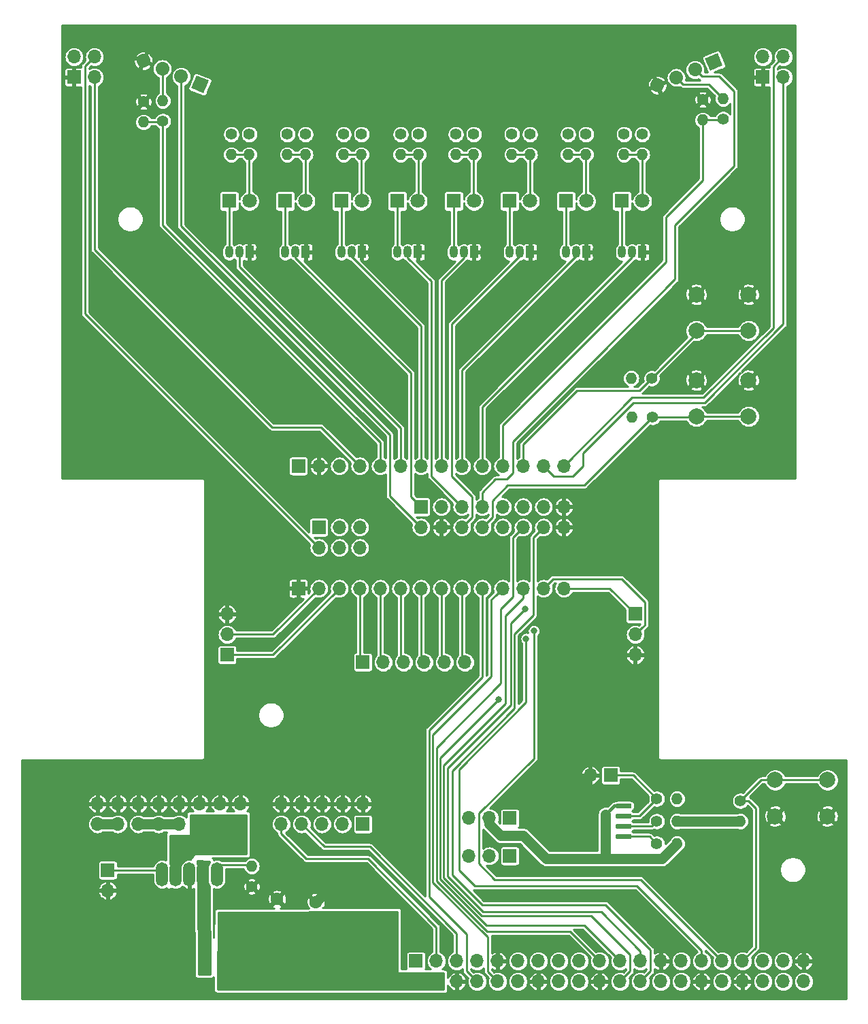
<source format=gtl>
%TF.GenerationSoftware,KiCad,Pcbnew,5.1.2*%
%TF.CreationDate,2019-06-26T00:58:13-07:00*%
%TF.ProjectId,tinyfpga-raspi-romi-board,74696e79-6670-4676-912d-72617370692d,rev?*%
%TF.SameCoordinates,Original*%
%TF.FileFunction,Copper,L1,Top*%
%TF.FilePolarity,Positive*%
%FSLAX46Y46*%
G04 Gerber Fmt 4.6, Leading zero omitted, Abs format (unit mm)*
G04 Created by KiCad (PCBNEW 5.1.2) date 2019-06-26 00:58:13*
%MOMM*%
%LPD*%
G04 APERTURE LIST*
%ADD10O,1.700000X1.700000*%
%ADD11R,1.700000X1.700000*%
%ADD12R,1.800000X1.800000*%
%ADD13C,1.800000*%
%ADD14O,1.500000X3.000000*%
%ADD15R,1.600000X1.600000*%
%ADD16C,1.600000*%
%ADD17R,2.300000X3.500000*%
%ADD18C,0.100000*%
%ADD19C,1.300000*%
%ADD20R,1.050000X1.500000*%
%ADD21O,1.050000X1.500000*%
%ADD22O,1.400000X1.400000*%
%ADD23C,1.400000*%
%ADD24C,2.000000*%
%ADD25C,0.600000*%
%ADD26C,1.700000*%
%ADD27C,1.700000*%
%ADD28C,0.800000*%
%ADD29C,0.254000*%
%ADD30C,1.270000*%
%ADD31C,0.381000*%
G04 APERTURE END LIST*
D10*
X95250000Y-93345000D03*
X95250000Y-90805000D03*
X92710000Y-93345000D03*
X92710000Y-90805000D03*
X90170000Y-93345000D03*
D11*
X90170000Y-90805000D03*
D10*
X120650000Y-90805000D03*
X120650000Y-88265000D03*
X118110000Y-90805000D03*
X118110000Y-88265000D03*
X115570000Y-90805000D03*
X115570000Y-88265000D03*
X113030000Y-90805000D03*
X113030000Y-88265000D03*
X110490000Y-90805000D03*
X110490000Y-88265000D03*
X107950000Y-90805000D03*
X107950000Y-88265000D03*
X105410000Y-90805000D03*
X105410000Y-88265000D03*
X102870000Y-90805000D03*
D11*
X102870000Y-88265000D03*
D10*
X62598300Y-125194060D03*
X62598300Y-127734060D03*
X65138300Y-125194060D03*
X65138300Y-127734060D03*
X67678300Y-125194060D03*
X67678300Y-127734060D03*
X70218300Y-125194060D03*
X70218300Y-127734060D03*
X72758300Y-125194060D03*
X72758300Y-127734060D03*
X75298300Y-125194060D03*
X75298300Y-127734060D03*
X77838300Y-125194060D03*
X77838300Y-127734060D03*
X80378300Y-125194060D03*
D11*
X80378300Y-127734060D03*
D10*
X85458300Y-125194060D03*
X85458300Y-127734060D03*
X87998300Y-125194060D03*
X87998300Y-127734060D03*
X90538300Y-125194060D03*
X90538300Y-127734060D03*
X93078300Y-125194060D03*
X93078300Y-127734060D03*
X95618300Y-125194060D03*
D11*
X95618300Y-127734060D03*
D10*
X108318300Y-107594400D03*
X105778300Y-107594400D03*
X103238300Y-107594400D03*
X100698300Y-107594400D03*
X98158300Y-107594400D03*
D11*
X95618300Y-107594400D03*
D12*
X127881380Y-50208180D03*
D13*
X130421380Y-50208180D03*
D14*
X77441000Y-133985000D03*
X75741000Y-133985000D03*
X74041000Y-133985000D03*
X72341000Y-133985000D03*
X70641000Y-133985000D03*
D15*
X89789000Y-139446000D03*
D16*
X89789000Y-137446000D03*
X84963000Y-139573000D03*
X84963000Y-137073000D03*
D17*
X96520000Y-141290000D03*
X96520000Y-135890000D03*
D13*
X123436380Y-50208180D03*
D12*
X120896380Y-50208180D03*
D13*
X116451380Y-50208180D03*
D12*
X113911380Y-50208180D03*
X106926380Y-50208180D03*
D13*
X109466380Y-50208180D03*
D12*
X92956380Y-50208180D03*
D13*
X95496380Y-50208180D03*
X88511380Y-50208180D03*
D12*
X85971380Y-50208180D03*
X99941380Y-50208180D03*
D13*
X102481380Y-50208180D03*
X81526380Y-50208180D03*
D12*
X78986380Y-50208180D03*
D18*
G36*
X80627504Y-138890204D02*
G01*
X80651773Y-138893804D01*
X80675571Y-138899765D01*
X80698671Y-138908030D01*
X80720849Y-138918520D01*
X80741893Y-138931133D01*
X80761598Y-138945747D01*
X80779777Y-138962223D01*
X80796253Y-138980402D01*
X80810867Y-139000107D01*
X80823480Y-139021151D01*
X80833970Y-139043329D01*
X80842235Y-139066429D01*
X80848196Y-139090227D01*
X80851796Y-139114496D01*
X80853000Y-139139000D01*
X80853000Y-142039000D01*
X80851796Y-142063504D01*
X80848196Y-142087773D01*
X80842235Y-142111571D01*
X80833970Y-142134671D01*
X80823480Y-142156849D01*
X80810867Y-142177893D01*
X80796253Y-142197598D01*
X80779777Y-142215777D01*
X80761598Y-142232253D01*
X80741893Y-142246867D01*
X80720849Y-142259480D01*
X80698671Y-142269970D01*
X80675571Y-142278235D01*
X80651773Y-142284196D01*
X80627504Y-142287796D01*
X80603000Y-142289000D01*
X79803000Y-142289000D01*
X79778496Y-142287796D01*
X79754227Y-142284196D01*
X79730429Y-142278235D01*
X79707329Y-142269970D01*
X79685151Y-142259480D01*
X79664107Y-142246867D01*
X79644402Y-142232253D01*
X79626223Y-142215777D01*
X79609747Y-142197598D01*
X79595133Y-142177893D01*
X79582520Y-142156849D01*
X79572030Y-142134671D01*
X79563765Y-142111571D01*
X79557804Y-142087773D01*
X79554204Y-142063504D01*
X79553000Y-142039000D01*
X79553000Y-139139000D01*
X79554204Y-139114496D01*
X79557804Y-139090227D01*
X79563765Y-139066429D01*
X79572030Y-139043329D01*
X79582520Y-139021151D01*
X79595133Y-139000107D01*
X79609747Y-138980402D01*
X79626223Y-138962223D01*
X79644402Y-138945747D01*
X79664107Y-138931133D01*
X79685151Y-138918520D01*
X79707329Y-138908030D01*
X79730429Y-138899765D01*
X79754227Y-138893804D01*
X79778496Y-138890204D01*
X79803000Y-138889000D01*
X80603000Y-138889000D01*
X80627504Y-138890204D01*
X80627504Y-138890204D01*
G37*
D19*
X80203000Y-140589000D03*
D18*
G36*
X76177504Y-138890204D02*
G01*
X76201773Y-138893804D01*
X76225571Y-138899765D01*
X76248671Y-138908030D01*
X76270849Y-138918520D01*
X76291893Y-138931133D01*
X76311598Y-138945747D01*
X76329777Y-138962223D01*
X76346253Y-138980402D01*
X76360867Y-139000107D01*
X76373480Y-139021151D01*
X76383970Y-139043329D01*
X76392235Y-139066429D01*
X76398196Y-139090227D01*
X76401796Y-139114496D01*
X76403000Y-139139000D01*
X76403000Y-142039000D01*
X76401796Y-142063504D01*
X76398196Y-142087773D01*
X76392235Y-142111571D01*
X76383970Y-142134671D01*
X76373480Y-142156849D01*
X76360867Y-142177893D01*
X76346253Y-142197598D01*
X76329777Y-142215777D01*
X76311598Y-142232253D01*
X76291893Y-142246867D01*
X76270849Y-142259480D01*
X76248671Y-142269970D01*
X76225571Y-142278235D01*
X76201773Y-142284196D01*
X76177504Y-142287796D01*
X76153000Y-142289000D01*
X75353000Y-142289000D01*
X75328496Y-142287796D01*
X75304227Y-142284196D01*
X75280429Y-142278235D01*
X75257329Y-142269970D01*
X75235151Y-142259480D01*
X75214107Y-142246867D01*
X75194402Y-142232253D01*
X75176223Y-142215777D01*
X75159747Y-142197598D01*
X75145133Y-142177893D01*
X75132520Y-142156849D01*
X75122030Y-142134671D01*
X75113765Y-142111571D01*
X75107804Y-142087773D01*
X75104204Y-142063504D01*
X75103000Y-142039000D01*
X75103000Y-139139000D01*
X75104204Y-139114496D01*
X75107804Y-139090227D01*
X75113765Y-139066429D01*
X75122030Y-139043329D01*
X75132520Y-139021151D01*
X75145133Y-139000107D01*
X75159747Y-138980402D01*
X75176223Y-138962223D01*
X75194402Y-138945747D01*
X75214107Y-138931133D01*
X75235151Y-138918520D01*
X75257329Y-138908030D01*
X75280429Y-138899765D01*
X75304227Y-138893804D01*
X75328496Y-138890204D01*
X75353000Y-138889000D01*
X76153000Y-138889000D01*
X76177504Y-138890204D01*
X76177504Y-138890204D01*
G37*
D19*
X75753000Y-140589000D03*
D11*
X87630000Y-83185000D03*
D10*
X90170000Y-83185000D03*
X92710000Y-83185000D03*
X95250000Y-83185000D03*
X97790000Y-83185000D03*
X100330000Y-83185000D03*
X102870000Y-83185000D03*
X105410000Y-83185000D03*
X107950000Y-83185000D03*
X110490000Y-83185000D03*
X113030000Y-83185000D03*
X115570000Y-83185000D03*
X118110000Y-83185000D03*
X120650000Y-83185000D03*
X120650000Y-98425000D03*
X118110000Y-98425000D03*
X115570000Y-98425000D03*
X113030000Y-98425000D03*
X110490000Y-98425000D03*
X107950000Y-98425000D03*
X105410000Y-98425000D03*
X102870000Y-98425000D03*
X100330000Y-98425000D03*
X97790000Y-98425000D03*
X95250000Y-98425000D03*
X92710000Y-98425000D03*
X90170000Y-98425000D03*
D11*
X87630000Y-98425000D03*
X102235000Y-144780000D03*
D10*
X102235000Y-147320000D03*
X104775000Y-144780000D03*
X104775000Y-147320000D03*
X107315000Y-144780000D03*
X107315000Y-147320000D03*
X109855000Y-144780000D03*
X109855000Y-147320000D03*
X112395000Y-144780000D03*
X112395000Y-147320000D03*
X114935000Y-144780000D03*
X114935000Y-147320000D03*
X117475000Y-144780000D03*
X117475000Y-147320000D03*
X120015000Y-144780000D03*
X120015000Y-147320000D03*
X122555000Y-144780000D03*
X122555000Y-147320000D03*
X125095000Y-144780000D03*
X125095000Y-147320000D03*
X127635000Y-144780000D03*
X127635000Y-147320000D03*
X130175000Y-144780000D03*
X130175000Y-147320000D03*
X132715000Y-144780000D03*
X132715000Y-147320000D03*
X135255000Y-144780000D03*
X135255000Y-147320000D03*
X137795000Y-144780000D03*
X137795000Y-147320000D03*
X140335000Y-144780000D03*
X140335000Y-147320000D03*
X142875000Y-144780000D03*
X142875000Y-147320000D03*
X145415000Y-144780000D03*
X145415000Y-147320000D03*
X147955000Y-144780000D03*
X147955000Y-147320000D03*
X150495000Y-144780000D03*
X150495000Y-147320000D03*
D11*
X78740000Y-106680000D03*
D10*
X78740000Y-104140000D03*
X78740000Y-101600000D03*
X129540000Y-106680000D03*
X129540000Y-104140000D03*
D11*
X129540000Y-101600000D03*
D10*
X108839000Y-131699000D03*
X111379000Y-131699000D03*
D11*
X113919000Y-131699000D03*
X113919000Y-127000000D03*
D10*
X111379000Y-127000000D03*
X108839000Y-127000000D03*
D20*
X130421380Y-56558180D03*
D21*
X127881380Y-56558180D03*
X129151380Y-56558180D03*
X122166380Y-56558180D03*
X120896380Y-56558180D03*
D20*
X123436380Y-56558180D03*
D21*
X115181380Y-56558180D03*
X113911380Y-56558180D03*
D20*
X116451380Y-56558180D03*
D21*
X108196380Y-56558180D03*
X106926380Y-56558180D03*
D20*
X109466380Y-56558180D03*
D21*
X94226380Y-56558180D03*
X92956380Y-56558180D03*
D20*
X95496380Y-56558180D03*
X88511380Y-56558180D03*
D21*
X85971380Y-56558180D03*
X87241380Y-56558180D03*
D20*
X102481380Y-56558180D03*
D21*
X99941380Y-56558180D03*
X101211380Y-56558180D03*
D20*
X81526380Y-56558180D03*
D21*
X78986380Y-56558180D03*
X80256380Y-56558180D03*
D22*
X134747000Y-130175000D03*
D23*
X132207000Y-130175000D03*
X132207000Y-127381000D03*
D22*
X134747000Y-127381000D03*
D23*
X130385820Y-41902380D03*
D22*
X130385820Y-44442380D03*
D23*
X81788000Y-135509000D03*
D22*
X81788000Y-132969000D03*
D23*
X123400820Y-41902380D03*
D22*
X123400820Y-44442380D03*
X128143000Y-44442380D03*
D23*
X128143000Y-41902380D03*
X121158000Y-41902380D03*
D22*
X121158000Y-44442380D03*
D23*
X116415820Y-41902380D03*
D22*
X116415820Y-44442380D03*
X68326000Y-40386000D03*
D23*
X68326000Y-37846000D03*
D22*
X137922000Y-40132000D03*
D23*
X137922000Y-37592000D03*
X109430820Y-41902380D03*
D22*
X109430820Y-44442380D03*
X114173000Y-44442380D03*
D23*
X114173000Y-41902380D03*
D22*
X107188000Y-44442380D03*
D23*
X107188000Y-41902380D03*
X95460820Y-41902380D03*
D22*
X95460820Y-44442380D03*
X86233000Y-44442380D03*
D23*
X86233000Y-41902380D03*
X93218000Y-41902380D03*
D22*
X93218000Y-44442380D03*
D23*
X88475820Y-41902380D03*
D22*
X88475820Y-44442380D03*
D23*
X102572820Y-41902380D03*
D22*
X102572820Y-44442380D03*
D23*
X79248000Y-41902380D03*
D22*
X79248000Y-44442380D03*
X100330000Y-44442380D03*
D23*
X100330000Y-41902380D03*
X81490820Y-41902380D03*
D22*
X81490820Y-44442380D03*
D23*
X132207000Y-124587000D03*
D22*
X134747000Y-124587000D03*
D23*
X70739000Y-40259000D03*
D22*
X70739000Y-37719000D03*
X140462000Y-37465000D03*
D23*
X140462000Y-40005000D03*
D22*
X142621000Y-127381000D03*
D23*
X142621000Y-124841000D03*
X131699000Y-77089000D03*
D22*
X129159000Y-77089000D03*
X129032000Y-72263000D03*
D23*
X131572000Y-72263000D03*
D24*
X153446620Y-122257820D03*
X153446620Y-126757820D03*
X146946620Y-122257820D03*
X146946620Y-126757820D03*
X143629380Y-72505180D03*
X143629380Y-77005180D03*
X137129380Y-72505180D03*
X137129380Y-77005180D03*
X137129380Y-66337180D03*
X137129380Y-61837180D03*
X143629380Y-66337180D03*
X143629380Y-61837180D03*
D18*
G36*
X123967703Y-125176722D02*
G01*
X123982264Y-125178882D01*
X123996543Y-125182459D01*
X124010403Y-125187418D01*
X124023710Y-125193712D01*
X124036336Y-125201280D01*
X124048159Y-125210048D01*
X124059066Y-125219934D01*
X124068952Y-125230841D01*
X124077720Y-125242664D01*
X124085288Y-125255290D01*
X124091582Y-125268597D01*
X124096541Y-125282457D01*
X124100118Y-125296736D01*
X124102278Y-125311297D01*
X124103000Y-125326000D01*
X124103000Y-125626000D01*
X124102278Y-125640703D01*
X124100118Y-125655264D01*
X124096541Y-125669543D01*
X124091582Y-125683403D01*
X124085288Y-125696710D01*
X124077720Y-125709336D01*
X124068952Y-125721159D01*
X124059066Y-125732066D01*
X124048159Y-125741952D01*
X124036336Y-125750720D01*
X124023710Y-125758288D01*
X124010403Y-125764582D01*
X123996543Y-125769541D01*
X123982264Y-125773118D01*
X123967703Y-125775278D01*
X123953000Y-125776000D01*
X122303000Y-125776000D01*
X122288297Y-125775278D01*
X122273736Y-125773118D01*
X122259457Y-125769541D01*
X122245597Y-125764582D01*
X122232290Y-125758288D01*
X122219664Y-125750720D01*
X122207841Y-125741952D01*
X122196934Y-125732066D01*
X122187048Y-125721159D01*
X122178280Y-125709336D01*
X122170712Y-125696710D01*
X122164418Y-125683403D01*
X122159459Y-125669543D01*
X122155882Y-125655264D01*
X122153722Y-125640703D01*
X122153000Y-125626000D01*
X122153000Y-125326000D01*
X122153722Y-125311297D01*
X122155882Y-125296736D01*
X122159459Y-125282457D01*
X122164418Y-125268597D01*
X122170712Y-125255290D01*
X122178280Y-125242664D01*
X122187048Y-125230841D01*
X122196934Y-125219934D01*
X122207841Y-125210048D01*
X122219664Y-125201280D01*
X122232290Y-125193712D01*
X122245597Y-125187418D01*
X122259457Y-125182459D01*
X122273736Y-125178882D01*
X122288297Y-125176722D01*
X122303000Y-125176000D01*
X123953000Y-125176000D01*
X123967703Y-125176722D01*
X123967703Y-125176722D01*
G37*
D25*
X123128000Y-125476000D03*
D18*
G36*
X123967703Y-126446722D02*
G01*
X123982264Y-126448882D01*
X123996543Y-126452459D01*
X124010403Y-126457418D01*
X124023710Y-126463712D01*
X124036336Y-126471280D01*
X124048159Y-126480048D01*
X124059066Y-126489934D01*
X124068952Y-126500841D01*
X124077720Y-126512664D01*
X124085288Y-126525290D01*
X124091582Y-126538597D01*
X124096541Y-126552457D01*
X124100118Y-126566736D01*
X124102278Y-126581297D01*
X124103000Y-126596000D01*
X124103000Y-126896000D01*
X124102278Y-126910703D01*
X124100118Y-126925264D01*
X124096541Y-126939543D01*
X124091582Y-126953403D01*
X124085288Y-126966710D01*
X124077720Y-126979336D01*
X124068952Y-126991159D01*
X124059066Y-127002066D01*
X124048159Y-127011952D01*
X124036336Y-127020720D01*
X124023710Y-127028288D01*
X124010403Y-127034582D01*
X123996543Y-127039541D01*
X123982264Y-127043118D01*
X123967703Y-127045278D01*
X123953000Y-127046000D01*
X122303000Y-127046000D01*
X122288297Y-127045278D01*
X122273736Y-127043118D01*
X122259457Y-127039541D01*
X122245597Y-127034582D01*
X122232290Y-127028288D01*
X122219664Y-127020720D01*
X122207841Y-127011952D01*
X122196934Y-127002066D01*
X122187048Y-126991159D01*
X122178280Y-126979336D01*
X122170712Y-126966710D01*
X122164418Y-126953403D01*
X122159459Y-126939543D01*
X122155882Y-126925264D01*
X122153722Y-126910703D01*
X122153000Y-126896000D01*
X122153000Y-126596000D01*
X122153722Y-126581297D01*
X122155882Y-126566736D01*
X122159459Y-126552457D01*
X122164418Y-126538597D01*
X122170712Y-126525290D01*
X122178280Y-126512664D01*
X122187048Y-126500841D01*
X122196934Y-126489934D01*
X122207841Y-126480048D01*
X122219664Y-126471280D01*
X122232290Y-126463712D01*
X122245597Y-126457418D01*
X122259457Y-126452459D01*
X122273736Y-126448882D01*
X122288297Y-126446722D01*
X122303000Y-126446000D01*
X123953000Y-126446000D01*
X123967703Y-126446722D01*
X123967703Y-126446722D01*
G37*
D25*
X123128000Y-126746000D03*
D18*
G36*
X123967703Y-127716722D02*
G01*
X123982264Y-127718882D01*
X123996543Y-127722459D01*
X124010403Y-127727418D01*
X124023710Y-127733712D01*
X124036336Y-127741280D01*
X124048159Y-127750048D01*
X124059066Y-127759934D01*
X124068952Y-127770841D01*
X124077720Y-127782664D01*
X124085288Y-127795290D01*
X124091582Y-127808597D01*
X124096541Y-127822457D01*
X124100118Y-127836736D01*
X124102278Y-127851297D01*
X124103000Y-127866000D01*
X124103000Y-128166000D01*
X124102278Y-128180703D01*
X124100118Y-128195264D01*
X124096541Y-128209543D01*
X124091582Y-128223403D01*
X124085288Y-128236710D01*
X124077720Y-128249336D01*
X124068952Y-128261159D01*
X124059066Y-128272066D01*
X124048159Y-128281952D01*
X124036336Y-128290720D01*
X124023710Y-128298288D01*
X124010403Y-128304582D01*
X123996543Y-128309541D01*
X123982264Y-128313118D01*
X123967703Y-128315278D01*
X123953000Y-128316000D01*
X122303000Y-128316000D01*
X122288297Y-128315278D01*
X122273736Y-128313118D01*
X122259457Y-128309541D01*
X122245597Y-128304582D01*
X122232290Y-128298288D01*
X122219664Y-128290720D01*
X122207841Y-128281952D01*
X122196934Y-128272066D01*
X122187048Y-128261159D01*
X122178280Y-128249336D01*
X122170712Y-128236710D01*
X122164418Y-128223403D01*
X122159459Y-128209543D01*
X122155882Y-128195264D01*
X122153722Y-128180703D01*
X122153000Y-128166000D01*
X122153000Y-127866000D01*
X122153722Y-127851297D01*
X122155882Y-127836736D01*
X122159459Y-127822457D01*
X122164418Y-127808597D01*
X122170712Y-127795290D01*
X122178280Y-127782664D01*
X122187048Y-127770841D01*
X122196934Y-127759934D01*
X122207841Y-127750048D01*
X122219664Y-127741280D01*
X122232290Y-127733712D01*
X122245597Y-127727418D01*
X122259457Y-127722459D01*
X122273736Y-127718882D01*
X122288297Y-127716722D01*
X122303000Y-127716000D01*
X123953000Y-127716000D01*
X123967703Y-127716722D01*
X123967703Y-127716722D01*
G37*
D25*
X123128000Y-128016000D03*
D18*
G36*
X123967703Y-128986722D02*
G01*
X123982264Y-128988882D01*
X123996543Y-128992459D01*
X124010403Y-128997418D01*
X124023710Y-129003712D01*
X124036336Y-129011280D01*
X124048159Y-129020048D01*
X124059066Y-129029934D01*
X124068952Y-129040841D01*
X124077720Y-129052664D01*
X124085288Y-129065290D01*
X124091582Y-129078597D01*
X124096541Y-129092457D01*
X124100118Y-129106736D01*
X124102278Y-129121297D01*
X124103000Y-129136000D01*
X124103000Y-129436000D01*
X124102278Y-129450703D01*
X124100118Y-129465264D01*
X124096541Y-129479543D01*
X124091582Y-129493403D01*
X124085288Y-129506710D01*
X124077720Y-129519336D01*
X124068952Y-129531159D01*
X124059066Y-129542066D01*
X124048159Y-129551952D01*
X124036336Y-129560720D01*
X124023710Y-129568288D01*
X124010403Y-129574582D01*
X123996543Y-129579541D01*
X123982264Y-129583118D01*
X123967703Y-129585278D01*
X123953000Y-129586000D01*
X122303000Y-129586000D01*
X122288297Y-129585278D01*
X122273736Y-129583118D01*
X122259457Y-129579541D01*
X122245597Y-129574582D01*
X122232290Y-129568288D01*
X122219664Y-129560720D01*
X122207841Y-129551952D01*
X122196934Y-129542066D01*
X122187048Y-129531159D01*
X122178280Y-129519336D01*
X122170712Y-129506710D01*
X122164418Y-129493403D01*
X122159459Y-129479543D01*
X122155882Y-129465264D01*
X122153722Y-129450703D01*
X122153000Y-129436000D01*
X122153000Y-129136000D01*
X122153722Y-129121297D01*
X122155882Y-129106736D01*
X122159459Y-129092457D01*
X122164418Y-129078597D01*
X122170712Y-129065290D01*
X122178280Y-129052664D01*
X122187048Y-129040841D01*
X122196934Y-129029934D01*
X122207841Y-129020048D01*
X122219664Y-129011280D01*
X122232290Y-129003712D01*
X122245597Y-128997418D01*
X122259457Y-128992459D01*
X122273736Y-128988882D01*
X122288297Y-128986722D01*
X122303000Y-128986000D01*
X123953000Y-128986000D01*
X123967703Y-128986722D01*
X123967703Y-128986722D01*
G37*
D25*
X123128000Y-129286000D03*
D18*
G36*
X128917703Y-128986722D02*
G01*
X128932264Y-128988882D01*
X128946543Y-128992459D01*
X128960403Y-128997418D01*
X128973710Y-129003712D01*
X128986336Y-129011280D01*
X128998159Y-129020048D01*
X129009066Y-129029934D01*
X129018952Y-129040841D01*
X129027720Y-129052664D01*
X129035288Y-129065290D01*
X129041582Y-129078597D01*
X129046541Y-129092457D01*
X129050118Y-129106736D01*
X129052278Y-129121297D01*
X129053000Y-129136000D01*
X129053000Y-129436000D01*
X129052278Y-129450703D01*
X129050118Y-129465264D01*
X129046541Y-129479543D01*
X129041582Y-129493403D01*
X129035288Y-129506710D01*
X129027720Y-129519336D01*
X129018952Y-129531159D01*
X129009066Y-129542066D01*
X128998159Y-129551952D01*
X128986336Y-129560720D01*
X128973710Y-129568288D01*
X128960403Y-129574582D01*
X128946543Y-129579541D01*
X128932264Y-129583118D01*
X128917703Y-129585278D01*
X128903000Y-129586000D01*
X127253000Y-129586000D01*
X127238297Y-129585278D01*
X127223736Y-129583118D01*
X127209457Y-129579541D01*
X127195597Y-129574582D01*
X127182290Y-129568288D01*
X127169664Y-129560720D01*
X127157841Y-129551952D01*
X127146934Y-129542066D01*
X127137048Y-129531159D01*
X127128280Y-129519336D01*
X127120712Y-129506710D01*
X127114418Y-129493403D01*
X127109459Y-129479543D01*
X127105882Y-129465264D01*
X127103722Y-129450703D01*
X127103000Y-129436000D01*
X127103000Y-129136000D01*
X127103722Y-129121297D01*
X127105882Y-129106736D01*
X127109459Y-129092457D01*
X127114418Y-129078597D01*
X127120712Y-129065290D01*
X127128280Y-129052664D01*
X127137048Y-129040841D01*
X127146934Y-129029934D01*
X127157841Y-129020048D01*
X127169664Y-129011280D01*
X127182290Y-129003712D01*
X127195597Y-128997418D01*
X127209457Y-128992459D01*
X127223736Y-128988882D01*
X127238297Y-128986722D01*
X127253000Y-128986000D01*
X128903000Y-128986000D01*
X128917703Y-128986722D01*
X128917703Y-128986722D01*
G37*
D25*
X128078000Y-129286000D03*
D18*
G36*
X128917703Y-127716722D02*
G01*
X128932264Y-127718882D01*
X128946543Y-127722459D01*
X128960403Y-127727418D01*
X128973710Y-127733712D01*
X128986336Y-127741280D01*
X128998159Y-127750048D01*
X129009066Y-127759934D01*
X129018952Y-127770841D01*
X129027720Y-127782664D01*
X129035288Y-127795290D01*
X129041582Y-127808597D01*
X129046541Y-127822457D01*
X129050118Y-127836736D01*
X129052278Y-127851297D01*
X129053000Y-127866000D01*
X129053000Y-128166000D01*
X129052278Y-128180703D01*
X129050118Y-128195264D01*
X129046541Y-128209543D01*
X129041582Y-128223403D01*
X129035288Y-128236710D01*
X129027720Y-128249336D01*
X129018952Y-128261159D01*
X129009066Y-128272066D01*
X128998159Y-128281952D01*
X128986336Y-128290720D01*
X128973710Y-128298288D01*
X128960403Y-128304582D01*
X128946543Y-128309541D01*
X128932264Y-128313118D01*
X128917703Y-128315278D01*
X128903000Y-128316000D01*
X127253000Y-128316000D01*
X127238297Y-128315278D01*
X127223736Y-128313118D01*
X127209457Y-128309541D01*
X127195597Y-128304582D01*
X127182290Y-128298288D01*
X127169664Y-128290720D01*
X127157841Y-128281952D01*
X127146934Y-128272066D01*
X127137048Y-128261159D01*
X127128280Y-128249336D01*
X127120712Y-128236710D01*
X127114418Y-128223403D01*
X127109459Y-128209543D01*
X127105882Y-128195264D01*
X127103722Y-128180703D01*
X127103000Y-128166000D01*
X127103000Y-127866000D01*
X127103722Y-127851297D01*
X127105882Y-127836736D01*
X127109459Y-127822457D01*
X127114418Y-127808597D01*
X127120712Y-127795290D01*
X127128280Y-127782664D01*
X127137048Y-127770841D01*
X127146934Y-127759934D01*
X127157841Y-127750048D01*
X127169664Y-127741280D01*
X127182290Y-127733712D01*
X127195597Y-127727418D01*
X127209457Y-127722459D01*
X127223736Y-127718882D01*
X127238297Y-127716722D01*
X127253000Y-127716000D01*
X128903000Y-127716000D01*
X128917703Y-127716722D01*
X128917703Y-127716722D01*
G37*
D25*
X128078000Y-128016000D03*
D18*
G36*
X128917703Y-126446722D02*
G01*
X128932264Y-126448882D01*
X128946543Y-126452459D01*
X128960403Y-126457418D01*
X128973710Y-126463712D01*
X128986336Y-126471280D01*
X128998159Y-126480048D01*
X129009066Y-126489934D01*
X129018952Y-126500841D01*
X129027720Y-126512664D01*
X129035288Y-126525290D01*
X129041582Y-126538597D01*
X129046541Y-126552457D01*
X129050118Y-126566736D01*
X129052278Y-126581297D01*
X129053000Y-126596000D01*
X129053000Y-126896000D01*
X129052278Y-126910703D01*
X129050118Y-126925264D01*
X129046541Y-126939543D01*
X129041582Y-126953403D01*
X129035288Y-126966710D01*
X129027720Y-126979336D01*
X129018952Y-126991159D01*
X129009066Y-127002066D01*
X128998159Y-127011952D01*
X128986336Y-127020720D01*
X128973710Y-127028288D01*
X128960403Y-127034582D01*
X128946543Y-127039541D01*
X128932264Y-127043118D01*
X128917703Y-127045278D01*
X128903000Y-127046000D01*
X127253000Y-127046000D01*
X127238297Y-127045278D01*
X127223736Y-127043118D01*
X127209457Y-127039541D01*
X127195597Y-127034582D01*
X127182290Y-127028288D01*
X127169664Y-127020720D01*
X127157841Y-127011952D01*
X127146934Y-127002066D01*
X127137048Y-126991159D01*
X127128280Y-126979336D01*
X127120712Y-126966710D01*
X127114418Y-126953403D01*
X127109459Y-126939543D01*
X127105882Y-126925264D01*
X127103722Y-126910703D01*
X127103000Y-126896000D01*
X127103000Y-126596000D01*
X127103722Y-126581297D01*
X127105882Y-126566736D01*
X127109459Y-126552457D01*
X127114418Y-126538597D01*
X127120712Y-126525290D01*
X127128280Y-126512664D01*
X127137048Y-126500841D01*
X127146934Y-126489934D01*
X127157841Y-126480048D01*
X127169664Y-126471280D01*
X127182290Y-126463712D01*
X127195597Y-126457418D01*
X127209457Y-126452459D01*
X127223736Y-126448882D01*
X127238297Y-126446722D01*
X127253000Y-126446000D01*
X128903000Y-126446000D01*
X128917703Y-126446722D01*
X128917703Y-126446722D01*
G37*
D25*
X128078000Y-126746000D03*
D18*
G36*
X128917703Y-125176722D02*
G01*
X128932264Y-125178882D01*
X128946543Y-125182459D01*
X128960403Y-125187418D01*
X128973710Y-125193712D01*
X128986336Y-125201280D01*
X128998159Y-125210048D01*
X129009066Y-125219934D01*
X129018952Y-125230841D01*
X129027720Y-125242664D01*
X129035288Y-125255290D01*
X129041582Y-125268597D01*
X129046541Y-125282457D01*
X129050118Y-125296736D01*
X129052278Y-125311297D01*
X129053000Y-125326000D01*
X129053000Y-125626000D01*
X129052278Y-125640703D01*
X129050118Y-125655264D01*
X129046541Y-125669543D01*
X129041582Y-125683403D01*
X129035288Y-125696710D01*
X129027720Y-125709336D01*
X129018952Y-125721159D01*
X129009066Y-125732066D01*
X128998159Y-125741952D01*
X128986336Y-125750720D01*
X128973710Y-125758288D01*
X128960403Y-125764582D01*
X128946543Y-125769541D01*
X128932264Y-125773118D01*
X128917703Y-125775278D01*
X128903000Y-125776000D01*
X127253000Y-125776000D01*
X127238297Y-125775278D01*
X127223736Y-125773118D01*
X127209457Y-125769541D01*
X127195597Y-125764582D01*
X127182290Y-125758288D01*
X127169664Y-125750720D01*
X127157841Y-125741952D01*
X127146934Y-125732066D01*
X127137048Y-125721159D01*
X127128280Y-125709336D01*
X127120712Y-125696710D01*
X127114418Y-125683403D01*
X127109459Y-125669543D01*
X127105882Y-125655264D01*
X127103722Y-125640703D01*
X127103000Y-125626000D01*
X127103000Y-125326000D01*
X127103722Y-125311297D01*
X127105882Y-125296736D01*
X127109459Y-125282457D01*
X127114418Y-125268597D01*
X127120712Y-125255290D01*
X127128280Y-125242664D01*
X127137048Y-125230841D01*
X127146934Y-125219934D01*
X127157841Y-125210048D01*
X127169664Y-125201280D01*
X127182290Y-125193712D01*
X127195597Y-125187418D01*
X127209457Y-125182459D01*
X127223736Y-125178882D01*
X127238297Y-125176722D01*
X127253000Y-125176000D01*
X128903000Y-125176000D01*
X128917703Y-125176722D01*
X128917703Y-125176722D01*
G37*
D25*
X128078000Y-125476000D03*
D11*
X126492000Y-121666000D03*
D10*
X123952000Y-121666000D03*
D11*
X78486000Y-145161000D03*
D10*
X75946000Y-145161000D03*
X62230000Y-32258000D03*
X59690000Y-32258000D03*
X62230000Y-34798000D03*
D11*
X59690000Y-34798000D03*
X145415000Y-34798000D03*
D10*
X147955000Y-34798000D03*
X145415000Y-32258000D03*
X147955000Y-32258000D03*
D26*
X75365962Y-35682048D03*
D18*
G36*
X74905945Y-34571469D02*
G01*
X76476541Y-35222031D01*
X75825979Y-36792627D01*
X74255383Y-36142065D01*
X74905945Y-34571469D01*
X74905945Y-34571469D01*
G37*
D26*
X73019308Y-34710032D03*
D27*
X73019308Y-34710032D02*
X73019308Y-34710032D01*
D26*
X70672654Y-33738016D03*
D27*
X70672654Y-33738016D02*
X70672654Y-33738016D01*
D26*
X68326000Y-32766000D03*
D27*
X68326000Y-32766000D02*
X68326000Y-32766000D01*
D11*
X63881000Y-133477000D03*
D10*
X63881000Y-136017000D03*
D26*
X139319000Y-32893000D03*
D18*
G36*
X138208421Y-32432983D02*
G01*
X139779017Y-31782421D01*
X140429579Y-33353017D01*
X138858983Y-34003579D01*
X138208421Y-32432983D01*
X138208421Y-32432983D01*
G37*
D26*
X136972346Y-33865016D03*
D27*
X136972346Y-33865016D02*
X136972346Y-33865016D01*
D26*
X134625692Y-34837032D03*
D27*
X134625692Y-34837032D02*
X134625692Y-34837032D01*
D26*
X132279038Y-35809048D03*
D27*
X132279038Y-35809048D02*
X132279038Y-35809048D01*
D28*
X112522000Y-112268000D03*
X115824000Y-100965000D03*
X115959337Y-104656337D03*
X116911837Y-103703837D03*
D29*
X70133000Y-133477000D02*
X70641000Y-133985000D01*
X63881000Y-133477000D02*
X70133000Y-133477000D01*
D30*
X91345000Y-135890000D02*
X89789000Y-137446000D01*
X96520000Y-135890000D02*
X91345000Y-135890000D01*
X123128000Y-122490000D02*
X123952000Y-121666000D01*
X123128000Y-129286000D02*
X123128000Y-122490000D01*
D29*
X77834000Y-132842000D02*
X81661000Y-132842000D01*
X77441000Y-133985000D02*
X77441000Y-133235000D01*
X81661000Y-132842000D02*
X81788000Y-132969000D01*
X77441000Y-133235000D02*
X77834000Y-132842000D01*
X127881380Y-50208180D02*
X127881380Y-56558180D01*
X128143000Y-44442380D02*
X130385820Y-44442380D01*
X130385820Y-50172620D02*
X130421380Y-50208180D01*
X130385820Y-44442380D02*
X130385820Y-50172620D01*
X121158000Y-44442380D02*
X123400820Y-44442380D01*
X123400820Y-50172620D02*
X123436380Y-50208180D01*
X123400820Y-44442380D02*
X123400820Y-50172620D01*
X120896380Y-51362180D02*
X120896380Y-56558180D01*
X120896380Y-50208180D02*
X120896380Y-51362180D01*
X114173000Y-44442380D02*
X116415820Y-44442380D01*
X116415820Y-50172620D02*
X116451380Y-50208180D01*
X116415820Y-44442380D02*
X116415820Y-50172620D01*
X113911380Y-50208180D02*
X113911380Y-56558180D01*
X106926380Y-50208180D02*
X106926380Y-56558180D01*
X107188000Y-44442380D02*
X109430820Y-44442380D01*
X109430820Y-50172620D02*
X109466380Y-50208180D01*
X109430820Y-44442380D02*
X109430820Y-50172620D01*
X92956380Y-50208180D02*
X92956380Y-56558180D01*
X95460820Y-50172620D02*
X95496380Y-50208180D01*
X95460820Y-44442380D02*
X95460820Y-50172620D01*
X93218000Y-44442380D02*
X95460820Y-44442380D01*
X88475820Y-50172620D02*
X88511380Y-50208180D01*
X88475820Y-44442380D02*
X88475820Y-50172620D01*
X86233000Y-44442380D02*
X88475820Y-44442380D01*
X85971380Y-50208180D02*
X85971380Y-56558180D01*
X99941380Y-50208180D02*
X99941380Y-56558180D01*
X100330000Y-44442380D02*
X102572820Y-44442380D01*
X102572820Y-50116740D02*
X102481380Y-50208180D01*
X102572820Y-44442380D02*
X102572820Y-50116740D01*
X79248000Y-44442380D02*
X81490820Y-44442380D01*
X81490820Y-50172620D02*
X81526380Y-50208180D01*
X81490820Y-44442380D02*
X81490820Y-50172620D01*
X78986380Y-50208180D02*
X78986380Y-56558180D01*
X137383380Y-77005180D02*
X143883380Y-77005180D01*
X137045560Y-77089000D02*
X137129380Y-77005180D01*
X131699000Y-77089000D02*
X137045560Y-77089000D01*
X111760000Y-89535000D02*
X110490000Y-90805000D01*
X111760000Y-87503000D02*
X111760000Y-89535000D01*
X113665000Y-85598000D02*
X111760000Y-87503000D01*
X131699000Y-77089000D02*
X123190000Y-85598000D01*
X123190000Y-85598000D02*
X113665000Y-85598000D01*
X137129380Y-66337180D02*
X143629380Y-66337180D01*
X143891000Y-66598800D02*
X143629380Y-66337180D01*
X137129380Y-66705620D02*
X137129380Y-66337180D01*
X131572000Y-72263000D02*
X137129380Y-66705620D01*
X115570000Y-80518000D02*
X115570000Y-83185000D01*
X122301000Y-73787000D02*
X115570000Y-80518000D01*
X131572000Y-72263000D02*
X130048000Y-73787000D01*
X130048000Y-73787000D02*
X122301000Y-73787000D01*
X103885945Y-116078055D02*
X110490000Y-109474000D01*
X108585000Y-146050000D02*
X108585000Y-141478000D01*
X103885945Y-136778945D02*
X103885945Y-116078055D01*
X108585000Y-141478000D02*
X103885945Y-136778945D01*
X110490000Y-99627081D02*
X110490000Y-98425000D01*
X110490000Y-109474000D02*
X110490000Y-99627081D01*
X109855000Y-147320000D02*
X108585000Y-146050000D01*
X112180001Y-99274999D02*
X113030000Y-98425000D01*
X112395000Y-147320000D02*
X111163999Y-146088999D01*
X104343156Y-134996528D02*
X104343156Y-116636844D01*
X104343156Y-116636844D02*
X111633000Y-109347000D01*
X111163999Y-146088999D02*
X111163999Y-141817371D01*
X111163999Y-141817371D02*
X104343156Y-134996528D01*
X111633000Y-99822000D02*
X112180001Y-99274999D01*
X111633000Y-109347000D02*
X111633000Y-99822000D01*
X99568000Y-87503000D02*
X102870000Y-90805000D01*
X98970201Y-86905201D02*
X99568000Y-87503000D01*
X98970201Y-79285201D02*
X98970201Y-86905201D01*
X73019308Y-34710032D02*
X73019308Y-53334308D01*
X73019308Y-53334308D02*
X98970201Y-79285201D01*
X70739000Y-53213000D02*
X70739000Y-40259000D01*
X97790000Y-83185000D02*
X97790000Y-80264000D01*
X97790000Y-80264000D02*
X70739000Y-53213000D01*
X70612000Y-40386000D02*
X68199000Y-40386000D01*
X70739000Y-40259000D02*
X70612000Y-40386000D01*
X124745302Y-69691698D02*
X124745302Y-69723000D01*
X124904500Y-69532500D02*
X124745302Y-69691698D01*
X110490000Y-86487000D02*
X112141000Y-84836000D01*
X110490000Y-88265000D02*
X110490000Y-86487000D01*
X114300000Y-80137000D02*
X124904500Y-69532500D01*
X112141000Y-84836000D02*
X113538000Y-84836000D01*
X114300000Y-84074000D02*
X114300000Y-80137000D01*
X113538000Y-84836000D02*
X114300000Y-84074000D01*
X134493000Y-53213000D02*
X134493000Y-59944000D01*
X141859000Y-36576000D02*
X141859000Y-45847000D01*
X141859000Y-45847000D02*
X134493000Y-53213000D01*
X137822345Y-34715015D02*
X139998015Y-34715015D01*
X136972346Y-33865016D02*
X137822345Y-34715015D01*
X134493000Y-59944000D02*
X124904500Y-69532500D01*
X139998015Y-34715015D02*
X141859000Y-36576000D01*
X113030000Y-78105000D02*
X113030000Y-83185000D01*
X133350000Y-57785000D02*
X113030000Y-78105000D01*
X137922000Y-40132000D02*
X137922000Y-47625000D01*
X137922000Y-47625000D02*
X133350000Y-52197000D01*
X133350000Y-52197000D02*
X133350000Y-57785000D01*
X140335000Y-40132000D02*
X137922000Y-40132000D01*
X140462000Y-40005000D02*
X140335000Y-40132000D01*
X146723999Y-33489001D02*
X147955000Y-32258000D01*
X146723999Y-66001001D02*
X146723999Y-33489001D01*
X138049000Y-74676000D02*
X146723999Y-66001001D01*
X120650000Y-83185000D02*
X129159000Y-74676000D01*
X129159000Y-74676000D02*
X138049000Y-74676000D01*
X129337118Y-75311000D02*
X138176000Y-75311000D01*
X119380000Y-84455000D02*
X121793000Y-84455000D01*
X123063000Y-81585118D02*
X129337118Y-75311000D01*
X147955000Y-65532000D02*
X147955000Y-36000081D01*
X138176000Y-75311000D02*
X147955000Y-65532000D01*
X121793000Y-84455000D02*
X123063000Y-83185000D01*
X147955000Y-36000081D02*
X147955000Y-34798000D01*
X118110000Y-83185000D02*
X119380000Y-84455000D01*
X123063000Y-83185000D02*
X123063000Y-81585118D01*
X61380001Y-33107999D02*
X62230000Y-32258000D01*
X61087000Y-64262000D02*
X61087000Y-36576000D01*
X61087000Y-36576000D02*
X61049799Y-36538799D01*
X61049799Y-36538799D02*
X61049799Y-33438201D01*
X90170000Y-93345000D02*
X61087000Y-64262000D01*
X61049799Y-33438201D02*
X61380001Y-33107999D01*
X90424000Y-78359000D02*
X95250000Y-83185000D01*
X84328000Y-78359000D02*
X90424000Y-78359000D01*
X62230000Y-34798000D02*
X62230000Y-56261000D01*
X62230000Y-56261000D02*
X84328000Y-78359000D01*
X127851799Y-97244799D02*
X130720201Y-100113201D01*
X130720201Y-100113201D02*
X130720201Y-102959799D01*
X118110000Y-98425000D02*
X119290201Y-97244799D01*
X119290201Y-97244799D02*
X127851799Y-97244799D01*
X130720201Y-102959799D02*
X130389999Y-103290001D01*
X130389999Y-103290001D02*
X129540000Y-104140000D01*
X126365000Y-98425000D02*
X129540000Y-101600000D01*
X120650000Y-98425000D02*
X126365000Y-98425000D01*
X84455000Y-104140000D02*
X90170000Y-98425000D01*
X78740000Y-104140000D02*
X84455000Y-104140000D01*
X84455000Y-106680000D02*
X92710000Y-98425000D01*
X78740000Y-106680000D02*
X84455000Y-106680000D01*
X107950000Y-107226100D02*
X107950000Y-98425000D01*
X108318300Y-107594400D02*
X107950000Y-107226100D01*
X105410000Y-107226100D02*
X105410000Y-98425000D01*
X105778300Y-107594400D02*
X105410000Y-107226100D01*
X102870000Y-107226100D02*
X102870000Y-98425000D01*
X103238300Y-107594400D02*
X102870000Y-107226100D01*
X100330000Y-107226100D02*
X100330000Y-98425000D01*
X100698300Y-107594400D02*
X100330000Y-107226100D01*
X97790000Y-107226100D02*
X97790000Y-98425000D01*
X98158300Y-107594400D02*
X97790000Y-107226100D01*
X95250000Y-107226100D02*
X95250000Y-98425000D01*
X95618300Y-107594400D02*
X95250000Y-107226100D01*
X110490000Y-75819000D02*
X110490000Y-83185000D01*
X129151380Y-56558180D02*
X129151380Y-57157620D01*
X129151380Y-57157620D02*
X110490000Y-75819000D01*
X111134633Y-141141412D02*
X104800367Y-134807146D01*
X104800367Y-118211633D02*
X112776000Y-110236000D01*
X114720001Y-91654999D02*
X115570000Y-90805000D01*
X114300000Y-92075000D02*
X114720001Y-91654999D01*
X114300000Y-99441000D02*
X114300000Y-92075000D01*
X125095000Y-144780000D02*
X121456412Y-141141412D01*
X112776000Y-100965000D02*
X114300000Y-99441000D01*
X112776000Y-110236000D02*
X112776000Y-100965000D01*
X104800367Y-134807146D02*
X104800367Y-118211633D01*
X121456412Y-141141412D02*
X111134633Y-141141412D01*
X127635000Y-144780000D02*
X123190000Y-140335000D01*
X105257578Y-134617764D02*
X105257578Y-119532422D01*
X123190000Y-140335000D02*
X110974815Y-140335000D01*
X110974815Y-140335000D02*
X105257578Y-134617764D01*
X105257578Y-119532422D02*
X112122001Y-112667999D01*
X112122001Y-112667999D02*
X112522000Y-112268000D01*
X130175000Y-143577919D02*
X125281081Y-138684000D01*
X130175000Y-144780000D02*
X130175000Y-143577919D01*
X125281081Y-138684000D02*
X110617000Y-138684000D01*
X110617000Y-138684000D02*
X106172000Y-134239000D01*
X106172000Y-134239000D02*
X106172000Y-120777000D01*
X106172000Y-120777000D02*
X114046000Y-112903000D01*
X114046000Y-112903000D02*
X114046000Y-102743000D01*
X114046000Y-102743000D02*
X115824000Y-100965000D01*
X131024999Y-146470001D02*
X130175000Y-147320000D01*
X116840000Y-101738593D02*
X114503211Y-104075382D01*
X116840000Y-92075000D02*
X116840000Y-101738593D01*
X114503211Y-104075382D02*
X114503211Y-113346381D01*
X114503211Y-113346381D02*
X106756211Y-121093381D01*
X118110000Y-90805000D02*
X116840000Y-92075000D01*
X125857000Y-137795000D02*
X131445000Y-143383000D01*
X106756211Y-121093381D02*
X106756211Y-134049619D01*
X106756211Y-134049619D02*
X110501592Y-137795000D01*
X131445000Y-143383000D02*
X131445000Y-146050000D01*
X110501592Y-137795000D02*
X125857000Y-137795000D01*
X131445000Y-146050000D02*
X131024999Y-146470001D01*
X131318000Y-129286000D02*
X132207000Y-130175000D01*
X128078000Y-129286000D02*
X131318000Y-129286000D01*
X131572000Y-128016000D02*
X132207000Y-127381000D01*
X128078000Y-128016000D02*
X131572000Y-128016000D01*
X129754804Y-135458211D02*
X109538618Y-135458211D01*
X107594477Y-133514070D02*
X107594477Y-120913302D01*
X107594477Y-120913302D02*
X115959337Y-112548442D01*
X115959337Y-105222022D02*
X115959337Y-104656337D01*
X137795000Y-143498407D02*
X129754804Y-135458211D01*
X115959337Y-112548442D02*
X115959337Y-105222022D01*
X109538618Y-135458211D02*
X107594477Y-133514070D01*
X137795000Y-144780000D02*
X137795000Y-143498407D01*
X130213999Y-134658999D02*
X112052999Y-134658999D01*
X116911837Y-119567283D02*
X116911837Y-103703837D01*
X140335000Y-144780000D02*
X130213999Y-134658999D01*
X112052999Y-134658999D02*
X110070001Y-132676001D01*
X110070001Y-132676001D02*
X110070001Y-126409119D01*
X110070001Y-126409119D02*
X116911837Y-119567283D01*
X106680000Y-84455000D02*
X109220000Y-86995000D01*
X115181380Y-56558180D02*
X115181380Y-57030620D01*
X106680000Y-65532000D02*
X106680000Y-84455000D01*
X115181380Y-57030620D02*
X106680000Y-65532000D01*
X109220000Y-86995000D02*
X109220000Y-89408000D01*
X109220000Y-89408000D02*
X109220000Y-89535000D01*
X107950000Y-90805000D02*
X109220000Y-89535000D01*
X122166380Y-56558180D02*
X122166380Y-57030620D01*
X107950000Y-71247000D02*
X107950000Y-83185000D01*
X122166380Y-57030620D02*
X107950000Y-71247000D01*
X94226380Y-56558180D02*
X94226380Y-57142380D01*
X102870000Y-65786000D02*
X102870000Y-83185000D01*
X94226380Y-57142380D02*
X102870000Y-65786000D01*
X105410000Y-60071000D02*
X105410000Y-83185000D01*
X108196380Y-56558180D02*
X108196380Y-57284620D01*
X108196380Y-57284620D02*
X105410000Y-60071000D01*
X104140000Y-84455000D02*
X105664000Y-85979000D01*
X104140000Y-60198000D02*
X104140000Y-84455000D01*
X101211380Y-56558180D02*
X101211380Y-57269380D01*
X105664000Y-85979000D02*
X107950000Y-88265000D01*
X101211380Y-57269380D02*
X104140000Y-60198000D01*
X87241380Y-56558180D02*
X87241380Y-57269380D01*
X87241380Y-57269380D02*
X101600000Y-71628000D01*
X102870000Y-88265000D02*
X101600000Y-86995000D01*
X101600000Y-71628000D02*
X101600000Y-85598000D01*
X101600000Y-86995000D02*
X101600000Y-85598000D01*
X101600000Y-85598000D02*
X101600000Y-85725000D01*
X100330000Y-78486000D02*
X100330000Y-83185000D01*
X80256380Y-56558180D02*
X80256380Y-58412380D01*
X80256380Y-58412380D02*
X100330000Y-78486000D01*
X130048000Y-126746000D02*
X132207000Y-124587000D01*
X128078000Y-126746000D02*
X130048000Y-126746000D01*
X129286000Y-121666000D02*
X132207000Y-124587000D01*
X126492000Y-121666000D02*
X129286000Y-121666000D01*
D30*
X142621000Y-127381000D02*
X134747000Y-127381000D01*
X111379000Y-127760202D02*
X111379000Y-127000000D01*
X134747000Y-130175000D02*
X132842000Y-132080000D01*
X118491000Y-132080000D02*
X115570000Y-129159000D01*
X112777798Y-129159000D02*
X111379000Y-127760202D01*
X115570000Y-129159000D02*
X112777798Y-129159000D01*
D31*
X128078000Y-125476000D02*
X126903616Y-125476000D01*
D30*
X132842000Y-132080000D02*
X125857000Y-132080000D01*
X125857000Y-132080000D02*
X118491000Y-132080000D01*
X125857000Y-126522616D02*
X125857000Y-132080000D01*
D31*
X126903616Y-125476000D02*
X125857000Y-126522616D01*
D29*
X70672654Y-37652654D02*
X70739000Y-37719000D01*
X70672654Y-33738016D02*
X70672654Y-37652654D01*
X138684031Y-35687031D02*
X139762001Y-36765001D01*
X139762001Y-36765001D02*
X140462000Y-37465000D01*
X135475691Y-35687031D02*
X138684031Y-35687031D01*
X134625692Y-34837032D02*
X135475691Y-35687031D01*
X85458300Y-128936141D02*
X88602159Y-132080000D01*
X85458300Y-127734060D02*
X85458300Y-128936141D01*
X104775000Y-143577919D02*
X104775000Y-144780000D01*
X96295802Y-132080000D02*
X104775000Y-140559198D01*
X104775000Y-140559198D02*
X104775000Y-143577919D01*
X88602159Y-132080000D02*
X96295802Y-132080000D01*
X90820240Y-130556000D02*
X87998300Y-127734060D01*
X96520000Y-130556000D02*
X90820240Y-130556000D01*
X107315000Y-144780000D02*
X107315000Y-141351000D01*
X107315000Y-141351000D02*
X96520000Y-130556000D01*
X115570000Y-99627081D02*
X115570000Y-98425000D01*
X113411000Y-112764407D02*
X113411000Y-101786081D01*
X105714789Y-120460618D02*
X113411000Y-112764407D01*
X128905000Y-146050000D02*
X128905000Y-144018000D01*
X113411000Y-101786081D02*
X115570000Y-99627081D01*
X127635000Y-147320000D02*
X128905000Y-146050000D01*
X128905000Y-144018000D02*
X124028211Y-139141211D01*
X105714789Y-134428382D02*
X105714789Y-120460618D01*
X124028211Y-139141211D02*
X110427618Y-139141211D01*
X110427618Y-139141211D02*
X105714789Y-134428382D01*
X153446620Y-122257820D02*
X146946620Y-122257820D01*
X145204180Y-122257820D02*
X146946620Y-122257820D01*
X142621000Y-124841000D02*
X145204180Y-122257820D01*
X143610949Y-124841000D02*
X144526000Y-125756051D01*
X142621000Y-124841000D02*
X143610949Y-124841000D01*
X144526000Y-143129000D02*
X142875000Y-144780000D01*
X144526000Y-125756051D02*
X144526000Y-143129000D01*
D30*
X62598300Y-127734060D02*
X65138300Y-127734060D01*
X67678300Y-127734060D02*
X72758300Y-127734060D01*
D29*
G36*
X81153000Y-131445000D02*
G01*
X74803000Y-131445000D01*
X74778224Y-131447440D01*
X74754399Y-131454667D01*
X74732443Y-131466403D01*
X74705694Y-131490388D01*
X74183842Y-132112597D01*
X74041000Y-132098528D01*
X73819285Y-132120365D01*
X73606091Y-132185037D01*
X73409610Y-132290058D01*
X73237393Y-132431393D01*
X73096058Y-132603610D01*
X72991037Y-132800092D01*
X72926365Y-133013286D01*
X72910000Y-133179443D01*
X72910000Y-133631408D01*
X71731374Y-135036692D01*
X71755635Y-134956715D01*
X71772000Y-134790558D01*
X71772000Y-133179442D01*
X71755635Y-133013285D01*
X71690963Y-132800091D01*
X71628000Y-132682295D01*
X71628000Y-129159000D01*
X74041000Y-129159000D01*
X74065776Y-129156560D01*
X74089601Y-129149333D01*
X74111557Y-129137597D01*
X74130803Y-129121803D01*
X74146597Y-129102557D01*
X74158333Y-129080601D01*
X74165560Y-129056776D01*
X74168000Y-129032000D01*
X74168000Y-126619000D01*
X81153000Y-126619000D01*
X81153000Y-131445000D01*
X81153000Y-131445000D01*
G37*
X81153000Y-131445000D02*
X74803000Y-131445000D01*
X74778224Y-131447440D01*
X74754399Y-131454667D01*
X74732443Y-131466403D01*
X74705694Y-131490388D01*
X74183842Y-132112597D01*
X74041000Y-132098528D01*
X73819285Y-132120365D01*
X73606091Y-132185037D01*
X73409610Y-132290058D01*
X73237393Y-132431393D01*
X73096058Y-132603610D01*
X72991037Y-132800092D01*
X72926365Y-133013286D01*
X72910000Y-133179443D01*
X72910000Y-133631408D01*
X71731374Y-135036692D01*
X71755635Y-134956715D01*
X71772000Y-134790558D01*
X71772000Y-133179442D01*
X71755635Y-133013285D01*
X71690963Y-132800091D01*
X71628000Y-132682295D01*
X71628000Y-129159000D01*
X74041000Y-129159000D01*
X74065776Y-129156560D01*
X74089601Y-129149333D01*
X74111557Y-129137597D01*
X74130803Y-129121803D01*
X74146597Y-129102557D01*
X74158333Y-129080601D01*
X74165560Y-129056776D01*
X74168000Y-129032000D01*
X74168000Y-126619000D01*
X81153000Y-126619000D01*
X81153000Y-131445000D01*
G36*
X76549802Y-132363472D02*
G01*
X76550572Y-132537184D01*
X76496058Y-132603610D01*
X76391037Y-132800092D01*
X76326365Y-133013286D01*
X76310000Y-133179443D01*
X76310000Y-134790558D01*
X76326365Y-134956715D01*
X76391038Y-135169909D01*
X76496059Y-135366390D01*
X76563483Y-135448546D01*
X76612185Y-146431000D01*
X75182881Y-146431000D01*
X75083352Y-135184149D01*
X75090963Y-135169909D01*
X75155635Y-134956715D01*
X75172000Y-134790558D01*
X75172000Y-133179442D01*
X75155635Y-133013285D01*
X75090963Y-132800091D01*
X75061771Y-132745476D01*
X75058150Y-132336351D01*
X76549802Y-132363472D01*
X76549802Y-132363472D01*
G37*
X76549802Y-132363472D02*
X76550572Y-132537184D01*
X76496058Y-132603610D01*
X76391037Y-132800092D01*
X76326365Y-133013286D01*
X76310000Y-133179443D01*
X76310000Y-134790558D01*
X76326365Y-134956715D01*
X76391038Y-135169909D01*
X76496059Y-135366390D01*
X76563483Y-135448546D01*
X76612185Y-146431000D01*
X75182881Y-146431000D01*
X75083352Y-135184149D01*
X75090963Y-135169909D01*
X75155635Y-134956715D01*
X75172000Y-134790558D01*
X75172000Y-133179442D01*
X75155635Y-133013285D01*
X75090963Y-132800091D01*
X75061771Y-132745476D01*
X75058150Y-132336351D01*
X76549802Y-132363472D01*
G36*
X99949000Y-146177001D02*
G01*
X99951440Y-146201777D01*
X99958667Y-146225602D01*
X99970403Y-146247558D01*
X99986197Y-146266804D01*
X100005443Y-146282598D01*
X100027399Y-146294334D01*
X100051224Y-146301561D01*
X100076000Y-146304001D01*
X105664000Y-146304000D01*
X105664000Y-148335715D01*
X77566075Y-148272786D01*
X77627931Y-138746917D01*
X99949000Y-138643544D01*
X99949000Y-146177001D01*
X99949000Y-146177001D01*
G37*
X99949000Y-146177001D02*
X99951440Y-146201777D01*
X99958667Y-146225602D01*
X99970403Y-146247558D01*
X99986197Y-146266804D01*
X100005443Y-146282598D01*
X100027399Y-146294334D01*
X100051224Y-146301561D01*
X100076000Y-146304001D01*
X105664000Y-146304000D01*
X105664000Y-148335715D01*
X77566075Y-148272786D01*
X77627931Y-138746917D01*
X99949000Y-138643544D01*
X99949000Y-146177001D01*
G36*
X149454001Y-84684000D02*
G01*
X132734941Y-84684000D01*
X132715000Y-84682036D01*
X132695060Y-84684000D01*
X132695059Y-84684000D01*
X132635410Y-84689875D01*
X132558879Y-84713090D01*
X132488347Y-84750790D01*
X132426526Y-84801526D01*
X132375790Y-84863347D01*
X132338090Y-84933879D01*
X132314875Y-85010410D01*
X132307036Y-85090000D01*
X132309001Y-85109951D01*
X132309000Y-119360059D01*
X132307036Y-119380000D01*
X132314875Y-119459590D01*
X132338090Y-119536121D01*
X132375790Y-119606653D01*
X132396597Y-119632006D01*
X132426526Y-119668474D01*
X132488347Y-119719210D01*
X132558879Y-119756910D01*
X132635410Y-119780125D01*
X132715000Y-119787964D01*
X132734940Y-119786000D01*
X155804000Y-119786000D01*
X155804001Y-149454000D01*
X53171960Y-149454000D01*
X53171960Y-136333980D01*
X62691511Y-136333980D01*
X62715866Y-136414288D01*
X62815761Y-136633961D01*
X62956592Y-136829924D01*
X63132948Y-136994647D01*
X63338051Y-137121799D01*
X63564019Y-137206495D01*
X63754000Y-137146187D01*
X63754000Y-136144000D01*
X64008000Y-136144000D01*
X64008000Y-137146187D01*
X64197981Y-137206495D01*
X64423949Y-137121799D01*
X64629052Y-136994647D01*
X64805408Y-136829924D01*
X64946239Y-136633961D01*
X65046134Y-136414288D01*
X65070489Y-136333980D01*
X65009627Y-136144000D01*
X64008000Y-136144000D01*
X63754000Y-136144000D01*
X62752373Y-136144000D01*
X62691511Y-136333980D01*
X53171960Y-136333980D01*
X53171960Y-135700020D01*
X62691511Y-135700020D01*
X62752373Y-135890000D01*
X63754000Y-135890000D01*
X63754000Y-134887813D01*
X64008000Y-134887813D01*
X64008000Y-135890000D01*
X65009627Y-135890000D01*
X65070489Y-135700020D01*
X65046134Y-135619712D01*
X64946239Y-135400039D01*
X64805408Y-135204076D01*
X64629052Y-135039353D01*
X64423949Y-134912201D01*
X64197981Y-134827505D01*
X64008000Y-134887813D01*
X63754000Y-134887813D01*
X63564019Y-134827505D01*
X63338051Y-134912201D01*
X63132948Y-135039353D01*
X62956592Y-135204076D01*
X62815761Y-135400039D01*
X62715866Y-135619712D01*
X62691511Y-135700020D01*
X53171960Y-135700020D01*
X53171960Y-132627000D01*
X62648157Y-132627000D01*
X62648157Y-134327000D01*
X62655513Y-134401689D01*
X62677299Y-134473508D01*
X62712678Y-134539696D01*
X62760289Y-134597711D01*
X62818304Y-134645322D01*
X62884492Y-134680701D01*
X62956311Y-134702487D01*
X63031000Y-134709843D01*
X64731000Y-134709843D01*
X64805689Y-134702487D01*
X64877508Y-134680701D01*
X64943696Y-134645322D01*
X65001711Y-134597711D01*
X65049322Y-134539696D01*
X65084701Y-134473508D01*
X65106487Y-134401689D01*
X65113843Y-134327000D01*
X65113843Y-133985000D01*
X69510000Y-133985000D01*
X69510000Y-134790558D01*
X69526365Y-134956715D01*
X69591038Y-135169909D01*
X69696059Y-135366390D01*
X69837394Y-135538607D01*
X70009611Y-135679942D01*
X70206092Y-135784963D01*
X70419286Y-135849635D01*
X70641000Y-135871472D01*
X70862715Y-135849635D01*
X71075909Y-135784963D01*
X71188914Y-135724561D01*
X71203919Y-135747545D01*
X71256165Y-135800919D01*
X71317820Y-135843075D01*
X71386514Y-135872392D01*
X71459608Y-135887745D01*
X71534293Y-135888543D01*
X71607699Y-135874755D01*
X71677004Y-135846911D01*
X71739545Y-135806081D01*
X71792919Y-135753835D01*
X71809924Y-135733560D01*
X71906092Y-135784963D01*
X72119286Y-135849635D01*
X72341000Y-135871472D01*
X72562715Y-135849635D01*
X72775909Y-135784963D01*
X72972390Y-135679942D01*
X73144607Y-135538607D01*
X73188184Y-135485508D01*
X73331065Y-135624541D01*
X73518247Y-135745950D01*
X73739755Y-135825143D01*
X73914000Y-135762934D01*
X73914000Y-134112000D01*
X73894000Y-134112000D01*
X73894000Y-133858000D01*
X73914000Y-133858000D01*
X73914000Y-133838000D01*
X74168000Y-133838000D01*
X74168000Y-133858000D01*
X74188000Y-133858000D01*
X74188000Y-134112000D01*
X74168000Y-134112000D01*
X74168000Y-135762934D01*
X74342245Y-135825143D01*
X74563753Y-135745950D01*
X74580209Y-135735276D01*
X74676015Y-146561372D01*
X74683321Y-146632329D01*
X74705002Y-146703802D01*
X74740210Y-146769672D01*
X74787592Y-146827408D01*
X74845328Y-146874790D01*
X74911198Y-146909998D01*
X74982671Y-146931679D01*
X75057000Y-146939000D01*
X76739750Y-146939000D01*
X76815736Y-146931346D01*
X76887112Y-146909348D01*
X76952825Y-146873848D01*
X77010350Y-146826210D01*
X77057475Y-146768265D01*
X77067963Y-146748432D01*
X77057258Y-148397026D01*
X77064405Y-148472992D01*
X77085926Y-148544514D01*
X77120987Y-148610462D01*
X77168240Y-148668304D01*
X77225869Y-148715815D01*
X77291660Y-148751171D01*
X77363084Y-148773012D01*
X77437397Y-148780499D01*
X105790147Y-148843999D01*
X105865329Y-148836679D01*
X105936802Y-148814998D01*
X106002672Y-148779790D01*
X106060408Y-148732408D01*
X106107790Y-148674672D01*
X106142998Y-148608802D01*
X106164679Y-148537329D01*
X106172000Y-148463000D01*
X106172000Y-147761029D01*
X106210201Y-147862949D01*
X106337353Y-148068052D01*
X106502076Y-148244408D01*
X106698039Y-148385239D01*
X106917712Y-148485134D01*
X106998020Y-148509489D01*
X107188000Y-148448627D01*
X107188000Y-147447000D01*
X107442000Y-147447000D01*
X107442000Y-148448627D01*
X107631980Y-148509489D01*
X107712288Y-148485134D01*
X107931961Y-148385239D01*
X108127924Y-148244408D01*
X108292647Y-148068052D01*
X108419799Y-147862949D01*
X108504495Y-147636981D01*
X108444187Y-147447000D01*
X107442000Y-147447000D01*
X107188000Y-147447000D01*
X107168000Y-147447000D01*
X107168000Y-147193000D01*
X107188000Y-147193000D01*
X107188000Y-146191373D01*
X107442000Y-146191373D01*
X107442000Y-147193000D01*
X108444187Y-147193000D01*
X108504495Y-147003019D01*
X108419799Y-146777051D01*
X108292647Y-146571948D01*
X108127924Y-146395592D01*
X107931961Y-146254761D01*
X107712288Y-146154866D01*
X107631980Y-146130511D01*
X107442000Y-146191373D01*
X107188000Y-146191373D01*
X106998020Y-146130511D01*
X106917712Y-146154866D01*
X106698039Y-146254761D01*
X106502076Y-146395592D01*
X106337353Y-146571948D01*
X106210201Y-146777051D01*
X106172000Y-146878971D01*
X106172000Y-146177000D01*
X106164679Y-146102671D01*
X106142998Y-146031198D01*
X106107790Y-145965328D01*
X106060408Y-145907592D01*
X106002672Y-145860210D01*
X105936802Y-145825002D01*
X105865329Y-145803321D01*
X105791000Y-145796000D01*
X105477436Y-145796000D01*
X105649660Y-145654660D01*
X105803491Y-145467216D01*
X105917798Y-145253363D01*
X105988188Y-145021318D01*
X106011956Y-144780000D01*
X105988188Y-144538682D01*
X105917798Y-144306637D01*
X105803491Y-144092784D01*
X105649660Y-143905340D01*
X105462216Y-143751509D01*
X105283000Y-143655716D01*
X105283000Y-140584142D01*
X105285457Y-140559198D01*
X105282615Y-140530343D01*
X105275649Y-140459613D01*
X105246601Y-140363855D01*
X105199429Y-140275603D01*
X105135948Y-140198250D01*
X105116565Y-140182343D01*
X96672657Y-131738435D01*
X96656750Y-131719052D01*
X96579397Y-131655571D01*
X96491145Y-131608399D01*
X96395387Y-131579351D01*
X96320749Y-131572000D01*
X96320746Y-131572000D01*
X96295802Y-131569543D01*
X96270858Y-131572000D01*
X88812580Y-131572000D01*
X86052727Y-128812148D01*
X86145516Y-128762551D01*
X86332960Y-128608720D01*
X86486791Y-128421276D01*
X86601098Y-128207423D01*
X86671488Y-127975378D01*
X86695256Y-127734060D01*
X86761344Y-127734060D01*
X86785112Y-127975378D01*
X86855502Y-128207423D01*
X86969809Y-128421276D01*
X87123640Y-128608720D01*
X87311084Y-128762551D01*
X87524937Y-128876858D01*
X87756982Y-128947248D01*
X87937828Y-128965060D01*
X88058772Y-128965060D01*
X88239618Y-128947248D01*
X88434079Y-128888259D01*
X90443385Y-130897565D01*
X90459292Y-130916948D01*
X90536645Y-130980429D01*
X90624897Y-131027601D01*
X90720655Y-131056649D01*
X90795293Y-131064000D01*
X90795296Y-131064000D01*
X90820240Y-131066457D01*
X90845184Y-131064000D01*
X96309580Y-131064000D01*
X106807001Y-141561422D01*
X106807000Y-143655716D01*
X106627784Y-143751509D01*
X106440340Y-143905340D01*
X106286509Y-144092784D01*
X106172202Y-144306637D01*
X106101812Y-144538682D01*
X106078044Y-144780000D01*
X106101812Y-145021318D01*
X106172202Y-145253363D01*
X106286509Y-145467216D01*
X106440340Y-145654660D01*
X106627784Y-145808491D01*
X106841637Y-145922798D01*
X107073682Y-145993188D01*
X107254528Y-146011000D01*
X107375472Y-146011000D01*
X107556318Y-145993188D01*
X107788363Y-145922798D01*
X108002216Y-145808491D01*
X108077000Y-145747117D01*
X108077000Y-146025056D01*
X108074543Y-146050000D01*
X108077000Y-146074944D01*
X108077000Y-146074946D01*
X108084351Y-146149584D01*
X108113399Y-146245342D01*
X108160571Y-146333595D01*
X108224052Y-146410948D01*
X108243435Y-146426855D01*
X108700801Y-146884221D01*
X108641812Y-147078682D01*
X108618044Y-147320000D01*
X108641812Y-147561318D01*
X108712202Y-147793363D01*
X108826509Y-148007216D01*
X108980340Y-148194660D01*
X109167784Y-148348491D01*
X109381637Y-148462798D01*
X109613682Y-148533188D01*
X109794528Y-148551000D01*
X109915472Y-148551000D01*
X110096318Y-148533188D01*
X110328363Y-148462798D01*
X110542216Y-148348491D01*
X110729660Y-148194660D01*
X110883491Y-148007216D01*
X110997798Y-147793363D01*
X111068188Y-147561318D01*
X111091956Y-147320000D01*
X111068188Y-147078682D01*
X110997798Y-146846637D01*
X110883491Y-146632784D01*
X110729660Y-146445340D01*
X110542216Y-146291509D01*
X110328363Y-146177202D01*
X110096318Y-146106812D01*
X109915472Y-146089000D01*
X109794528Y-146089000D01*
X109613682Y-146106812D01*
X109419221Y-146165801D01*
X109093000Y-145839580D01*
X109093000Y-145747117D01*
X109167784Y-145808491D01*
X109381637Y-145922798D01*
X109613682Y-145993188D01*
X109794528Y-146011000D01*
X109915472Y-146011000D01*
X110096318Y-145993188D01*
X110328363Y-145922798D01*
X110542216Y-145808491D01*
X110655999Y-145715112D01*
X110655999Y-146064055D01*
X110653542Y-146088999D01*
X110655999Y-146113943D01*
X110655999Y-146113945D01*
X110663350Y-146188583D01*
X110692398Y-146284341D01*
X110739570Y-146372594D01*
X110803051Y-146449947D01*
X110822434Y-146465854D01*
X111240801Y-146884221D01*
X111181812Y-147078682D01*
X111158044Y-147320000D01*
X111181812Y-147561318D01*
X111252202Y-147793363D01*
X111366509Y-148007216D01*
X111520340Y-148194660D01*
X111707784Y-148348491D01*
X111921637Y-148462798D01*
X112153682Y-148533188D01*
X112334528Y-148551000D01*
X112455472Y-148551000D01*
X112636318Y-148533188D01*
X112868363Y-148462798D01*
X113082216Y-148348491D01*
X113269660Y-148194660D01*
X113423491Y-148007216D01*
X113537798Y-147793363D01*
X113608188Y-147561318D01*
X113631956Y-147320000D01*
X113698044Y-147320000D01*
X113721812Y-147561318D01*
X113792202Y-147793363D01*
X113906509Y-148007216D01*
X114060340Y-148194660D01*
X114247784Y-148348491D01*
X114461637Y-148462798D01*
X114693682Y-148533188D01*
X114874528Y-148551000D01*
X114995472Y-148551000D01*
X115176318Y-148533188D01*
X115408363Y-148462798D01*
X115622216Y-148348491D01*
X115809660Y-148194660D01*
X115963491Y-148007216D01*
X116077798Y-147793363D01*
X116125235Y-147636981D01*
X116285505Y-147636981D01*
X116370201Y-147862949D01*
X116497353Y-148068052D01*
X116662076Y-148244408D01*
X116858039Y-148385239D01*
X117077712Y-148485134D01*
X117158020Y-148509489D01*
X117348000Y-148448627D01*
X117348000Y-147447000D01*
X117602000Y-147447000D01*
X117602000Y-148448627D01*
X117791980Y-148509489D01*
X117872288Y-148485134D01*
X118091961Y-148385239D01*
X118287924Y-148244408D01*
X118452647Y-148068052D01*
X118579799Y-147862949D01*
X118664495Y-147636981D01*
X118604187Y-147447000D01*
X117602000Y-147447000D01*
X117348000Y-147447000D01*
X116345813Y-147447000D01*
X116285505Y-147636981D01*
X116125235Y-147636981D01*
X116148188Y-147561318D01*
X116171956Y-147320000D01*
X118778044Y-147320000D01*
X118801812Y-147561318D01*
X118872202Y-147793363D01*
X118986509Y-148007216D01*
X119140340Y-148194660D01*
X119327784Y-148348491D01*
X119541637Y-148462798D01*
X119773682Y-148533188D01*
X119954528Y-148551000D01*
X120075472Y-148551000D01*
X120256318Y-148533188D01*
X120488363Y-148462798D01*
X120702216Y-148348491D01*
X120889660Y-148194660D01*
X121043491Y-148007216D01*
X121157798Y-147793363D01*
X121228188Y-147561318D01*
X121251956Y-147320000D01*
X121318044Y-147320000D01*
X121341812Y-147561318D01*
X121412202Y-147793363D01*
X121526509Y-148007216D01*
X121680340Y-148194660D01*
X121867784Y-148348491D01*
X122081637Y-148462798D01*
X122313682Y-148533188D01*
X122494528Y-148551000D01*
X122615472Y-148551000D01*
X122796318Y-148533188D01*
X123028363Y-148462798D01*
X123242216Y-148348491D01*
X123429660Y-148194660D01*
X123583491Y-148007216D01*
X123697798Y-147793363D01*
X123745235Y-147636981D01*
X123905505Y-147636981D01*
X123990201Y-147862949D01*
X124117353Y-148068052D01*
X124282076Y-148244408D01*
X124478039Y-148385239D01*
X124697712Y-148485134D01*
X124778020Y-148509489D01*
X124968000Y-148448627D01*
X124968000Y-147447000D01*
X125222000Y-147447000D01*
X125222000Y-148448627D01*
X125411980Y-148509489D01*
X125492288Y-148485134D01*
X125711961Y-148385239D01*
X125907924Y-148244408D01*
X126072647Y-148068052D01*
X126199799Y-147862949D01*
X126284495Y-147636981D01*
X126224187Y-147447000D01*
X125222000Y-147447000D01*
X124968000Y-147447000D01*
X123965813Y-147447000D01*
X123905505Y-147636981D01*
X123745235Y-147636981D01*
X123768188Y-147561318D01*
X123791956Y-147320000D01*
X123768188Y-147078682D01*
X123745236Y-147003019D01*
X123905505Y-147003019D01*
X123965813Y-147193000D01*
X124968000Y-147193000D01*
X124968000Y-146191373D01*
X125222000Y-146191373D01*
X125222000Y-147193000D01*
X126224187Y-147193000D01*
X126284495Y-147003019D01*
X126199799Y-146777051D01*
X126072647Y-146571948D01*
X125907924Y-146395592D01*
X125711961Y-146254761D01*
X125492288Y-146154866D01*
X125411980Y-146130511D01*
X125222000Y-146191373D01*
X124968000Y-146191373D01*
X124778020Y-146130511D01*
X124697712Y-146154866D01*
X124478039Y-146254761D01*
X124282076Y-146395592D01*
X124117353Y-146571948D01*
X123990201Y-146777051D01*
X123905505Y-147003019D01*
X123745236Y-147003019D01*
X123697798Y-146846637D01*
X123583491Y-146632784D01*
X123429660Y-146445340D01*
X123242216Y-146291509D01*
X123028363Y-146177202D01*
X122796318Y-146106812D01*
X122615472Y-146089000D01*
X122494528Y-146089000D01*
X122313682Y-146106812D01*
X122081637Y-146177202D01*
X121867784Y-146291509D01*
X121680340Y-146445340D01*
X121526509Y-146632784D01*
X121412202Y-146846637D01*
X121341812Y-147078682D01*
X121318044Y-147320000D01*
X121251956Y-147320000D01*
X121228188Y-147078682D01*
X121157798Y-146846637D01*
X121043491Y-146632784D01*
X120889660Y-146445340D01*
X120702216Y-146291509D01*
X120488363Y-146177202D01*
X120256318Y-146106812D01*
X120075472Y-146089000D01*
X119954528Y-146089000D01*
X119773682Y-146106812D01*
X119541637Y-146177202D01*
X119327784Y-146291509D01*
X119140340Y-146445340D01*
X118986509Y-146632784D01*
X118872202Y-146846637D01*
X118801812Y-147078682D01*
X118778044Y-147320000D01*
X116171956Y-147320000D01*
X116148188Y-147078682D01*
X116125236Y-147003019D01*
X116285505Y-147003019D01*
X116345813Y-147193000D01*
X117348000Y-147193000D01*
X117348000Y-146191373D01*
X117602000Y-146191373D01*
X117602000Y-147193000D01*
X118604187Y-147193000D01*
X118664495Y-147003019D01*
X118579799Y-146777051D01*
X118452647Y-146571948D01*
X118287924Y-146395592D01*
X118091961Y-146254761D01*
X117872288Y-146154866D01*
X117791980Y-146130511D01*
X117602000Y-146191373D01*
X117348000Y-146191373D01*
X117158020Y-146130511D01*
X117077712Y-146154866D01*
X116858039Y-146254761D01*
X116662076Y-146395592D01*
X116497353Y-146571948D01*
X116370201Y-146777051D01*
X116285505Y-147003019D01*
X116125236Y-147003019D01*
X116077798Y-146846637D01*
X115963491Y-146632784D01*
X115809660Y-146445340D01*
X115622216Y-146291509D01*
X115408363Y-146177202D01*
X115176318Y-146106812D01*
X114995472Y-146089000D01*
X114874528Y-146089000D01*
X114693682Y-146106812D01*
X114461637Y-146177202D01*
X114247784Y-146291509D01*
X114060340Y-146445340D01*
X113906509Y-146632784D01*
X113792202Y-146846637D01*
X113721812Y-147078682D01*
X113698044Y-147320000D01*
X113631956Y-147320000D01*
X113608188Y-147078682D01*
X113537798Y-146846637D01*
X113423491Y-146632784D01*
X113269660Y-146445340D01*
X113082216Y-146291509D01*
X112868363Y-146177202D01*
X112636318Y-146106812D01*
X112455472Y-146089000D01*
X112334528Y-146089000D01*
X112153682Y-146106812D01*
X111959221Y-146165801D01*
X111671999Y-145878579D01*
X111671999Y-145769032D01*
X111778039Y-145845239D01*
X111997712Y-145945134D01*
X112078020Y-145969489D01*
X112268000Y-145908627D01*
X112268000Y-144907000D01*
X112522000Y-144907000D01*
X112522000Y-145908627D01*
X112711980Y-145969489D01*
X112792288Y-145945134D01*
X113011961Y-145845239D01*
X113207924Y-145704408D01*
X113372647Y-145528052D01*
X113499799Y-145322949D01*
X113584495Y-145096981D01*
X113524187Y-144907000D01*
X112522000Y-144907000D01*
X112268000Y-144907000D01*
X112248000Y-144907000D01*
X112248000Y-144780000D01*
X113698044Y-144780000D01*
X113721812Y-145021318D01*
X113792202Y-145253363D01*
X113906509Y-145467216D01*
X114060340Y-145654660D01*
X114247784Y-145808491D01*
X114461637Y-145922798D01*
X114693682Y-145993188D01*
X114874528Y-146011000D01*
X114995472Y-146011000D01*
X115176318Y-145993188D01*
X115408363Y-145922798D01*
X115622216Y-145808491D01*
X115809660Y-145654660D01*
X115963491Y-145467216D01*
X116077798Y-145253363D01*
X116148188Y-145021318D01*
X116171956Y-144780000D01*
X116238044Y-144780000D01*
X116261812Y-145021318D01*
X116332202Y-145253363D01*
X116446509Y-145467216D01*
X116600340Y-145654660D01*
X116787784Y-145808491D01*
X117001637Y-145922798D01*
X117233682Y-145993188D01*
X117414528Y-146011000D01*
X117535472Y-146011000D01*
X117716318Y-145993188D01*
X117948363Y-145922798D01*
X118162216Y-145808491D01*
X118349660Y-145654660D01*
X118503491Y-145467216D01*
X118617798Y-145253363D01*
X118688188Y-145021318D01*
X118711956Y-144780000D01*
X118778044Y-144780000D01*
X118801812Y-145021318D01*
X118872202Y-145253363D01*
X118986509Y-145467216D01*
X119140340Y-145654660D01*
X119327784Y-145808491D01*
X119541637Y-145922798D01*
X119773682Y-145993188D01*
X119954528Y-146011000D01*
X120075472Y-146011000D01*
X120256318Y-145993188D01*
X120488363Y-145922798D01*
X120702216Y-145808491D01*
X120889660Y-145654660D01*
X121043491Y-145467216D01*
X121157798Y-145253363D01*
X121228188Y-145021318D01*
X121251956Y-144780000D01*
X121318044Y-144780000D01*
X121341812Y-145021318D01*
X121412202Y-145253363D01*
X121526509Y-145467216D01*
X121680340Y-145654660D01*
X121867784Y-145808491D01*
X122081637Y-145922798D01*
X122313682Y-145993188D01*
X122494528Y-146011000D01*
X122615472Y-146011000D01*
X122796318Y-145993188D01*
X123028363Y-145922798D01*
X123242216Y-145808491D01*
X123429660Y-145654660D01*
X123583491Y-145467216D01*
X123697798Y-145253363D01*
X123768188Y-145021318D01*
X123791956Y-144780000D01*
X123768188Y-144538682D01*
X123697798Y-144306637D01*
X123583491Y-144092784D01*
X123429660Y-143905340D01*
X123242216Y-143751509D01*
X123028363Y-143637202D01*
X122796318Y-143566812D01*
X122615472Y-143549000D01*
X122494528Y-143549000D01*
X122313682Y-143566812D01*
X122081637Y-143637202D01*
X121867784Y-143751509D01*
X121680340Y-143905340D01*
X121526509Y-144092784D01*
X121412202Y-144306637D01*
X121341812Y-144538682D01*
X121318044Y-144780000D01*
X121251956Y-144780000D01*
X121228188Y-144538682D01*
X121157798Y-144306637D01*
X121043491Y-144092784D01*
X120889660Y-143905340D01*
X120702216Y-143751509D01*
X120488363Y-143637202D01*
X120256318Y-143566812D01*
X120075472Y-143549000D01*
X119954528Y-143549000D01*
X119773682Y-143566812D01*
X119541637Y-143637202D01*
X119327784Y-143751509D01*
X119140340Y-143905340D01*
X118986509Y-144092784D01*
X118872202Y-144306637D01*
X118801812Y-144538682D01*
X118778044Y-144780000D01*
X118711956Y-144780000D01*
X118688188Y-144538682D01*
X118617798Y-144306637D01*
X118503491Y-144092784D01*
X118349660Y-143905340D01*
X118162216Y-143751509D01*
X117948363Y-143637202D01*
X117716318Y-143566812D01*
X117535472Y-143549000D01*
X117414528Y-143549000D01*
X117233682Y-143566812D01*
X117001637Y-143637202D01*
X116787784Y-143751509D01*
X116600340Y-143905340D01*
X116446509Y-144092784D01*
X116332202Y-144306637D01*
X116261812Y-144538682D01*
X116238044Y-144780000D01*
X116171956Y-144780000D01*
X116148188Y-144538682D01*
X116077798Y-144306637D01*
X115963491Y-144092784D01*
X115809660Y-143905340D01*
X115622216Y-143751509D01*
X115408363Y-143637202D01*
X115176318Y-143566812D01*
X114995472Y-143549000D01*
X114874528Y-143549000D01*
X114693682Y-143566812D01*
X114461637Y-143637202D01*
X114247784Y-143751509D01*
X114060340Y-143905340D01*
X113906509Y-144092784D01*
X113792202Y-144306637D01*
X113721812Y-144538682D01*
X113698044Y-144780000D01*
X112248000Y-144780000D01*
X112248000Y-144653000D01*
X112268000Y-144653000D01*
X112268000Y-143651373D01*
X112522000Y-143651373D01*
X112522000Y-144653000D01*
X113524187Y-144653000D01*
X113584495Y-144463019D01*
X113499799Y-144237051D01*
X113372647Y-144031948D01*
X113207924Y-143855592D01*
X113011961Y-143714761D01*
X112792288Y-143614866D01*
X112711980Y-143590511D01*
X112522000Y-143651373D01*
X112268000Y-143651373D01*
X112078020Y-143590511D01*
X111997712Y-143614866D01*
X111778039Y-143714761D01*
X111671999Y-143790968D01*
X111671999Y-141842315D01*
X111674456Y-141817371D01*
X111670325Y-141775429D01*
X111664648Y-141717786D01*
X111643907Y-141649412D01*
X121245992Y-141649412D01*
X123940801Y-144344222D01*
X123881812Y-144538682D01*
X123858044Y-144780000D01*
X123881812Y-145021318D01*
X123952202Y-145253363D01*
X124066509Y-145467216D01*
X124220340Y-145654660D01*
X124407784Y-145808491D01*
X124621637Y-145922798D01*
X124853682Y-145993188D01*
X125034528Y-146011000D01*
X125155472Y-146011000D01*
X125336318Y-145993188D01*
X125568363Y-145922798D01*
X125782216Y-145808491D01*
X125969660Y-145654660D01*
X126123491Y-145467216D01*
X126237798Y-145253363D01*
X126308188Y-145021318D01*
X126331956Y-144780000D01*
X126308188Y-144538682D01*
X126237798Y-144306637D01*
X126123491Y-144092784D01*
X125969660Y-143905340D01*
X125782216Y-143751509D01*
X125568363Y-143637202D01*
X125336318Y-143566812D01*
X125155472Y-143549000D01*
X125034528Y-143549000D01*
X124853682Y-143566812D01*
X124659222Y-143625801D01*
X121876420Y-140843000D01*
X122979580Y-140843000D01*
X126480801Y-144344222D01*
X126421812Y-144538682D01*
X126398044Y-144780000D01*
X126421812Y-145021318D01*
X126492202Y-145253363D01*
X126606509Y-145467216D01*
X126760340Y-145654660D01*
X126947784Y-145808491D01*
X127161637Y-145922798D01*
X127393682Y-145993188D01*
X127574528Y-146011000D01*
X127695472Y-146011000D01*
X127876318Y-145993188D01*
X128108363Y-145922798D01*
X128322216Y-145808491D01*
X128397000Y-145747117D01*
X128397000Y-145839579D01*
X128070778Y-146165801D01*
X127876318Y-146106812D01*
X127695472Y-146089000D01*
X127574528Y-146089000D01*
X127393682Y-146106812D01*
X127161637Y-146177202D01*
X126947784Y-146291509D01*
X126760340Y-146445340D01*
X126606509Y-146632784D01*
X126492202Y-146846637D01*
X126421812Y-147078682D01*
X126398044Y-147320000D01*
X126421812Y-147561318D01*
X126492202Y-147793363D01*
X126606509Y-148007216D01*
X126760340Y-148194660D01*
X126947784Y-148348491D01*
X127161637Y-148462798D01*
X127393682Y-148533188D01*
X127574528Y-148551000D01*
X127695472Y-148551000D01*
X127876318Y-148533188D01*
X128108363Y-148462798D01*
X128322216Y-148348491D01*
X128509660Y-148194660D01*
X128663491Y-148007216D01*
X128777798Y-147793363D01*
X128848188Y-147561318D01*
X128871956Y-147320000D01*
X128848188Y-147078682D01*
X128789199Y-146884222D01*
X129246571Y-146426850D01*
X129265948Y-146410948D01*
X129297424Y-146372594D01*
X129329429Y-146333596D01*
X129376600Y-146245345D01*
X129376601Y-146245342D01*
X129405649Y-146149585D01*
X129413000Y-146074947D01*
X129413000Y-146074945D01*
X129415457Y-146050001D01*
X129413000Y-146025057D01*
X129413000Y-145747117D01*
X129487784Y-145808491D01*
X129701637Y-145922798D01*
X129933682Y-145993188D01*
X130114528Y-146011000D01*
X130235472Y-146011000D01*
X130416318Y-145993188D01*
X130648363Y-145922798D01*
X130862216Y-145808491D01*
X130937001Y-145747117D01*
X130937001Y-145839578D01*
X130683433Y-146093147D01*
X130683428Y-146093151D01*
X130610778Y-146165801D01*
X130416318Y-146106812D01*
X130235472Y-146089000D01*
X130114528Y-146089000D01*
X129933682Y-146106812D01*
X129701637Y-146177202D01*
X129487784Y-146291509D01*
X129300340Y-146445340D01*
X129146509Y-146632784D01*
X129032202Y-146846637D01*
X128961812Y-147078682D01*
X128938044Y-147320000D01*
X128961812Y-147561318D01*
X129032202Y-147793363D01*
X129146509Y-148007216D01*
X129300340Y-148194660D01*
X129487784Y-148348491D01*
X129701637Y-148462798D01*
X129933682Y-148533188D01*
X130114528Y-148551000D01*
X130235472Y-148551000D01*
X130416318Y-148533188D01*
X130648363Y-148462798D01*
X130862216Y-148348491D01*
X131049660Y-148194660D01*
X131203491Y-148007216D01*
X131317798Y-147793363D01*
X131388188Y-147561318D01*
X131411956Y-147320000D01*
X131478044Y-147320000D01*
X131501812Y-147561318D01*
X131572202Y-147793363D01*
X131686509Y-148007216D01*
X131840340Y-148194660D01*
X132027784Y-148348491D01*
X132241637Y-148462798D01*
X132473682Y-148533188D01*
X132654528Y-148551000D01*
X132775472Y-148551000D01*
X132956318Y-148533188D01*
X133188363Y-148462798D01*
X133402216Y-148348491D01*
X133589660Y-148194660D01*
X133743491Y-148007216D01*
X133857798Y-147793363D01*
X133928188Y-147561318D01*
X133951956Y-147320000D01*
X134018044Y-147320000D01*
X134041812Y-147561318D01*
X134112202Y-147793363D01*
X134226509Y-148007216D01*
X134380340Y-148194660D01*
X134567784Y-148348491D01*
X134781637Y-148462798D01*
X135013682Y-148533188D01*
X135194528Y-148551000D01*
X135315472Y-148551000D01*
X135496318Y-148533188D01*
X135728363Y-148462798D01*
X135942216Y-148348491D01*
X136129660Y-148194660D01*
X136283491Y-148007216D01*
X136397798Y-147793363D01*
X136445235Y-147636981D01*
X136605505Y-147636981D01*
X136690201Y-147862949D01*
X136817353Y-148068052D01*
X136982076Y-148244408D01*
X137178039Y-148385239D01*
X137397712Y-148485134D01*
X137478020Y-148509489D01*
X137668000Y-148448627D01*
X137668000Y-147447000D01*
X137922000Y-147447000D01*
X137922000Y-148448627D01*
X138111980Y-148509489D01*
X138192288Y-148485134D01*
X138411961Y-148385239D01*
X138607924Y-148244408D01*
X138772647Y-148068052D01*
X138899799Y-147862949D01*
X138984495Y-147636981D01*
X138924187Y-147447000D01*
X137922000Y-147447000D01*
X137668000Y-147447000D01*
X136665813Y-147447000D01*
X136605505Y-147636981D01*
X136445235Y-147636981D01*
X136468188Y-147561318D01*
X136491956Y-147320000D01*
X139098044Y-147320000D01*
X139121812Y-147561318D01*
X139192202Y-147793363D01*
X139306509Y-148007216D01*
X139460340Y-148194660D01*
X139647784Y-148348491D01*
X139861637Y-148462798D01*
X140093682Y-148533188D01*
X140274528Y-148551000D01*
X140395472Y-148551000D01*
X140576318Y-148533188D01*
X140808363Y-148462798D01*
X141022216Y-148348491D01*
X141209660Y-148194660D01*
X141363491Y-148007216D01*
X141477798Y-147793363D01*
X141525235Y-147636981D01*
X141685505Y-147636981D01*
X141770201Y-147862949D01*
X141897353Y-148068052D01*
X142062076Y-148244408D01*
X142258039Y-148385239D01*
X142477712Y-148485134D01*
X142558020Y-148509489D01*
X142748000Y-148448627D01*
X142748000Y-147447000D01*
X143002000Y-147447000D01*
X143002000Y-148448627D01*
X143191980Y-148509489D01*
X143272288Y-148485134D01*
X143491961Y-148385239D01*
X143687924Y-148244408D01*
X143852647Y-148068052D01*
X143979799Y-147862949D01*
X144064495Y-147636981D01*
X144004187Y-147447000D01*
X143002000Y-147447000D01*
X142748000Y-147447000D01*
X141745813Y-147447000D01*
X141685505Y-147636981D01*
X141525235Y-147636981D01*
X141548188Y-147561318D01*
X141571956Y-147320000D01*
X144178044Y-147320000D01*
X144201812Y-147561318D01*
X144272202Y-147793363D01*
X144386509Y-148007216D01*
X144540340Y-148194660D01*
X144727784Y-148348491D01*
X144941637Y-148462798D01*
X145173682Y-148533188D01*
X145354528Y-148551000D01*
X145475472Y-148551000D01*
X145656318Y-148533188D01*
X145888363Y-148462798D01*
X146102216Y-148348491D01*
X146289660Y-148194660D01*
X146443491Y-148007216D01*
X146557798Y-147793363D01*
X146628188Y-147561318D01*
X146651956Y-147320000D01*
X146718044Y-147320000D01*
X146741812Y-147561318D01*
X146812202Y-147793363D01*
X146926509Y-148007216D01*
X147080340Y-148194660D01*
X147267784Y-148348491D01*
X147481637Y-148462798D01*
X147713682Y-148533188D01*
X147894528Y-148551000D01*
X148015472Y-148551000D01*
X148196318Y-148533188D01*
X148428363Y-148462798D01*
X148642216Y-148348491D01*
X148829660Y-148194660D01*
X148983491Y-148007216D01*
X149097798Y-147793363D01*
X149168188Y-147561318D01*
X149191956Y-147320000D01*
X149258044Y-147320000D01*
X149281812Y-147561318D01*
X149352202Y-147793363D01*
X149466509Y-148007216D01*
X149620340Y-148194660D01*
X149807784Y-148348491D01*
X150021637Y-148462798D01*
X150253682Y-148533188D01*
X150434528Y-148551000D01*
X150555472Y-148551000D01*
X150736318Y-148533188D01*
X150968363Y-148462798D01*
X151182216Y-148348491D01*
X151369660Y-148194660D01*
X151523491Y-148007216D01*
X151637798Y-147793363D01*
X151708188Y-147561318D01*
X151731956Y-147320000D01*
X151708188Y-147078682D01*
X151637798Y-146846637D01*
X151523491Y-146632784D01*
X151369660Y-146445340D01*
X151182216Y-146291509D01*
X150968363Y-146177202D01*
X150736318Y-146106812D01*
X150555472Y-146089000D01*
X150434528Y-146089000D01*
X150253682Y-146106812D01*
X150021637Y-146177202D01*
X149807784Y-146291509D01*
X149620340Y-146445340D01*
X149466509Y-146632784D01*
X149352202Y-146846637D01*
X149281812Y-147078682D01*
X149258044Y-147320000D01*
X149191956Y-147320000D01*
X149168188Y-147078682D01*
X149097798Y-146846637D01*
X148983491Y-146632784D01*
X148829660Y-146445340D01*
X148642216Y-146291509D01*
X148428363Y-146177202D01*
X148196318Y-146106812D01*
X148015472Y-146089000D01*
X147894528Y-146089000D01*
X147713682Y-146106812D01*
X147481637Y-146177202D01*
X147267784Y-146291509D01*
X147080340Y-146445340D01*
X146926509Y-146632784D01*
X146812202Y-146846637D01*
X146741812Y-147078682D01*
X146718044Y-147320000D01*
X146651956Y-147320000D01*
X146628188Y-147078682D01*
X146557798Y-146846637D01*
X146443491Y-146632784D01*
X146289660Y-146445340D01*
X146102216Y-146291509D01*
X145888363Y-146177202D01*
X145656318Y-146106812D01*
X145475472Y-146089000D01*
X145354528Y-146089000D01*
X145173682Y-146106812D01*
X144941637Y-146177202D01*
X144727784Y-146291509D01*
X144540340Y-146445340D01*
X144386509Y-146632784D01*
X144272202Y-146846637D01*
X144201812Y-147078682D01*
X144178044Y-147320000D01*
X141571956Y-147320000D01*
X141548188Y-147078682D01*
X141525236Y-147003019D01*
X141685505Y-147003019D01*
X141745813Y-147193000D01*
X142748000Y-147193000D01*
X142748000Y-146191373D01*
X143002000Y-146191373D01*
X143002000Y-147193000D01*
X144004187Y-147193000D01*
X144064495Y-147003019D01*
X143979799Y-146777051D01*
X143852647Y-146571948D01*
X143687924Y-146395592D01*
X143491961Y-146254761D01*
X143272288Y-146154866D01*
X143191980Y-146130511D01*
X143002000Y-146191373D01*
X142748000Y-146191373D01*
X142558020Y-146130511D01*
X142477712Y-146154866D01*
X142258039Y-146254761D01*
X142062076Y-146395592D01*
X141897353Y-146571948D01*
X141770201Y-146777051D01*
X141685505Y-147003019D01*
X141525236Y-147003019D01*
X141477798Y-146846637D01*
X141363491Y-146632784D01*
X141209660Y-146445340D01*
X141022216Y-146291509D01*
X140808363Y-146177202D01*
X140576318Y-146106812D01*
X140395472Y-146089000D01*
X140274528Y-146089000D01*
X140093682Y-146106812D01*
X139861637Y-146177202D01*
X139647784Y-146291509D01*
X139460340Y-146445340D01*
X139306509Y-146632784D01*
X139192202Y-146846637D01*
X139121812Y-147078682D01*
X139098044Y-147320000D01*
X136491956Y-147320000D01*
X136468188Y-147078682D01*
X136445236Y-147003019D01*
X136605505Y-147003019D01*
X136665813Y-147193000D01*
X137668000Y-147193000D01*
X137668000Y-146191373D01*
X137922000Y-146191373D01*
X137922000Y-147193000D01*
X138924187Y-147193000D01*
X138984495Y-147003019D01*
X138899799Y-146777051D01*
X138772647Y-146571948D01*
X138607924Y-146395592D01*
X138411961Y-146254761D01*
X138192288Y-146154866D01*
X138111980Y-146130511D01*
X137922000Y-146191373D01*
X137668000Y-146191373D01*
X137478020Y-146130511D01*
X137397712Y-146154866D01*
X137178039Y-146254761D01*
X136982076Y-146395592D01*
X136817353Y-146571948D01*
X136690201Y-146777051D01*
X136605505Y-147003019D01*
X136445236Y-147003019D01*
X136397798Y-146846637D01*
X136283491Y-146632784D01*
X136129660Y-146445340D01*
X135942216Y-146291509D01*
X135728363Y-146177202D01*
X135496318Y-146106812D01*
X135315472Y-146089000D01*
X135194528Y-146089000D01*
X135013682Y-146106812D01*
X134781637Y-146177202D01*
X134567784Y-146291509D01*
X134380340Y-146445340D01*
X134226509Y-146632784D01*
X134112202Y-146846637D01*
X134041812Y-147078682D01*
X134018044Y-147320000D01*
X133951956Y-147320000D01*
X133928188Y-147078682D01*
X133857798Y-146846637D01*
X133743491Y-146632784D01*
X133589660Y-146445340D01*
X133402216Y-146291509D01*
X133188363Y-146177202D01*
X132956318Y-146106812D01*
X132775472Y-146089000D01*
X132654528Y-146089000D01*
X132473682Y-146106812D01*
X132241637Y-146177202D01*
X132027784Y-146291509D01*
X131840340Y-146445340D01*
X131686509Y-146632784D01*
X131572202Y-146846637D01*
X131501812Y-147078682D01*
X131478044Y-147320000D01*
X131411956Y-147320000D01*
X131388188Y-147078682D01*
X131329199Y-146884222D01*
X131401849Y-146811572D01*
X131401853Y-146811567D01*
X131786570Y-146426851D01*
X131805948Y-146410948D01*
X131837424Y-146372594D01*
X131869429Y-146333596D01*
X131911567Y-146254761D01*
X131916601Y-146245343D01*
X131945649Y-146149585D01*
X131953000Y-146074947D01*
X131953000Y-146074945D01*
X131955457Y-146050001D01*
X131953000Y-146025057D01*
X131953000Y-145741005D01*
X132098039Y-145845239D01*
X132317712Y-145945134D01*
X132398020Y-145969489D01*
X132588000Y-145908627D01*
X132588000Y-144907000D01*
X132842000Y-144907000D01*
X132842000Y-145908627D01*
X133031980Y-145969489D01*
X133112288Y-145945134D01*
X133331961Y-145845239D01*
X133527924Y-145704408D01*
X133692647Y-145528052D01*
X133819799Y-145322949D01*
X133904495Y-145096981D01*
X133844187Y-144907000D01*
X132842000Y-144907000D01*
X132588000Y-144907000D01*
X132568000Y-144907000D01*
X132568000Y-144780000D01*
X134018044Y-144780000D01*
X134041812Y-145021318D01*
X134112202Y-145253363D01*
X134226509Y-145467216D01*
X134380340Y-145654660D01*
X134567784Y-145808491D01*
X134781637Y-145922798D01*
X135013682Y-145993188D01*
X135194528Y-146011000D01*
X135315472Y-146011000D01*
X135496318Y-145993188D01*
X135728363Y-145922798D01*
X135942216Y-145808491D01*
X136129660Y-145654660D01*
X136283491Y-145467216D01*
X136397798Y-145253363D01*
X136468188Y-145021318D01*
X136491956Y-144780000D01*
X136468188Y-144538682D01*
X136397798Y-144306637D01*
X136283491Y-144092784D01*
X136129660Y-143905340D01*
X135942216Y-143751509D01*
X135728363Y-143637202D01*
X135496318Y-143566812D01*
X135315472Y-143549000D01*
X135194528Y-143549000D01*
X135013682Y-143566812D01*
X134781637Y-143637202D01*
X134567784Y-143751509D01*
X134380340Y-143905340D01*
X134226509Y-144092784D01*
X134112202Y-144306637D01*
X134041812Y-144538682D01*
X134018044Y-144780000D01*
X132568000Y-144780000D01*
X132568000Y-144653000D01*
X132588000Y-144653000D01*
X132588000Y-143651373D01*
X132842000Y-143651373D01*
X132842000Y-144653000D01*
X133844187Y-144653000D01*
X133904495Y-144463019D01*
X133819799Y-144237051D01*
X133692647Y-144031948D01*
X133527924Y-143855592D01*
X133331961Y-143714761D01*
X133112288Y-143614866D01*
X133031980Y-143590511D01*
X132842000Y-143651373D01*
X132588000Y-143651373D01*
X132398020Y-143590511D01*
X132317712Y-143614866D01*
X132098039Y-143714761D01*
X131953000Y-143818995D01*
X131953000Y-143407943D01*
X131955457Y-143382999D01*
X131953000Y-143358053D01*
X131945649Y-143283415D01*
X131916601Y-143187657D01*
X131898338Y-143153490D01*
X131869429Y-143099404D01*
X131821850Y-143041429D01*
X131805948Y-143022052D01*
X131786571Y-143006150D01*
X126233855Y-137453435D01*
X126217948Y-137434052D01*
X126140595Y-137370571D01*
X126052343Y-137323399D01*
X125956585Y-137294351D01*
X125881947Y-137287000D01*
X125881944Y-137287000D01*
X125857000Y-137284543D01*
X125832056Y-137287000D01*
X110712012Y-137287000D01*
X109359853Y-135934841D01*
X109439033Y-135958860D01*
X109513671Y-135966211D01*
X109513674Y-135966211D01*
X109538618Y-135968668D01*
X109563562Y-135966211D01*
X129544384Y-135966211D01*
X137252388Y-143674216D01*
X137107784Y-143751509D01*
X136920340Y-143905340D01*
X136766509Y-144092784D01*
X136652202Y-144306637D01*
X136581812Y-144538682D01*
X136558044Y-144780000D01*
X136581812Y-145021318D01*
X136652202Y-145253363D01*
X136766509Y-145467216D01*
X136920340Y-145654660D01*
X137107784Y-145808491D01*
X137321637Y-145922798D01*
X137553682Y-145993188D01*
X137734528Y-146011000D01*
X137855472Y-146011000D01*
X138036318Y-145993188D01*
X138268363Y-145922798D01*
X138482216Y-145808491D01*
X138669660Y-145654660D01*
X138823491Y-145467216D01*
X138937798Y-145253363D01*
X139008188Y-145021318D01*
X139031956Y-144780000D01*
X139008188Y-144538682D01*
X138937798Y-144306637D01*
X138823491Y-144092784D01*
X138669660Y-143905340D01*
X138482216Y-143751509D01*
X138303000Y-143655716D01*
X138303000Y-143523350D01*
X138305457Y-143498406D01*
X138302715Y-143470570D01*
X138302231Y-143465651D01*
X139180801Y-144344221D01*
X139121812Y-144538682D01*
X139098044Y-144780000D01*
X139121812Y-145021318D01*
X139192202Y-145253363D01*
X139306509Y-145467216D01*
X139460340Y-145654660D01*
X139647784Y-145808491D01*
X139861637Y-145922798D01*
X140093682Y-145993188D01*
X140274528Y-146011000D01*
X140395472Y-146011000D01*
X140576318Y-145993188D01*
X140808363Y-145922798D01*
X141022216Y-145808491D01*
X141209660Y-145654660D01*
X141363491Y-145467216D01*
X141477798Y-145253363D01*
X141548188Y-145021318D01*
X141571956Y-144780000D01*
X141548188Y-144538682D01*
X141477798Y-144306637D01*
X141363491Y-144092784D01*
X141209660Y-143905340D01*
X141022216Y-143751509D01*
X140808363Y-143637202D01*
X140576318Y-143566812D01*
X140395472Y-143549000D01*
X140274528Y-143549000D01*
X140093682Y-143566812D01*
X139899221Y-143625801D01*
X130590854Y-134317434D01*
X130574947Y-134298051D01*
X130497594Y-134234570D01*
X130409342Y-134187398D01*
X130313584Y-134158350D01*
X130238946Y-134150999D01*
X130238943Y-134150999D01*
X130213999Y-134148542D01*
X130189055Y-134150999D01*
X112263419Y-134150999D01*
X110975372Y-132862952D01*
X111137682Y-132912188D01*
X111318528Y-132930000D01*
X111439472Y-132930000D01*
X111620318Y-132912188D01*
X111852363Y-132841798D01*
X112066216Y-132727491D01*
X112253660Y-132573660D01*
X112407491Y-132386216D01*
X112521798Y-132172363D01*
X112592188Y-131940318D01*
X112615956Y-131699000D01*
X112592188Y-131457682D01*
X112521798Y-131225637D01*
X112407491Y-131011784D01*
X112273898Y-130849000D01*
X112686157Y-130849000D01*
X112686157Y-132549000D01*
X112693513Y-132623689D01*
X112715299Y-132695508D01*
X112750678Y-132761696D01*
X112798289Y-132819711D01*
X112856304Y-132867322D01*
X112922492Y-132902701D01*
X112994311Y-132924487D01*
X113069000Y-132931843D01*
X114769000Y-132931843D01*
X114843689Y-132924487D01*
X114915508Y-132902701D01*
X114981696Y-132867322D01*
X115039711Y-132819711D01*
X115087322Y-132761696D01*
X115122701Y-132695508D01*
X115144487Y-132623689D01*
X115151843Y-132549000D01*
X115151843Y-130849000D01*
X115144487Y-130774311D01*
X115122701Y-130702492D01*
X115087322Y-130636304D01*
X115039711Y-130578289D01*
X114981696Y-130530678D01*
X114915508Y-130495299D01*
X114843689Y-130473513D01*
X114769000Y-130466157D01*
X113069000Y-130466157D01*
X112994311Y-130473513D01*
X112922492Y-130495299D01*
X112856304Y-130530678D01*
X112798289Y-130578289D01*
X112750678Y-130636304D01*
X112715299Y-130702492D01*
X112693513Y-130774311D01*
X112686157Y-130849000D01*
X112273898Y-130849000D01*
X112253660Y-130824340D01*
X112066216Y-130670509D01*
X111852363Y-130556202D01*
X111620318Y-130485812D01*
X111439472Y-130468000D01*
X111318528Y-130468000D01*
X111137682Y-130485812D01*
X110905637Y-130556202D01*
X110691784Y-130670509D01*
X110578001Y-130763888D01*
X110578001Y-128385711D01*
X110657104Y-128482098D01*
X110695872Y-128513914D01*
X112024090Y-129842133D01*
X112055902Y-129880896D01*
X112210608Y-130007860D01*
X112387111Y-130102202D01*
X112578627Y-130160298D01*
X112777797Y-130179915D01*
X112827699Y-130175000D01*
X115149160Y-130175000D01*
X117737292Y-132763133D01*
X117769104Y-132801896D01*
X117923810Y-132928860D01*
X118082016Y-133013422D01*
X118100313Y-133023202D01*
X118291829Y-133081298D01*
X118491000Y-133100915D01*
X118540902Y-133096000D01*
X125807098Y-133096000D01*
X125857000Y-133100915D01*
X125906902Y-133096000D01*
X132792098Y-133096000D01*
X132842000Y-133100915D01*
X132891902Y-133096000D01*
X133041171Y-133081298D01*
X133232687Y-133023202D01*
X133409190Y-132928860D01*
X133563896Y-132801896D01*
X133595712Y-132763128D01*
X135200520Y-131158321D01*
X135350477Y-131078167D01*
X135515081Y-130943081D01*
X135650167Y-130778477D01*
X135750546Y-130590682D01*
X135812358Y-130386913D01*
X135833230Y-130175000D01*
X135812358Y-129963087D01*
X135750546Y-129759318D01*
X135650167Y-129571523D01*
X135515081Y-129406919D01*
X135350477Y-129271833D01*
X135162682Y-129171454D01*
X134958913Y-129109642D01*
X134800100Y-129094000D01*
X134693900Y-129094000D01*
X134535087Y-129109642D01*
X134331318Y-129171454D01*
X134143523Y-129271833D01*
X133978919Y-129406919D01*
X133843833Y-129571523D01*
X133763679Y-129721480D01*
X133288000Y-130197159D01*
X133288000Y-130068531D01*
X133246457Y-129859684D01*
X133164969Y-129662955D01*
X133046667Y-129485903D01*
X132896097Y-129335333D01*
X132719045Y-129217031D01*
X132522316Y-129135543D01*
X132313469Y-129094000D01*
X132100531Y-129094000D01*
X131891684Y-129135543D01*
X131887639Y-129137219D01*
X131694855Y-128944435D01*
X131678948Y-128925052D01*
X131601595Y-128861571D01*
X131513343Y-128814399D01*
X131417585Y-128785351D01*
X131342947Y-128778000D01*
X131342944Y-128778000D01*
X131318000Y-128775543D01*
X131293056Y-128778000D01*
X129295187Y-128778000D01*
X129279777Y-128759223D01*
X129199032Y-128692957D01*
X129120536Y-128651000D01*
X129199032Y-128609043D01*
X129279777Y-128542777D01*
X129295187Y-128524000D01*
X131547056Y-128524000D01*
X131572000Y-128526457D01*
X131596944Y-128524000D01*
X131596947Y-128524000D01*
X131671585Y-128516649D01*
X131767343Y-128487601D01*
X131855595Y-128440429D01*
X131883874Y-128417222D01*
X131891684Y-128420457D01*
X132100531Y-128462000D01*
X132313469Y-128462000D01*
X132522316Y-128420457D01*
X132719045Y-128338969D01*
X132896097Y-128220667D01*
X133046667Y-128070097D01*
X133164969Y-127893045D01*
X133246457Y-127696316D01*
X133288000Y-127487469D01*
X133288000Y-127381000D01*
X133660770Y-127381000D01*
X133681642Y-127592913D01*
X133743454Y-127796682D01*
X133843833Y-127984477D01*
X133978919Y-128149081D01*
X134143523Y-128284167D01*
X134331318Y-128384546D01*
X134535087Y-128446358D01*
X134693900Y-128462000D01*
X134800100Y-128462000D01*
X134958913Y-128446358D01*
X135121626Y-128397000D01*
X142246374Y-128397000D01*
X142409087Y-128446358D01*
X142567900Y-128462000D01*
X142674100Y-128462000D01*
X142832913Y-128446358D01*
X143036682Y-128384546D01*
X143224477Y-128284167D01*
X143389081Y-128149081D01*
X143524167Y-127984477D01*
X143624546Y-127796682D01*
X143686358Y-127592913D01*
X143707230Y-127381000D01*
X143686358Y-127169087D01*
X143624546Y-126965318D01*
X143524167Y-126777523D01*
X143389081Y-126612919D01*
X143224477Y-126477833D01*
X143036682Y-126377454D01*
X142832913Y-126315642D01*
X142674100Y-126300000D01*
X142567900Y-126300000D01*
X142409087Y-126315642D01*
X142246374Y-126365000D01*
X135121626Y-126365000D01*
X134958913Y-126315642D01*
X134800100Y-126300000D01*
X134693900Y-126300000D01*
X134535087Y-126315642D01*
X134331318Y-126377454D01*
X134143523Y-126477833D01*
X133978919Y-126612919D01*
X133843833Y-126777523D01*
X133743454Y-126965318D01*
X133681642Y-127169087D01*
X133660770Y-127381000D01*
X133288000Y-127381000D01*
X133288000Y-127274531D01*
X133246457Y-127065684D01*
X133164969Y-126868955D01*
X133046667Y-126691903D01*
X132896097Y-126541333D01*
X132719045Y-126423031D01*
X132522316Y-126341543D01*
X132313469Y-126300000D01*
X132100531Y-126300000D01*
X131891684Y-126341543D01*
X131694955Y-126423031D01*
X131517903Y-126541333D01*
X131367333Y-126691903D01*
X131249031Y-126868955D01*
X131167543Y-127065684D01*
X131126000Y-127274531D01*
X131126000Y-127487469D01*
X131130084Y-127508000D01*
X129295187Y-127508000D01*
X129279777Y-127489223D01*
X129199032Y-127422957D01*
X129120536Y-127381000D01*
X129199032Y-127339043D01*
X129279777Y-127272777D01*
X129295187Y-127254000D01*
X130023056Y-127254000D01*
X130048000Y-127256457D01*
X130072944Y-127254000D01*
X130072947Y-127254000D01*
X130147585Y-127246649D01*
X130243343Y-127217601D01*
X130331595Y-127170429D01*
X130408948Y-127106948D01*
X130424855Y-127087565D01*
X131887639Y-125624782D01*
X131891684Y-125626457D01*
X132100531Y-125668000D01*
X132313469Y-125668000D01*
X132522316Y-125626457D01*
X132719045Y-125544969D01*
X132896097Y-125426667D01*
X133046667Y-125276097D01*
X133164969Y-125099045D01*
X133246457Y-124902316D01*
X133288000Y-124693469D01*
X133288000Y-124587000D01*
X133660770Y-124587000D01*
X133681642Y-124798913D01*
X133743454Y-125002682D01*
X133843833Y-125190477D01*
X133978919Y-125355081D01*
X134143523Y-125490167D01*
X134331318Y-125590546D01*
X134535087Y-125652358D01*
X134693900Y-125668000D01*
X134800100Y-125668000D01*
X134958913Y-125652358D01*
X135162682Y-125590546D01*
X135350477Y-125490167D01*
X135515081Y-125355081D01*
X135650167Y-125190477D01*
X135750546Y-125002682D01*
X135812358Y-124798913D01*
X135818699Y-124734531D01*
X141540000Y-124734531D01*
X141540000Y-124947469D01*
X141581543Y-125156316D01*
X141663031Y-125353045D01*
X141781333Y-125530097D01*
X141931903Y-125680667D01*
X142108955Y-125798969D01*
X142305684Y-125880457D01*
X142514531Y-125922000D01*
X142727469Y-125922000D01*
X142936316Y-125880457D01*
X143133045Y-125798969D01*
X143310097Y-125680667D01*
X143460667Y-125530097D01*
X143509116Y-125457587D01*
X144018000Y-125966471D01*
X144018001Y-142918579D01*
X143310779Y-143625801D01*
X143116318Y-143566812D01*
X142935472Y-143549000D01*
X142814528Y-143549000D01*
X142633682Y-143566812D01*
X142401637Y-143637202D01*
X142187784Y-143751509D01*
X142000340Y-143905340D01*
X141846509Y-144092784D01*
X141732202Y-144306637D01*
X141661812Y-144538682D01*
X141638044Y-144780000D01*
X141661812Y-145021318D01*
X141732202Y-145253363D01*
X141846509Y-145467216D01*
X142000340Y-145654660D01*
X142187784Y-145808491D01*
X142401637Y-145922798D01*
X142633682Y-145993188D01*
X142814528Y-146011000D01*
X142935472Y-146011000D01*
X143116318Y-145993188D01*
X143348363Y-145922798D01*
X143562216Y-145808491D01*
X143749660Y-145654660D01*
X143903491Y-145467216D01*
X144017798Y-145253363D01*
X144088188Y-145021318D01*
X144111956Y-144780000D01*
X144178044Y-144780000D01*
X144201812Y-145021318D01*
X144272202Y-145253363D01*
X144386509Y-145467216D01*
X144540340Y-145654660D01*
X144727784Y-145808491D01*
X144941637Y-145922798D01*
X145173682Y-145993188D01*
X145354528Y-146011000D01*
X145475472Y-146011000D01*
X145656318Y-145993188D01*
X145888363Y-145922798D01*
X146102216Y-145808491D01*
X146289660Y-145654660D01*
X146443491Y-145467216D01*
X146557798Y-145253363D01*
X146628188Y-145021318D01*
X146651956Y-144780000D01*
X146718044Y-144780000D01*
X146741812Y-145021318D01*
X146812202Y-145253363D01*
X146926509Y-145467216D01*
X147080340Y-145654660D01*
X147267784Y-145808491D01*
X147481637Y-145922798D01*
X147713682Y-145993188D01*
X147894528Y-146011000D01*
X148015472Y-146011000D01*
X148196318Y-145993188D01*
X148428363Y-145922798D01*
X148642216Y-145808491D01*
X148829660Y-145654660D01*
X148983491Y-145467216D01*
X149097798Y-145253363D01*
X149145235Y-145096981D01*
X149305505Y-145096981D01*
X149390201Y-145322949D01*
X149517353Y-145528052D01*
X149682076Y-145704408D01*
X149878039Y-145845239D01*
X150097712Y-145945134D01*
X150178020Y-145969489D01*
X150368000Y-145908627D01*
X150368000Y-144907000D01*
X150622000Y-144907000D01*
X150622000Y-145908627D01*
X150811980Y-145969489D01*
X150892288Y-145945134D01*
X151111961Y-145845239D01*
X151307924Y-145704408D01*
X151472647Y-145528052D01*
X151599799Y-145322949D01*
X151684495Y-145096981D01*
X151624187Y-144907000D01*
X150622000Y-144907000D01*
X150368000Y-144907000D01*
X149365813Y-144907000D01*
X149305505Y-145096981D01*
X149145235Y-145096981D01*
X149168188Y-145021318D01*
X149191956Y-144780000D01*
X149168188Y-144538682D01*
X149145236Y-144463019D01*
X149305505Y-144463019D01*
X149365813Y-144653000D01*
X150368000Y-144653000D01*
X150368000Y-143651373D01*
X150622000Y-143651373D01*
X150622000Y-144653000D01*
X151624187Y-144653000D01*
X151684495Y-144463019D01*
X151599799Y-144237051D01*
X151472647Y-144031948D01*
X151307924Y-143855592D01*
X151111961Y-143714761D01*
X150892288Y-143614866D01*
X150811980Y-143590511D01*
X150622000Y-143651373D01*
X150368000Y-143651373D01*
X150178020Y-143590511D01*
X150097712Y-143614866D01*
X149878039Y-143714761D01*
X149682076Y-143855592D01*
X149517353Y-144031948D01*
X149390201Y-144237051D01*
X149305505Y-144463019D01*
X149145236Y-144463019D01*
X149097798Y-144306637D01*
X148983491Y-144092784D01*
X148829660Y-143905340D01*
X148642216Y-143751509D01*
X148428363Y-143637202D01*
X148196318Y-143566812D01*
X148015472Y-143549000D01*
X147894528Y-143549000D01*
X147713682Y-143566812D01*
X147481637Y-143637202D01*
X147267784Y-143751509D01*
X147080340Y-143905340D01*
X146926509Y-144092784D01*
X146812202Y-144306637D01*
X146741812Y-144538682D01*
X146718044Y-144780000D01*
X146651956Y-144780000D01*
X146628188Y-144538682D01*
X146557798Y-144306637D01*
X146443491Y-144092784D01*
X146289660Y-143905340D01*
X146102216Y-143751509D01*
X145888363Y-143637202D01*
X145656318Y-143566812D01*
X145475472Y-143549000D01*
X145354528Y-143549000D01*
X145173682Y-143566812D01*
X144941637Y-143637202D01*
X144727784Y-143751509D01*
X144540340Y-143905340D01*
X144386509Y-144092784D01*
X144272202Y-144306637D01*
X144201812Y-144538682D01*
X144178044Y-144780000D01*
X144111956Y-144780000D01*
X144088188Y-144538682D01*
X144029199Y-144344221D01*
X144867565Y-143505855D01*
X144886948Y-143489948D01*
X144950429Y-143412595D01*
X144997601Y-143324343D01*
X145026649Y-143228585D01*
X145034000Y-143153947D01*
X145034000Y-143153944D01*
X145036457Y-143129000D01*
X145034000Y-143104056D01*
X145034000Y-133239059D01*
X147512200Y-133239059D01*
X147512200Y-133560339D01*
X147574878Y-133875444D01*
X147697826Y-134172267D01*
X147876319Y-134439401D01*
X148103498Y-134666580D01*
X148370632Y-134845073D01*
X148667455Y-134968021D01*
X148982560Y-135030699D01*
X149303840Y-135030699D01*
X149618945Y-134968021D01*
X149915768Y-134845073D01*
X150182902Y-134666580D01*
X150410081Y-134439401D01*
X150588574Y-134172267D01*
X150711522Y-133875444D01*
X150774200Y-133560339D01*
X150774200Y-133239059D01*
X150711522Y-132923954D01*
X150588574Y-132627131D01*
X150410081Y-132359997D01*
X150182902Y-132132818D01*
X149915768Y-131954325D01*
X149618945Y-131831377D01*
X149303840Y-131768699D01*
X148982560Y-131768699D01*
X148667455Y-131831377D01*
X148370632Y-131954325D01*
X148103498Y-132132818D01*
X147876319Y-132359997D01*
X147697826Y-132627131D01*
X147574878Y-132923954D01*
X147512200Y-133239059D01*
X145034000Y-133239059D01*
X145034000Y-127757087D01*
X146126958Y-127757087D01*
X146237130Y-127950416D01*
X146483426Y-128065915D01*
X146747523Y-128131144D01*
X147019271Y-128143598D01*
X147288227Y-128102797D01*
X147544055Y-128010310D01*
X147656110Y-127950416D01*
X147766282Y-127757087D01*
X152626958Y-127757087D01*
X152737130Y-127950416D01*
X152983426Y-128065915D01*
X153247523Y-128131144D01*
X153519271Y-128143598D01*
X153788227Y-128102797D01*
X154044055Y-128010310D01*
X154156110Y-127950416D01*
X154266282Y-127757087D01*
X153446620Y-126937425D01*
X152626958Y-127757087D01*
X147766282Y-127757087D01*
X146946620Y-126937425D01*
X146126958Y-127757087D01*
X145034000Y-127757087D01*
X145034000Y-126830471D01*
X145560842Y-126830471D01*
X145601643Y-127099427D01*
X145694130Y-127355255D01*
X145754024Y-127467310D01*
X145947353Y-127577482D01*
X146767015Y-126757820D01*
X147126225Y-126757820D01*
X147945887Y-127577482D01*
X148139216Y-127467310D01*
X148254715Y-127221014D01*
X148319944Y-126956917D01*
X148325738Y-126830471D01*
X152060842Y-126830471D01*
X152101643Y-127099427D01*
X152194130Y-127355255D01*
X152254024Y-127467310D01*
X152447353Y-127577482D01*
X153267015Y-126757820D01*
X153626225Y-126757820D01*
X154445887Y-127577482D01*
X154639216Y-127467310D01*
X154754715Y-127221014D01*
X154819944Y-126956917D01*
X154832398Y-126685169D01*
X154791597Y-126416213D01*
X154699110Y-126160385D01*
X154639216Y-126048330D01*
X154445887Y-125938158D01*
X153626225Y-126757820D01*
X153267015Y-126757820D01*
X152447353Y-125938158D01*
X152254024Y-126048330D01*
X152138525Y-126294626D01*
X152073296Y-126558723D01*
X152060842Y-126830471D01*
X148325738Y-126830471D01*
X148332398Y-126685169D01*
X148291597Y-126416213D01*
X148199110Y-126160385D01*
X148139216Y-126048330D01*
X147945887Y-125938158D01*
X147126225Y-126757820D01*
X146767015Y-126757820D01*
X145947353Y-125938158D01*
X145754024Y-126048330D01*
X145638525Y-126294626D01*
X145573296Y-126558723D01*
X145560842Y-126830471D01*
X145034000Y-126830471D01*
X145034000Y-125780995D01*
X145036210Y-125758553D01*
X146126958Y-125758553D01*
X146946620Y-126578215D01*
X147766282Y-125758553D01*
X152626958Y-125758553D01*
X153446620Y-126578215D01*
X154266282Y-125758553D01*
X154156110Y-125565224D01*
X153909814Y-125449725D01*
X153645717Y-125384496D01*
X153373969Y-125372042D01*
X153105013Y-125412843D01*
X152849185Y-125505330D01*
X152737130Y-125565224D01*
X152626958Y-125758553D01*
X147766282Y-125758553D01*
X147656110Y-125565224D01*
X147409814Y-125449725D01*
X147145717Y-125384496D01*
X146873969Y-125372042D01*
X146605013Y-125412843D01*
X146349185Y-125505330D01*
X146237130Y-125565224D01*
X146126958Y-125758553D01*
X145036210Y-125758553D01*
X145036457Y-125756051D01*
X145034000Y-125731104D01*
X145026649Y-125656466D01*
X144997601Y-125560708D01*
X144950429Y-125472456D01*
X144886948Y-125395103D01*
X144867565Y-125379196D01*
X143987804Y-124499435D01*
X143971897Y-124480052D01*
X143894544Y-124416571D01*
X143809374Y-124371046D01*
X145414601Y-122765820D01*
X145662257Y-122765820D01*
X145722794Y-122911969D01*
X145873927Y-123138156D01*
X146066284Y-123330513D01*
X146292471Y-123481646D01*
X146543797Y-123585749D01*
X146810603Y-123638820D01*
X147082637Y-123638820D01*
X147349443Y-123585749D01*
X147600769Y-123481646D01*
X147826956Y-123330513D01*
X148019313Y-123138156D01*
X148170446Y-122911969D01*
X148230983Y-122765820D01*
X152162257Y-122765820D01*
X152222794Y-122911969D01*
X152373927Y-123138156D01*
X152566284Y-123330513D01*
X152792471Y-123481646D01*
X153043797Y-123585749D01*
X153310603Y-123638820D01*
X153582637Y-123638820D01*
X153849443Y-123585749D01*
X154100769Y-123481646D01*
X154326956Y-123330513D01*
X154519313Y-123138156D01*
X154670446Y-122911969D01*
X154774549Y-122660643D01*
X154827620Y-122393837D01*
X154827620Y-122121803D01*
X154774549Y-121854997D01*
X154670446Y-121603671D01*
X154519313Y-121377484D01*
X154326956Y-121185127D01*
X154100769Y-121033994D01*
X153849443Y-120929891D01*
X153582637Y-120876820D01*
X153310603Y-120876820D01*
X153043797Y-120929891D01*
X152792471Y-121033994D01*
X152566284Y-121185127D01*
X152373927Y-121377484D01*
X152222794Y-121603671D01*
X152162257Y-121749820D01*
X148230983Y-121749820D01*
X148170446Y-121603671D01*
X148019313Y-121377484D01*
X147826956Y-121185127D01*
X147600769Y-121033994D01*
X147349443Y-120929891D01*
X147082637Y-120876820D01*
X146810603Y-120876820D01*
X146543797Y-120929891D01*
X146292471Y-121033994D01*
X146066284Y-121185127D01*
X145873927Y-121377484D01*
X145722794Y-121603671D01*
X145662257Y-121749820D01*
X145229123Y-121749820D01*
X145204179Y-121747363D01*
X145179235Y-121749820D01*
X145179233Y-121749820D01*
X145104595Y-121757171D01*
X145008837Y-121786219D01*
X145008835Y-121786220D01*
X144920584Y-121833391D01*
X144865990Y-121878196D01*
X144843232Y-121896872D01*
X144827330Y-121916249D01*
X142940361Y-123803219D01*
X142936316Y-123801543D01*
X142727469Y-123760000D01*
X142514531Y-123760000D01*
X142305684Y-123801543D01*
X142108955Y-123883031D01*
X141931903Y-124001333D01*
X141781333Y-124151903D01*
X141663031Y-124328955D01*
X141581543Y-124525684D01*
X141540000Y-124734531D01*
X135818699Y-124734531D01*
X135833230Y-124587000D01*
X135812358Y-124375087D01*
X135750546Y-124171318D01*
X135650167Y-123983523D01*
X135515081Y-123818919D01*
X135350477Y-123683833D01*
X135162682Y-123583454D01*
X134958913Y-123521642D01*
X134800100Y-123506000D01*
X134693900Y-123506000D01*
X134535087Y-123521642D01*
X134331318Y-123583454D01*
X134143523Y-123683833D01*
X133978919Y-123818919D01*
X133843833Y-123983523D01*
X133743454Y-124171318D01*
X133681642Y-124375087D01*
X133660770Y-124587000D01*
X133288000Y-124587000D01*
X133288000Y-124480531D01*
X133246457Y-124271684D01*
X133164969Y-124074955D01*
X133046667Y-123897903D01*
X132896097Y-123747333D01*
X132719045Y-123629031D01*
X132522316Y-123547543D01*
X132313469Y-123506000D01*
X132100531Y-123506000D01*
X131891684Y-123547543D01*
X131887639Y-123549219D01*
X129662855Y-121324435D01*
X129646948Y-121305052D01*
X129569595Y-121241571D01*
X129481343Y-121194399D01*
X129385585Y-121165351D01*
X129310947Y-121158000D01*
X129310944Y-121158000D01*
X129286000Y-121155543D01*
X129261056Y-121158000D01*
X127724843Y-121158000D01*
X127724843Y-120816000D01*
X127717487Y-120741311D01*
X127695701Y-120669492D01*
X127660322Y-120603304D01*
X127612711Y-120545289D01*
X127554696Y-120497678D01*
X127488508Y-120462299D01*
X127416689Y-120440513D01*
X127342000Y-120433157D01*
X125642000Y-120433157D01*
X125567311Y-120440513D01*
X125495492Y-120462299D01*
X125429304Y-120497678D01*
X125371289Y-120545289D01*
X125323678Y-120603304D01*
X125288299Y-120669492D01*
X125266513Y-120741311D01*
X125259157Y-120816000D01*
X125259157Y-122516000D01*
X125266513Y-122590689D01*
X125288299Y-122662508D01*
X125323678Y-122728696D01*
X125371289Y-122786711D01*
X125429304Y-122834322D01*
X125495492Y-122869701D01*
X125567311Y-122891487D01*
X125642000Y-122898843D01*
X127342000Y-122898843D01*
X127416689Y-122891487D01*
X127488508Y-122869701D01*
X127554696Y-122834322D01*
X127612711Y-122786711D01*
X127660322Y-122728696D01*
X127695701Y-122662508D01*
X127717487Y-122590689D01*
X127724843Y-122516000D01*
X127724843Y-122174000D01*
X129075580Y-122174000D01*
X131169219Y-124267639D01*
X131167543Y-124271684D01*
X131126000Y-124480531D01*
X131126000Y-124693469D01*
X131167543Y-124902316D01*
X131169218Y-124906361D01*
X129837580Y-126238000D01*
X129295187Y-126238000D01*
X129279777Y-126219223D01*
X129199032Y-126152957D01*
X129120536Y-126111000D01*
X129199032Y-126069043D01*
X129279777Y-126002777D01*
X129346043Y-125922032D01*
X129395283Y-125829910D01*
X129425605Y-125729953D01*
X129435843Y-125626000D01*
X129435843Y-125326000D01*
X129425605Y-125222047D01*
X129395283Y-125122090D01*
X129346043Y-125029968D01*
X129279777Y-124949223D01*
X129199032Y-124882957D01*
X129106910Y-124833717D01*
X129006953Y-124803395D01*
X128903000Y-124793157D01*
X127253000Y-124793157D01*
X127149047Y-124803395D01*
X127049090Y-124833717D01*
X126956968Y-124882957D01*
X126930822Y-124904414D01*
X126903616Y-124901735D01*
X126875542Y-124904500D01*
X126791582Y-124912769D01*
X126683854Y-124945448D01*
X126584571Y-124998516D01*
X126497549Y-125069933D01*
X126479650Y-125091743D01*
X126050622Y-125520772D01*
X125857000Y-125501701D01*
X125657829Y-125521318D01*
X125466313Y-125579414D01*
X125289810Y-125673756D01*
X125135104Y-125800720D01*
X125008140Y-125955426D01*
X124913798Y-126131930D01*
X124855702Y-126323446D01*
X124841000Y-126472715D01*
X124841001Y-131064000D01*
X118911841Y-131064000D01*
X116323712Y-128475872D01*
X116291896Y-128437104D01*
X116137190Y-128310140D01*
X115960687Y-128215798D01*
X115769171Y-128157702D01*
X115619902Y-128143000D01*
X115570000Y-128138085D01*
X115520098Y-128143000D01*
X115012551Y-128143000D01*
X115039711Y-128120711D01*
X115087322Y-128062696D01*
X115122701Y-127996508D01*
X115144487Y-127924689D01*
X115151843Y-127850000D01*
X115151843Y-126150000D01*
X115144487Y-126075311D01*
X115122701Y-126003492D01*
X115087322Y-125937304D01*
X115039711Y-125879289D01*
X114981696Y-125831678D01*
X114915508Y-125796299D01*
X114843689Y-125774513D01*
X114769000Y-125767157D01*
X113069000Y-125767157D01*
X112994311Y-125774513D01*
X112922492Y-125796299D01*
X112856304Y-125831678D01*
X112798289Y-125879289D01*
X112750678Y-125937304D01*
X112715299Y-126003492D01*
X112693513Y-126075311D01*
X112686157Y-126150000D01*
X112686157Y-127630519D01*
X112523475Y-127467836D01*
X112592188Y-127241318D01*
X112615956Y-127000000D01*
X112592188Y-126758682D01*
X112521798Y-126526637D01*
X112407491Y-126312784D01*
X112253660Y-126125340D01*
X112066216Y-125971509D01*
X111852363Y-125857202D01*
X111620318Y-125786812D01*
X111439472Y-125769000D01*
X111428540Y-125769000D01*
X115214559Y-121982981D01*
X122762505Y-121982981D01*
X122847201Y-122208949D01*
X122974353Y-122414052D01*
X123139076Y-122590408D01*
X123335039Y-122731239D01*
X123554712Y-122831134D01*
X123635020Y-122855489D01*
X123825000Y-122794627D01*
X123825000Y-121793000D01*
X124079000Y-121793000D01*
X124079000Y-122794627D01*
X124268980Y-122855489D01*
X124349288Y-122831134D01*
X124568961Y-122731239D01*
X124764924Y-122590408D01*
X124929647Y-122414052D01*
X125056799Y-122208949D01*
X125141495Y-121982981D01*
X125081187Y-121793000D01*
X124079000Y-121793000D01*
X123825000Y-121793000D01*
X122822813Y-121793000D01*
X122762505Y-121982981D01*
X115214559Y-121982981D01*
X115848521Y-121349019D01*
X122762505Y-121349019D01*
X122822813Y-121539000D01*
X123825000Y-121539000D01*
X123825000Y-120537373D01*
X124079000Y-120537373D01*
X124079000Y-121539000D01*
X125081187Y-121539000D01*
X125141495Y-121349019D01*
X125056799Y-121123051D01*
X124929647Y-120917948D01*
X124764924Y-120741592D01*
X124568961Y-120600761D01*
X124349288Y-120500866D01*
X124268980Y-120476511D01*
X124079000Y-120537373D01*
X123825000Y-120537373D01*
X123635020Y-120476511D01*
X123554712Y-120500866D01*
X123335039Y-120600761D01*
X123139076Y-120741592D01*
X122974353Y-120917948D01*
X122847201Y-121123051D01*
X122762505Y-121349019D01*
X115848521Y-121349019D01*
X117253408Y-119944133D01*
X117272785Y-119928231D01*
X117301395Y-119893369D01*
X117336266Y-119850879D01*
X117383437Y-119762628D01*
X117385172Y-119756910D01*
X117412486Y-119666868D01*
X117419837Y-119592230D01*
X117419837Y-119592228D01*
X117422294Y-119567284D01*
X117419837Y-119542340D01*
X117419837Y-106996980D01*
X128350511Y-106996980D01*
X128374866Y-107077288D01*
X128474761Y-107296961D01*
X128615592Y-107492924D01*
X128791948Y-107657647D01*
X128997051Y-107784799D01*
X129223019Y-107869495D01*
X129413000Y-107809187D01*
X129413000Y-106807000D01*
X129667000Y-106807000D01*
X129667000Y-107809187D01*
X129856981Y-107869495D01*
X130082949Y-107784799D01*
X130288052Y-107657647D01*
X130464408Y-107492924D01*
X130605239Y-107296961D01*
X130705134Y-107077288D01*
X130729489Y-106996980D01*
X130668627Y-106807000D01*
X129667000Y-106807000D01*
X129413000Y-106807000D01*
X128411373Y-106807000D01*
X128350511Y-106996980D01*
X117419837Y-106996980D01*
X117419837Y-106363020D01*
X128350511Y-106363020D01*
X128411373Y-106553000D01*
X129413000Y-106553000D01*
X129413000Y-105550813D01*
X129667000Y-105550813D01*
X129667000Y-106553000D01*
X130668627Y-106553000D01*
X130729489Y-106363020D01*
X130705134Y-106282712D01*
X130605239Y-106063039D01*
X130464408Y-105867076D01*
X130288052Y-105702353D01*
X130082949Y-105575201D01*
X129856981Y-105490505D01*
X129667000Y-105550813D01*
X129413000Y-105550813D01*
X129223019Y-105490505D01*
X128997051Y-105575201D01*
X128791948Y-105702353D01*
X128615592Y-105867076D01*
X128474761Y-106063039D01*
X128374866Y-106282712D01*
X128350511Y-106363020D01*
X117419837Y-106363020D01*
X117419837Y-104300338D01*
X117518479Y-104201696D01*
X117603950Y-104073779D01*
X117662824Y-103931646D01*
X117692837Y-103780759D01*
X117692837Y-103626915D01*
X117662824Y-103476028D01*
X117603950Y-103333895D01*
X117518479Y-103205978D01*
X117409696Y-103097195D01*
X117281779Y-103011724D01*
X117139646Y-102952850D01*
X116988759Y-102922837D01*
X116834915Y-102922837D01*
X116684028Y-102952850D01*
X116541895Y-103011724D01*
X116413978Y-103097195D01*
X116305195Y-103205978D01*
X116219724Y-103333895D01*
X116160850Y-103476028D01*
X116130837Y-103626915D01*
X116130837Y-103780759D01*
X116154321Y-103898821D01*
X116036259Y-103875337D01*
X115882415Y-103875337D01*
X115731528Y-103905350D01*
X115589395Y-103964224D01*
X115461478Y-104049695D01*
X115352695Y-104158478D01*
X115267224Y-104286395D01*
X115208350Y-104428528D01*
X115178337Y-104579415D01*
X115178337Y-104733259D01*
X115208350Y-104884146D01*
X115267224Y-105026279D01*
X115352695Y-105154196D01*
X115451338Y-105252839D01*
X115451337Y-112338021D01*
X115011211Y-112778147D01*
X115011211Y-104285802D01*
X117181565Y-102115448D01*
X117200948Y-102099541D01*
X117264429Y-102022188D01*
X117311601Y-101933936D01*
X117340649Y-101838178D01*
X117348000Y-101763540D01*
X117348000Y-101763537D01*
X117350457Y-101738593D01*
X117348000Y-101713649D01*
X117348000Y-99392117D01*
X117422784Y-99453491D01*
X117636637Y-99567798D01*
X117868682Y-99638188D01*
X118049528Y-99656000D01*
X118170472Y-99656000D01*
X118351318Y-99638188D01*
X118583363Y-99567798D01*
X118797216Y-99453491D01*
X118984660Y-99299660D01*
X119138491Y-99112216D01*
X119252798Y-98898363D01*
X119323188Y-98666318D01*
X119346956Y-98425000D01*
X119323188Y-98183682D01*
X119264199Y-97989222D01*
X119500622Y-97752799D01*
X119613483Y-97752799D01*
X119507202Y-97951637D01*
X119436812Y-98183682D01*
X119413044Y-98425000D01*
X119436812Y-98666318D01*
X119507202Y-98898363D01*
X119621509Y-99112216D01*
X119775340Y-99299660D01*
X119962784Y-99453491D01*
X120176637Y-99567798D01*
X120408682Y-99638188D01*
X120589528Y-99656000D01*
X120710472Y-99656000D01*
X120891318Y-99638188D01*
X121123363Y-99567798D01*
X121337216Y-99453491D01*
X121524660Y-99299660D01*
X121678491Y-99112216D01*
X121774284Y-98933000D01*
X126154580Y-98933000D01*
X128307157Y-101085578D01*
X128307157Y-102450000D01*
X128314513Y-102524689D01*
X128336299Y-102596508D01*
X128371678Y-102662696D01*
X128419289Y-102720711D01*
X128477304Y-102768322D01*
X128543492Y-102803701D01*
X128615311Y-102825487D01*
X128690000Y-102832843D01*
X130128737Y-102832843D01*
X130048434Y-102913146D01*
X130048428Y-102913151D01*
X129975778Y-102985801D01*
X129781318Y-102926812D01*
X129600472Y-102909000D01*
X129479528Y-102909000D01*
X129298682Y-102926812D01*
X129066637Y-102997202D01*
X128852784Y-103111509D01*
X128665340Y-103265340D01*
X128511509Y-103452784D01*
X128397202Y-103666637D01*
X128326812Y-103898682D01*
X128303044Y-104140000D01*
X128326812Y-104381318D01*
X128397202Y-104613363D01*
X128511509Y-104827216D01*
X128665340Y-105014660D01*
X128852784Y-105168491D01*
X129066637Y-105282798D01*
X129298682Y-105353188D01*
X129479528Y-105371000D01*
X129600472Y-105371000D01*
X129781318Y-105353188D01*
X130013363Y-105282798D01*
X130227216Y-105168491D01*
X130414660Y-105014660D01*
X130568491Y-104827216D01*
X130682798Y-104613363D01*
X130753188Y-104381318D01*
X130776956Y-104140000D01*
X130753188Y-103898682D01*
X130694199Y-103704222D01*
X130766849Y-103631572D01*
X130766854Y-103631566D01*
X131061766Y-103336654D01*
X131081149Y-103320747D01*
X131144422Y-103243648D01*
X131144630Y-103243395D01*
X131191801Y-103155144D01*
X131191802Y-103155142D01*
X131220850Y-103059384D01*
X131228201Y-102984746D01*
X131228201Y-102984744D01*
X131230658Y-102959800D01*
X131228201Y-102934856D01*
X131228201Y-100138144D01*
X131230658Y-100113200D01*
X131224582Y-100051510D01*
X131220850Y-100013616D01*
X131191802Y-99917858D01*
X131163778Y-99865429D01*
X131144630Y-99829605D01*
X131097051Y-99771630D01*
X131081149Y-99752253D01*
X131061772Y-99736351D01*
X128228654Y-96903234D01*
X128212747Y-96883851D01*
X128135394Y-96820370D01*
X128047142Y-96773198D01*
X127951384Y-96744150D01*
X127876746Y-96736799D01*
X127876743Y-96736799D01*
X127851799Y-96734342D01*
X127826855Y-96736799D01*
X119315144Y-96736799D01*
X119290200Y-96734342D01*
X119265256Y-96736799D01*
X119265254Y-96736799D01*
X119190616Y-96744150D01*
X119094858Y-96773198D01*
X119094856Y-96773199D01*
X119006605Y-96820370D01*
X118952011Y-96865175D01*
X118929253Y-96883851D01*
X118913351Y-96903228D01*
X118545778Y-97270801D01*
X118351318Y-97211812D01*
X118170472Y-97194000D01*
X118049528Y-97194000D01*
X117868682Y-97211812D01*
X117636637Y-97282202D01*
X117422784Y-97396509D01*
X117348000Y-97457883D01*
X117348000Y-92285420D01*
X117674221Y-91959199D01*
X117868682Y-92018188D01*
X118049528Y-92036000D01*
X118170472Y-92036000D01*
X118351318Y-92018188D01*
X118583363Y-91947798D01*
X118797216Y-91833491D01*
X118984660Y-91679660D01*
X119138491Y-91492216D01*
X119252798Y-91278363D01*
X119300235Y-91121981D01*
X119460505Y-91121981D01*
X119545201Y-91347949D01*
X119672353Y-91553052D01*
X119837076Y-91729408D01*
X120033039Y-91870239D01*
X120252712Y-91970134D01*
X120333020Y-91994489D01*
X120523000Y-91933627D01*
X120523000Y-90932000D01*
X120777000Y-90932000D01*
X120777000Y-91933627D01*
X120966980Y-91994489D01*
X121047288Y-91970134D01*
X121266961Y-91870239D01*
X121462924Y-91729408D01*
X121627647Y-91553052D01*
X121754799Y-91347949D01*
X121839495Y-91121981D01*
X121779187Y-90932000D01*
X120777000Y-90932000D01*
X120523000Y-90932000D01*
X119520813Y-90932000D01*
X119460505Y-91121981D01*
X119300235Y-91121981D01*
X119323188Y-91046318D01*
X119346956Y-90805000D01*
X119323188Y-90563682D01*
X119300236Y-90488019D01*
X119460505Y-90488019D01*
X119520813Y-90678000D01*
X120523000Y-90678000D01*
X120523000Y-89676373D01*
X120777000Y-89676373D01*
X120777000Y-90678000D01*
X121779187Y-90678000D01*
X121839495Y-90488019D01*
X121754799Y-90262051D01*
X121627647Y-90056948D01*
X121462924Y-89880592D01*
X121266961Y-89739761D01*
X121047288Y-89639866D01*
X120966980Y-89615511D01*
X120777000Y-89676373D01*
X120523000Y-89676373D01*
X120333020Y-89615511D01*
X120252712Y-89639866D01*
X120033039Y-89739761D01*
X119837076Y-89880592D01*
X119672353Y-90056948D01*
X119545201Y-90262051D01*
X119460505Y-90488019D01*
X119300236Y-90488019D01*
X119252798Y-90331637D01*
X119138491Y-90117784D01*
X118984660Y-89930340D01*
X118797216Y-89776509D01*
X118583363Y-89662202D01*
X118351318Y-89591812D01*
X118170472Y-89574000D01*
X118049528Y-89574000D01*
X117868682Y-89591812D01*
X117636637Y-89662202D01*
X117422784Y-89776509D01*
X117235340Y-89930340D01*
X117081509Y-90117784D01*
X116967202Y-90331637D01*
X116896812Y-90563682D01*
X116873044Y-90805000D01*
X116896812Y-91046318D01*
X116955801Y-91240779D01*
X116498435Y-91698145D01*
X116479052Y-91714052D01*
X116415571Y-91791405D01*
X116368399Y-91879658D01*
X116339351Y-91975416D01*
X116333793Y-92031849D01*
X116329543Y-92075000D01*
X116332000Y-92099944D01*
X116332001Y-97457883D01*
X116257216Y-97396509D01*
X116043363Y-97282202D01*
X115811318Y-97211812D01*
X115630472Y-97194000D01*
X115509528Y-97194000D01*
X115328682Y-97211812D01*
X115096637Y-97282202D01*
X114882784Y-97396509D01*
X114808000Y-97457883D01*
X114808000Y-92285420D01*
X115096851Y-91996570D01*
X115096855Y-91996565D01*
X115134221Y-91959199D01*
X115328682Y-92018188D01*
X115509528Y-92036000D01*
X115630472Y-92036000D01*
X115811318Y-92018188D01*
X116043363Y-91947798D01*
X116257216Y-91833491D01*
X116444660Y-91679660D01*
X116598491Y-91492216D01*
X116712798Y-91278363D01*
X116783188Y-91046318D01*
X116806956Y-90805000D01*
X116783188Y-90563682D01*
X116712798Y-90331637D01*
X116598491Y-90117784D01*
X116444660Y-89930340D01*
X116257216Y-89776509D01*
X116043363Y-89662202D01*
X115811318Y-89591812D01*
X115630472Y-89574000D01*
X115509528Y-89574000D01*
X115328682Y-89591812D01*
X115096637Y-89662202D01*
X114882784Y-89776509D01*
X114695340Y-89930340D01*
X114541509Y-90117784D01*
X114427202Y-90331637D01*
X114356812Y-90563682D01*
X114333044Y-90805000D01*
X114356812Y-91046318D01*
X114415801Y-91240779D01*
X114378435Y-91278145D01*
X114378430Y-91278149D01*
X113958430Y-91698150D01*
X113939053Y-91714052D01*
X113923151Y-91733429D01*
X113923150Y-91733430D01*
X113875571Y-91791405D01*
X113828400Y-91879657D01*
X113799352Y-91975416D01*
X113789543Y-92075000D01*
X113792001Y-92099954D01*
X113792000Y-97457883D01*
X113717216Y-97396509D01*
X113503363Y-97282202D01*
X113271318Y-97211812D01*
X113090472Y-97194000D01*
X112969528Y-97194000D01*
X112788682Y-97211812D01*
X112556637Y-97282202D01*
X112342784Y-97396509D01*
X112155340Y-97550340D01*
X112001509Y-97737784D01*
X111887202Y-97951637D01*
X111816812Y-98183682D01*
X111793044Y-98425000D01*
X111816812Y-98666318D01*
X111875801Y-98860779D01*
X111838435Y-98898145D01*
X111838430Y-98898149D01*
X111291430Y-99445150D01*
X111272053Y-99461052D01*
X111256151Y-99480429D01*
X111256150Y-99480430D01*
X111208571Y-99538405D01*
X111161400Y-99626657D01*
X111132352Y-99722416D01*
X111122543Y-99822000D01*
X111125001Y-99846954D01*
X111125000Y-109136579D01*
X110998000Y-109263579D01*
X110998000Y-99549284D01*
X111177216Y-99453491D01*
X111364660Y-99299660D01*
X111518491Y-99112216D01*
X111632798Y-98898363D01*
X111703188Y-98666318D01*
X111726956Y-98425000D01*
X111703188Y-98183682D01*
X111632798Y-97951637D01*
X111518491Y-97737784D01*
X111364660Y-97550340D01*
X111177216Y-97396509D01*
X110963363Y-97282202D01*
X110731318Y-97211812D01*
X110550472Y-97194000D01*
X110429528Y-97194000D01*
X110248682Y-97211812D01*
X110016637Y-97282202D01*
X109802784Y-97396509D01*
X109615340Y-97550340D01*
X109461509Y-97737784D01*
X109347202Y-97951637D01*
X109276812Y-98183682D01*
X109253044Y-98425000D01*
X109276812Y-98666318D01*
X109347202Y-98898363D01*
X109461509Y-99112216D01*
X109615340Y-99299660D01*
X109802784Y-99453491D01*
X109982000Y-99549284D01*
X109982000Y-99652027D01*
X109982001Y-99652037D01*
X109982000Y-109263579D01*
X103544375Y-115701205D01*
X103524998Y-115717107D01*
X103509096Y-115736484D01*
X103509095Y-115736485D01*
X103461516Y-115794460D01*
X103414345Y-115882712D01*
X103385297Y-115978471D01*
X103375488Y-116078055D01*
X103377946Y-116103009D01*
X103377945Y-136695524D01*
X96896855Y-130214435D01*
X96880948Y-130195052D01*
X96803595Y-130131571D01*
X96715343Y-130084399D01*
X96619585Y-130055351D01*
X96544947Y-130048000D01*
X96544944Y-130048000D01*
X96520000Y-130045543D01*
X96495056Y-130048000D01*
X91030660Y-130048000D01*
X89152499Y-128169839D01*
X89211488Y-127975378D01*
X89235256Y-127734060D01*
X89301344Y-127734060D01*
X89325112Y-127975378D01*
X89395502Y-128207423D01*
X89509809Y-128421276D01*
X89663640Y-128608720D01*
X89851084Y-128762551D01*
X90064937Y-128876858D01*
X90296982Y-128947248D01*
X90477828Y-128965060D01*
X90598772Y-128965060D01*
X90779618Y-128947248D01*
X91011663Y-128876858D01*
X91225516Y-128762551D01*
X91412960Y-128608720D01*
X91566791Y-128421276D01*
X91681098Y-128207423D01*
X91751488Y-127975378D01*
X91775256Y-127734060D01*
X91841344Y-127734060D01*
X91865112Y-127975378D01*
X91935502Y-128207423D01*
X92049809Y-128421276D01*
X92203640Y-128608720D01*
X92391084Y-128762551D01*
X92604937Y-128876858D01*
X92836982Y-128947248D01*
X93017828Y-128965060D01*
X93138772Y-128965060D01*
X93319618Y-128947248D01*
X93551663Y-128876858D01*
X93765516Y-128762551D01*
X93952960Y-128608720D01*
X94106791Y-128421276D01*
X94221098Y-128207423D01*
X94291488Y-127975378D01*
X94315256Y-127734060D01*
X94291488Y-127492742D01*
X94221098Y-127260697D01*
X94106791Y-127046844D01*
X93973198Y-126884060D01*
X94385457Y-126884060D01*
X94385457Y-128584060D01*
X94392813Y-128658749D01*
X94414599Y-128730568D01*
X94449978Y-128796756D01*
X94497589Y-128854771D01*
X94555604Y-128902382D01*
X94621792Y-128937761D01*
X94693611Y-128959547D01*
X94768300Y-128966903D01*
X96468300Y-128966903D01*
X96542989Y-128959547D01*
X96614808Y-128937761D01*
X96680996Y-128902382D01*
X96739011Y-128854771D01*
X96786622Y-128796756D01*
X96822001Y-128730568D01*
X96843787Y-128658749D01*
X96851143Y-128584060D01*
X96851143Y-126884060D01*
X96843787Y-126809371D01*
X96822001Y-126737552D01*
X96786622Y-126671364D01*
X96739011Y-126613349D01*
X96680996Y-126565738D01*
X96614808Y-126530359D01*
X96542989Y-126508573D01*
X96468300Y-126501217D01*
X94768300Y-126501217D01*
X94693611Y-126508573D01*
X94621792Y-126530359D01*
X94555604Y-126565738D01*
X94497589Y-126613349D01*
X94449978Y-126671364D01*
X94414599Y-126737552D01*
X94392813Y-126809371D01*
X94385457Y-126884060D01*
X93973198Y-126884060D01*
X93952960Y-126859400D01*
X93765516Y-126705569D01*
X93551663Y-126591262D01*
X93319618Y-126520872D01*
X93138772Y-126503060D01*
X93017828Y-126503060D01*
X92836982Y-126520872D01*
X92604937Y-126591262D01*
X92391084Y-126705569D01*
X92203640Y-126859400D01*
X92049809Y-127046844D01*
X91935502Y-127260697D01*
X91865112Y-127492742D01*
X91841344Y-127734060D01*
X91775256Y-127734060D01*
X91751488Y-127492742D01*
X91681098Y-127260697D01*
X91566791Y-127046844D01*
X91412960Y-126859400D01*
X91225516Y-126705569D01*
X91011663Y-126591262D01*
X90779618Y-126520872D01*
X90598772Y-126503060D01*
X90477828Y-126503060D01*
X90296982Y-126520872D01*
X90064937Y-126591262D01*
X89851084Y-126705569D01*
X89663640Y-126859400D01*
X89509809Y-127046844D01*
X89395502Y-127260697D01*
X89325112Y-127492742D01*
X89301344Y-127734060D01*
X89235256Y-127734060D01*
X89211488Y-127492742D01*
X89141098Y-127260697D01*
X89026791Y-127046844D01*
X88872960Y-126859400D01*
X88685516Y-126705569D01*
X88471663Y-126591262D01*
X88239618Y-126520872D01*
X88058772Y-126503060D01*
X87937828Y-126503060D01*
X87756982Y-126520872D01*
X87524937Y-126591262D01*
X87311084Y-126705569D01*
X87123640Y-126859400D01*
X86969809Y-127046844D01*
X86855502Y-127260697D01*
X86785112Y-127492742D01*
X86761344Y-127734060D01*
X86695256Y-127734060D01*
X86671488Y-127492742D01*
X86601098Y-127260697D01*
X86486791Y-127046844D01*
X86332960Y-126859400D01*
X86145516Y-126705569D01*
X85931663Y-126591262D01*
X85699618Y-126520872D01*
X85518772Y-126503060D01*
X85397828Y-126503060D01*
X85216982Y-126520872D01*
X84984937Y-126591262D01*
X84771084Y-126705569D01*
X84583640Y-126859400D01*
X84429809Y-127046844D01*
X84315502Y-127260697D01*
X84245112Y-127492742D01*
X84221344Y-127734060D01*
X84245112Y-127975378D01*
X84315502Y-128207423D01*
X84429809Y-128421276D01*
X84583640Y-128608720D01*
X84771084Y-128762551D01*
X84950301Y-128858345D01*
X84950301Y-128911187D01*
X84947843Y-128936141D01*
X84957652Y-129035725D01*
X84986700Y-129131484D01*
X85033871Y-129219736D01*
X85076626Y-129271833D01*
X85097353Y-129297089D01*
X85116730Y-129312991D01*
X88225308Y-132421570D01*
X88241211Y-132440948D01*
X88260588Y-132456850D01*
X88318563Y-132504429D01*
X88365735Y-132529643D01*
X88406816Y-132551601D01*
X88502574Y-132580649D01*
X88577212Y-132588000D01*
X88577214Y-132588000D01*
X88602158Y-132590457D01*
X88627102Y-132588000D01*
X96085382Y-132588000D01*
X104267000Y-140769618D01*
X104267001Y-143552963D01*
X104267000Y-143552973D01*
X104267000Y-143655716D01*
X104087784Y-143751509D01*
X103900340Y-143905340D01*
X103746509Y-144092784D01*
X103632202Y-144306637D01*
X103561812Y-144538682D01*
X103538044Y-144780000D01*
X103561812Y-145021318D01*
X103632202Y-145253363D01*
X103746509Y-145467216D01*
X103900340Y-145654660D01*
X104072564Y-145796000D01*
X103428282Y-145796000D01*
X103438701Y-145776508D01*
X103460487Y-145704689D01*
X103467843Y-145630000D01*
X103467843Y-143930000D01*
X103460487Y-143855311D01*
X103438701Y-143783492D01*
X103403322Y-143717304D01*
X103355711Y-143659289D01*
X103297696Y-143611678D01*
X103231508Y-143576299D01*
X103159689Y-143554513D01*
X103085000Y-143547157D01*
X101385000Y-143547157D01*
X101310311Y-143554513D01*
X101238492Y-143576299D01*
X101172304Y-143611678D01*
X101114289Y-143659289D01*
X101066678Y-143717304D01*
X101031299Y-143783492D01*
X101009513Y-143855311D01*
X101002157Y-143930000D01*
X101002157Y-145630000D01*
X101009513Y-145704689D01*
X101031299Y-145776508D01*
X101041718Y-145796001D01*
X100457000Y-145796001D01*
X100457000Y-138515954D01*
X100449331Y-138439895D01*
X100427319Y-138368523D01*
X100391806Y-138302817D01*
X100344157Y-138245302D01*
X100286203Y-138198187D01*
X100220171Y-138163284D01*
X100148598Y-138141935D01*
X100074236Y-138134958D01*
X90700975Y-138178367D01*
X90645344Y-138122736D01*
X90818207Y-138036782D01*
X90913687Y-137824642D01*
X90965945Y-137597952D01*
X90972975Y-137365422D01*
X90934505Y-137135988D01*
X90852014Y-136918468D01*
X90818207Y-136855218D01*
X90645342Y-136769263D01*
X89968605Y-137446000D01*
X89982748Y-137460143D01*
X89803143Y-137639748D01*
X89789000Y-137625605D01*
X89774858Y-137639748D01*
X89595253Y-137460143D01*
X89609395Y-137446000D01*
X88932658Y-136769263D01*
X88759793Y-136855218D01*
X88664313Y-137067358D01*
X88612055Y-137294048D01*
X88605025Y-137526578D01*
X88643495Y-137756012D01*
X88725986Y-137973532D01*
X88759793Y-138036782D01*
X88932656Y-138122736D01*
X88868538Y-138186854D01*
X85313053Y-138203320D01*
X85490532Y-138136014D01*
X85553782Y-138102207D01*
X85639737Y-137929342D01*
X84963000Y-137252605D01*
X84286263Y-137929342D01*
X84372218Y-138102207D01*
X84584358Y-138197687D01*
X84622663Y-138206517D01*
X77499986Y-138239504D01*
X77429849Y-138246346D01*
X77358236Y-138267563D01*
X77292139Y-138302342D01*
X77234097Y-138349349D01*
X77186341Y-138406775D01*
X77150706Y-138472415D01*
X77128561Y-138543746D01*
X77120758Y-138618026D01*
X77099833Y-141840457D01*
X77079050Y-137153578D01*
X83779025Y-137153578D01*
X83817495Y-137383012D01*
X83899986Y-137600532D01*
X83933793Y-137663782D01*
X84106658Y-137749737D01*
X84783395Y-137073000D01*
X85142605Y-137073000D01*
X85819342Y-137749737D01*
X85992207Y-137663782D01*
X86087687Y-137451642D01*
X86139945Y-137224952D01*
X86146975Y-136992422D01*
X86108505Y-136762988D01*
X86042773Y-136589658D01*
X89112263Y-136589658D01*
X89789000Y-137266395D01*
X90465737Y-136589658D01*
X90379782Y-136416793D01*
X90167642Y-136321313D01*
X89940952Y-136269055D01*
X89708422Y-136262025D01*
X89478988Y-136300495D01*
X89261468Y-136382986D01*
X89198218Y-136416793D01*
X89112263Y-136589658D01*
X86042773Y-136589658D01*
X86026014Y-136545468D01*
X85992207Y-136482218D01*
X85819342Y-136396263D01*
X85142605Y-137073000D01*
X84783395Y-137073000D01*
X84106658Y-136396263D01*
X83933793Y-136482218D01*
X83838313Y-136694358D01*
X83786055Y-136921048D01*
X83779025Y-137153578D01*
X77079050Y-137153578D01*
X77075237Y-136293753D01*
X81182852Y-136293753D01*
X81256655Y-136456400D01*
X81451693Y-136541857D01*
X81659655Y-136587621D01*
X81872549Y-136591935D01*
X82082195Y-136554631D01*
X82280534Y-136477145D01*
X82319345Y-136456400D01*
X82393148Y-136293753D01*
X82316053Y-136216658D01*
X84286263Y-136216658D01*
X84963000Y-136893395D01*
X85639737Y-136216658D01*
X85553782Y-136043793D01*
X85341642Y-135948313D01*
X85114952Y-135896055D01*
X84882422Y-135889025D01*
X84652988Y-135927495D01*
X84435468Y-136009986D01*
X84372218Y-136043793D01*
X84286263Y-136216658D01*
X82316053Y-136216658D01*
X81788000Y-135688605D01*
X81182852Y-136293753D01*
X77075237Y-136293753D01*
X77073070Y-135805281D01*
X77219286Y-135849635D01*
X77441000Y-135871472D01*
X77662715Y-135849635D01*
X77875909Y-135784963D01*
X78072390Y-135679942D01*
X78177660Y-135593549D01*
X80705065Y-135593549D01*
X80742369Y-135803195D01*
X80819855Y-136001534D01*
X80840600Y-136040345D01*
X81003247Y-136114148D01*
X81608395Y-135509000D01*
X81967605Y-135509000D01*
X82572753Y-136114148D01*
X82735400Y-136040345D01*
X82820857Y-135845307D01*
X82866621Y-135637345D01*
X82870935Y-135424451D01*
X82833631Y-135214805D01*
X82756145Y-135016466D01*
X82735400Y-134977655D01*
X82572753Y-134903852D01*
X81967605Y-135509000D01*
X81608395Y-135509000D01*
X81003247Y-134903852D01*
X80840600Y-134977655D01*
X80755143Y-135172693D01*
X80709379Y-135380655D01*
X80705065Y-135593549D01*
X78177660Y-135593549D01*
X78244607Y-135538607D01*
X78385942Y-135366390D01*
X78490963Y-135169909D01*
X78555635Y-134956715D01*
X78572000Y-134790558D01*
X78572000Y-134724247D01*
X81182852Y-134724247D01*
X81788000Y-135329395D01*
X82393148Y-134724247D01*
X82319345Y-134561600D01*
X82124307Y-134476143D01*
X81916345Y-134430379D01*
X81703451Y-134426065D01*
X81493805Y-134463369D01*
X81295466Y-134540855D01*
X81256655Y-134561600D01*
X81182852Y-134724247D01*
X78572000Y-134724247D01*
X78572000Y-133350000D01*
X80773933Y-133350000D01*
X80784454Y-133384682D01*
X80884833Y-133572477D01*
X81019919Y-133737081D01*
X81184523Y-133872167D01*
X81372318Y-133972546D01*
X81576087Y-134034358D01*
X81734900Y-134050000D01*
X81841100Y-134050000D01*
X81999913Y-134034358D01*
X82203682Y-133972546D01*
X82391477Y-133872167D01*
X82556081Y-133737081D01*
X82691167Y-133572477D01*
X82791546Y-133384682D01*
X82853358Y-133180913D01*
X82874230Y-132969000D01*
X82853358Y-132757087D01*
X82791546Y-132553318D01*
X82691167Y-132365523D01*
X82556081Y-132200919D01*
X82391477Y-132065833D01*
X82203682Y-131965454D01*
X81999913Y-131903642D01*
X81841100Y-131888000D01*
X81734900Y-131888000D01*
X81576087Y-131903642D01*
X81372318Y-131965454D01*
X81184523Y-132065833D01*
X81019919Y-132200919D01*
X80910703Y-132334000D01*
X78125933Y-132334000D01*
X78072390Y-132290058D01*
X77875908Y-132185037D01*
X77662714Y-132120365D01*
X77441000Y-132098528D01*
X77219285Y-132120365D01*
X77051230Y-132171344D01*
X77051219Y-132171226D01*
X77030840Y-132099371D01*
X76996836Y-132032872D01*
X76950511Y-131974284D01*
X76925517Y-131953000D01*
X81280000Y-131953000D01*
X81354329Y-131945679D01*
X81425802Y-131923998D01*
X81491672Y-131888790D01*
X81549408Y-131841408D01*
X81596790Y-131783672D01*
X81631998Y-131717802D01*
X81653679Y-131646329D01*
X81661000Y-131572000D01*
X81661000Y-126492000D01*
X81653679Y-126417671D01*
X81631998Y-126346198D01*
X81596790Y-126280328D01*
X81549408Y-126222592D01*
X81491672Y-126175210D01*
X81425802Y-126140002D01*
X81354329Y-126118321D01*
X81280000Y-126111000D01*
X81198199Y-126111000D01*
X81355947Y-125942112D01*
X81483099Y-125737009D01*
X81567795Y-125511041D01*
X84268805Y-125511041D01*
X84353501Y-125737009D01*
X84480653Y-125942112D01*
X84645376Y-126118468D01*
X84841339Y-126259299D01*
X85061012Y-126359194D01*
X85141320Y-126383549D01*
X85331300Y-126322687D01*
X85331300Y-125321060D01*
X85585300Y-125321060D01*
X85585300Y-126322687D01*
X85775280Y-126383549D01*
X85855588Y-126359194D01*
X86075261Y-126259299D01*
X86271224Y-126118468D01*
X86435947Y-125942112D01*
X86563099Y-125737009D01*
X86647795Y-125511041D01*
X86808805Y-125511041D01*
X86893501Y-125737009D01*
X87020653Y-125942112D01*
X87185376Y-126118468D01*
X87381339Y-126259299D01*
X87601012Y-126359194D01*
X87681320Y-126383549D01*
X87871300Y-126322687D01*
X87871300Y-125321060D01*
X88125300Y-125321060D01*
X88125300Y-126322687D01*
X88315280Y-126383549D01*
X88395588Y-126359194D01*
X88615261Y-126259299D01*
X88811224Y-126118468D01*
X88975947Y-125942112D01*
X89103099Y-125737009D01*
X89187795Y-125511041D01*
X89348805Y-125511041D01*
X89433501Y-125737009D01*
X89560653Y-125942112D01*
X89725376Y-126118468D01*
X89921339Y-126259299D01*
X90141012Y-126359194D01*
X90221320Y-126383549D01*
X90411300Y-126322687D01*
X90411300Y-125321060D01*
X90665300Y-125321060D01*
X90665300Y-126322687D01*
X90855280Y-126383549D01*
X90935588Y-126359194D01*
X91155261Y-126259299D01*
X91351224Y-126118468D01*
X91515947Y-125942112D01*
X91643099Y-125737009D01*
X91727795Y-125511041D01*
X91888805Y-125511041D01*
X91973501Y-125737009D01*
X92100653Y-125942112D01*
X92265376Y-126118468D01*
X92461339Y-126259299D01*
X92681012Y-126359194D01*
X92761320Y-126383549D01*
X92951300Y-126322687D01*
X92951300Y-125321060D01*
X93205300Y-125321060D01*
X93205300Y-126322687D01*
X93395280Y-126383549D01*
X93475588Y-126359194D01*
X93695261Y-126259299D01*
X93891224Y-126118468D01*
X94055947Y-125942112D01*
X94183099Y-125737009D01*
X94267795Y-125511041D01*
X94428805Y-125511041D01*
X94513501Y-125737009D01*
X94640653Y-125942112D01*
X94805376Y-126118468D01*
X95001339Y-126259299D01*
X95221012Y-126359194D01*
X95301320Y-126383549D01*
X95491300Y-126322687D01*
X95491300Y-125321060D01*
X95745300Y-125321060D01*
X95745300Y-126322687D01*
X95935280Y-126383549D01*
X96015588Y-126359194D01*
X96235261Y-126259299D01*
X96431224Y-126118468D01*
X96595947Y-125942112D01*
X96723099Y-125737009D01*
X96807795Y-125511041D01*
X96747487Y-125321060D01*
X95745300Y-125321060D01*
X95491300Y-125321060D01*
X94489113Y-125321060D01*
X94428805Y-125511041D01*
X94267795Y-125511041D01*
X94207487Y-125321060D01*
X93205300Y-125321060D01*
X92951300Y-125321060D01*
X91949113Y-125321060D01*
X91888805Y-125511041D01*
X91727795Y-125511041D01*
X91667487Y-125321060D01*
X90665300Y-125321060D01*
X90411300Y-125321060D01*
X89409113Y-125321060D01*
X89348805Y-125511041D01*
X89187795Y-125511041D01*
X89127487Y-125321060D01*
X88125300Y-125321060D01*
X87871300Y-125321060D01*
X86869113Y-125321060D01*
X86808805Y-125511041D01*
X86647795Y-125511041D01*
X86587487Y-125321060D01*
X85585300Y-125321060D01*
X85331300Y-125321060D01*
X84329113Y-125321060D01*
X84268805Y-125511041D01*
X81567795Y-125511041D01*
X81507487Y-125321060D01*
X80505300Y-125321060D01*
X80505300Y-125341060D01*
X80251300Y-125341060D01*
X80251300Y-125321060D01*
X79249113Y-125321060D01*
X79188805Y-125511041D01*
X79273501Y-125737009D01*
X79400653Y-125942112D01*
X79558401Y-126111000D01*
X78658199Y-126111000D01*
X78815947Y-125942112D01*
X78943099Y-125737009D01*
X79027795Y-125511041D01*
X78967487Y-125321060D01*
X77965300Y-125321060D01*
X77965300Y-125341060D01*
X77711300Y-125341060D01*
X77711300Y-125321060D01*
X76709113Y-125321060D01*
X76648805Y-125511041D01*
X76733501Y-125737009D01*
X76860653Y-125942112D01*
X77018401Y-126111000D01*
X76118199Y-126111000D01*
X76275947Y-125942112D01*
X76403099Y-125737009D01*
X76487795Y-125511041D01*
X76427487Y-125321060D01*
X75425300Y-125321060D01*
X75425300Y-125341060D01*
X75171300Y-125341060D01*
X75171300Y-125321060D01*
X74169113Y-125321060D01*
X74108805Y-125511041D01*
X74193501Y-125737009D01*
X74320653Y-125942112D01*
X74478401Y-126111000D01*
X74041000Y-126111000D01*
X73966671Y-126118321D01*
X73895198Y-126140002D01*
X73829328Y-126175210D01*
X73771592Y-126222592D01*
X73724210Y-126280328D01*
X73689002Y-126346198D01*
X73667321Y-126417671D01*
X73660000Y-126492000D01*
X73660000Y-126892348D01*
X73632960Y-126859400D01*
X73445516Y-126705569D01*
X73231663Y-126591262D01*
X72999618Y-126520872D01*
X72818772Y-126503060D01*
X72697828Y-126503060D01*
X72516982Y-126520872D01*
X72284937Y-126591262D01*
X72071084Y-126705569D01*
X72055864Y-126718060D01*
X70920736Y-126718060D01*
X70905516Y-126705569D01*
X70691663Y-126591262D01*
X70459618Y-126520872D01*
X70278772Y-126503060D01*
X70157828Y-126503060D01*
X69976982Y-126520872D01*
X69744937Y-126591262D01*
X69531084Y-126705569D01*
X69515864Y-126718060D01*
X68380736Y-126718060D01*
X68365516Y-126705569D01*
X68151663Y-126591262D01*
X67919618Y-126520872D01*
X67738772Y-126503060D01*
X67617828Y-126503060D01*
X67436982Y-126520872D01*
X67204937Y-126591262D01*
X66991084Y-126705569D01*
X66803640Y-126859400D01*
X66649809Y-127046844D01*
X66535502Y-127260697D01*
X66465112Y-127492742D01*
X66441344Y-127734060D01*
X66465112Y-127975378D01*
X66535502Y-128207423D01*
X66649809Y-128421276D01*
X66803640Y-128608720D01*
X66991084Y-128762551D01*
X67204937Y-128876858D01*
X67436982Y-128947248D01*
X67617828Y-128965060D01*
X67738772Y-128965060D01*
X67919618Y-128947248D01*
X68151663Y-128876858D01*
X68365516Y-128762551D01*
X68380736Y-128750060D01*
X69515864Y-128750060D01*
X69531084Y-128762551D01*
X69744937Y-128876858D01*
X69976982Y-128947248D01*
X70157828Y-128965060D01*
X70278772Y-128965060D01*
X70459618Y-128947248D01*
X70691663Y-128876858D01*
X70905516Y-128762551D01*
X70920736Y-128750060D01*
X71246863Y-128750060D01*
X71231592Y-128762592D01*
X71184210Y-128820328D01*
X71149002Y-128886198D01*
X71127321Y-128957671D01*
X71120000Y-129032000D01*
X71120000Y-132208604D01*
X71075908Y-132185037D01*
X70862714Y-132120365D01*
X70641000Y-132098528D01*
X70419285Y-132120365D01*
X70206091Y-132185037D01*
X70009610Y-132290058D01*
X69837393Y-132431393D01*
X69696058Y-132603610D01*
X69591037Y-132800092D01*
X69539799Y-132969000D01*
X65113843Y-132969000D01*
X65113843Y-132627000D01*
X65106487Y-132552311D01*
X65084701Y-132480492D01*
X65049322Y-132414304D01*
X65001711Y-132356289D01*
X64943696Y-132308678D01*
X64877508Y-132273299D01*
X64805689Y-132251513D01*
X64731000Y-132244157D01*
X63031000Y-132244157D01*
X62956311Y-132251513D01*
X62884492Y-132273299D01*
X62818304Y-132308678D01*
X62760289Y-132356289D01*
X62712678Y-132414304D01*
X62677299Y-132480492D01*
X62655513Y-132552311D01*
X62648157Y-132627000D01*
X53171960Y-132627000D01*
X53171960Y-127734060D01*
X61361344Y-127734060D01*
X61385112Y-127975378D01*
X61455502Y-128207423D01*
X61569809Y-128421276D01*
X61723640Y-128608720D01*
X61911084Y-128762551D01*
X62124937Y-128876858D01*
X62356982Y-128947248D01*
X62537828Y-128965060D01*
X62658772Y-128965060D01*
X62839618Y-128947248D01*
X63071663Y-128876858D01*
X63285516Y-128762551D01*
X63300736Y-128750060D01*
X64435864Y-128750060D01*
X64451084Y-128762551D01*
X64664937Y-128876858D01*
X64896982Y-128947248D01*
X65077828Y-128965060D01*
X65198772Y-128965060D01*
X65379618Y-128947248D01*
X65611663Y-128876858D01*
X65825516Y-128762551D01*
X66012960Y-128608720D01*
X66166791Y-128421276D01*
X66281098Y-128207423D01*
X66351488Y-127975378D01*
X66375256Y-127734060D01*
X66351488Y-127492742D01*
X66281098Y-127260697D01*
X66166791Y-127046844D01*
X66012960Y-126859400D01*
X65825516Y-126705569D01*
X65611663Y-126591262D01*
X65379618Y-126520872D01*
X65198772Y-126503060D01*
X65077828Y-126503060D01*
X64896982Y-126520872D01*
X64664937Y-126591262D01*
X64451084Y-126705569D01*
X64435864Y-126718060D01*
X63300736Y-126718060D01*
X63285516Y-126705569D01*
X63071663Y-126591262D01*
X62839618Y-126520872D01*
X62658772Y-126503060D01*
X62537828Y-126503060D01*
X62356982Y-126520872D01*
X62124937Y-126591262D01*
X61911084Y-126705569D01*
X61723640Y-126859400D01*
X61569809Y-127046844D01*
X61455502Y-127260697D01*
X61385112Y-127492742D01*
X61361344Y-127734060D01*
X53171960Y-127734060D01*
X53171960Y-125511041D01*
X61408805Y-125511041D01*
X61493501Y-125737009D01*
X61620653Y-125942112D01*
X61785376Y-126118468D01*
X61981339Y-126259299D01*
X62201012Y-126359194D01*
X62281320Y-126383549D01*
X62471300Y-126322687D01*
X62471300Y-125321060D01*
X62725300Y-125321060D01*
X62725300Y-126322687D01*
X62915280Y-126383549D01*
X62995588Y-126359194D01*
X63215261Y-126259299D01*
X63411224Y-126118468D01*
X63575947Y-125942112D01*
X63703099Y-125737009D01*
X63787795Y-125511041D01*
X63948805Y-125511041D01*
X64033501Y-125737009D01*
X64160653Y-125942112D01*
X64325376Y-126118468D01*
X64521339Y-126259299D01*
X64741012Y-126359194D01*
X64821320Y-126383549D01*
X65011300Y-126322687D01*
X65011300Y-125321060D01*
X65265300Y-125321060D01*
X65265300Y-126322687D01*
X65455280Y-126383549D01*
X65535588Y-126359194D01*
X65755261Y-126259299D01*
X65951224Y-126118468D01*
X66115947Y-125942112D01*
X66243099Y-125737009D01*
X66327795Y-125511041D01*
X66488805Y-125511041D01*
X66573501Y-125737009D01*
X66700653Y-125942112D01*
X66865376Y-126118468D01*
X67061339Y-126259299D01*
X67281012Y-126359194D01*
X67361320Y-126383549D01*
X67551300Y-126322687D01*
X67551300Y-125321060D01*
X67805300Y-125321060D01*
X67805300Y-126322687D01*
X67995280Y-126383549D01*
X68075588Y-126359194D01*
X68295261Y-126259299D01*
X68491224Y-126118468D01*
X68655947Y-125942112D01*
X68783099Y-125737009D01*
X68867795Y-125511041D01*
X69028805Y-125511041D01*
X69113501Y-125737009D01*
X69240653Y-125942112D01*
X69405376Y-126118468D01*
X69601339Y-126259299D01*
X69821012Y-126359194D01*
X69901320Y-126383549D01*
X70091300Y-126322687D01*
X70091300Y-125321060D01*
X70345300Y-125321060D01*
X70345300Y-126322687D01*
X70535280Y-126383549D01*
X70615588Y-126359194D01*
X70835261Y-126259299D01*
X71031224Y-126118468D01*
X71195947Y-125942112D01*
X71323099Y-125737009D01*
X71407795Y-125511041D01*
X71568805Y-125511041D01*
X71653501Y-125737009D01*
X71780653Y-125942112D01*
X71945376Y-126118468D01*
X72141339Y-126259299D01*
X72361012Y-126359194D01*
X72441320Y-126383549D01*
X72631300Y-126322687D01*
X72631300Y-125321060D01*
X72885300Y-125321060D01*
X72885300Y-126322687D01*
X73075280Y-126383549D01*
X73155588Y-126359194D01*
X73375261Y-126259299D01*
X73571224Y-126118468D01*
X73735947Y-125942112D01*
X73863099Y-125737009D01*
X73947795Y-125511041D01*
X73887487Y-125321060D01*
X72885300Y-125321060D01*
X72631300Y-125321060D01*
X71629113Y-125321060D01*
X71568805Y-125511041D01*
X71407795Y-125511041D01*
X71347487Y-125321060D01*
X70345300Y-125321060D01*
X70091300Y-125321060D01*
X69089113Y-125321060D01*
X69028805Y-125511041D01*
X68867795Y-125511041D01*
X68807487Y-125321060D01*
X67805300Y-125321060D01*
X67551300Y-125321060D01*
X66549113Y-125321060D01*
X66488805Y-125511041D01*
X66327795Y-125511041D01*
X66267487Y-125321060D01*
X65265300Y-125321060D01*
X65011300Y-125321060D01*
X64009113Y-125321060D01*
X63948805Y-125511041D01*
X63787795Y-125511041D01*
X63727487Y-125321060D01*
X62725300Y-125321060D01*
X62471300Y-125321060D01*
X61469113Y-125321060D01*
X61408805Y-125511041D01*
X53171960Y-125511041D01*
X53171960Y-124877079D01*
X61408805Y-124877079D01*
X61469113Y-125067060D01*
X62471300Y-125067060D01*
X62471300Y-124065433D01*
X62725300Y-124065433D01*
X62725300Y-125067060D01*
X63727487Y-125067060D01*
X63787795Y-124877079D01*
X63948805Y-124877079D01*
X64009113Y-125067060D01*
X65011300Y-125067060D01*
X65011300Y-124065433D01*
X65265300Y-124065433D01*
X65265300Y-125067060D01*
X66267487Y-125067060D01*
X66327795Y-124877079D01*
X66488805Y-124877079D01*
X66549113Y-125067060D01*
X67551300Y-125067060D01*
X67551300Y-124065433D01*
X67805300Y-124065433D01*
X67805300Y-125067060D01*
X68807487Y-125067060D01*
X68867795Y-124877079D01*
X69028805Y-124877079D01*
X69089113Y-125067060D01*
X70091300Y-125067060D01*
X70091300Y-124065433D01*
X70345300Y-124065433D01*
X70345300Y-125067060D01*
X71347487Y-125067060D01*
X71407795Y-124877079D01*
X71568805Y-124877079D01*
X71629113Y-125067060D01*
X72631300Y-125067060D01*
X72631300Y-124065433D01*
X72885300Y-124065433D01*
X72885300Y-125067060D01*
X73887487Y-125067060D01*
X73947795Y-124877079D01*
X74108805Y-124877079D01*
X74169113Y-125067060D01*
X75171300Y-125067060D01*
X75171300Y-124065433D01*
X75425300Y-124065433D01*
X75425300Y-125067060D01*
X76427487Y-125067060D01*
X76487795Y-124877079D01*
X76648805Y-124877079D01*
X76709113Y-125067060D01*
X77711300Y-125067060D01*
X77711300Y-124065433D01*
X77965300Y-124065433D01*
X77965300Y-125067060D01*
X78967487Y-125067060D01*
X79027795Y-124877079D01*
X79188805Y-124877079D01*
X79249113Y-125067060D01*
X80251300Y-125067060D01*
X80251300Y-124065433D01*
X80505300Y-124065433D01*
X80505300Y-125067060D01*
X81507487Y-125067060D01*
X81567795Y-124877079D01*
X84268805Y-124877079D01*
X84329113Y-125067060D01*
X85331300Y-125067060D01*
X85331300Y-124065433D01*
X85585300Y-124065433D01*
X85585300Y-125067060D01*
X86587487Y-125067060D01*
X86647795Y-124877079D01*
X86808805Y-124877079D01*
X86869113Y-125067060D01*
X87871300Y-125067060D01*
X87871300Y-124065433D01*
X88125300Y-124065433D01*
X88125300Y-125067060D01*
X89127487Y-125067060D01*
X89187795Y-124877079D01*
X89348805Y-124877079D01*
X89409113Y-125067060D01*
X90411300Y-125067060D01*
X90411300Y-124065433D01*
X90665300Y-124065433D01*
X90665300Y-125067060D01*
X91667487Y-125067060D01*
X91727795Y-124877079D01*
X91888805Y-124877079D01*
X91949113Y-125067060D01*
X92951300Y-125067060D01*
X92951300Y-124065433D01*
X93205300Y-124065433D01*
X93205300Y-125067060D01*
X94207487Y-125067060D01*
X94267795Y-124877079D01*
X94428805Y-124877079D01*
X94489113Y-125067060D01*
X95491300Y-125067060D01*
X95491300Y-124065433D01*
X95745300Y-124065433D01*
X95745300Y-125067060D01*
X96747487Y-125067060D01*
X96807795Y-124877079D01*
X96723099Y-124651111D01*
X96595947Y-124446008D01*
X96431224Y-124269652D01*
X96235261Y-124128821D01*
X96015588Y-124028926D01*
X95935280Y-124004571D01*
X95745300Y-124065433D01*
X95491300Y-124065433D01*
X95301320Y-124004571D01*
X95221012Y-124028926D01*
X95001339Y-124128821D01*
X94805376Y-124269652D01*
X94640653Y-124446008D01*
X94513501Y-124651111D01*
X94428805Y-124877079D01*
X94267795Y-124877079D01*
X94183099Y-124651111D01*
X94055947Y-124446008D01*
X93891224Y-124269652D01*
X93695261Y-124128821D01*
X93475588Y-124028926D01*
X93395280Y-124004571D01*
X93205300Y-124065433D01*
X92951300Y-124065433D01*
X92761320Y-124004571D01*
X92681012Y-124028926D01*
X92461339Y-124128821D01*
X92265376Y-124269652D01*
X92100653Y-124446008D01*
X91973501Y-124651111D01*
X91888805Y-124877079D01*
X91727795Y-124877079D01*
X91643099Y-124651111D01*
X91515947Y-124446008D01*
X91351224Y-124269652D01*
X91155261Y-124128821D01*
X90935588Y-124028926D01*
X90855280Y-124004571D01*
X90665300Y-124065433D01*
X90411300Y-124065433D01*
X90221320Y-124004571D01*
X90141012Y-124028926D01*
X89921339Y-124128821D01*
X89725376Y-124269652D01*
X89560653Y-124446008D01*
X89433501Y-124651111D01*
X89348805Y-124877079D01*
X89187795Y-124877079D01*
X89103099Y-124651111D01*
X88975947Y-124446008D01*
X88811224Y-124269652D01*
X88615261Y-124128821D01*
X88395588Y-124028926D01*
X88315280Y-124004571D01*
X88125300Y-124065433D01*
X87871300Y-124065433D01*
X87681320Y-124004571D01*
X87601012Y-124028926D01*
X87381339Y-124128821D01*
X87185376Y-124269652D01*
X87020653Y-124446008D01*
X86893501Y-124651111D01*
X86808805Y-124877079D01*
X86647795Y-124877079D01*
X86563099Y-124651111D01*
X86435947Y-124446008D01*
X86271224Y-124269652D01*
X86075261Y-124128821D01*
X85855588Y-124028926D01*
X85775280Y-124004571D01*
X85585300Y-124065433D01*
X85331300Y-124065433D01*
X85141320Y-124004571D01*
X85061012Y-124028926D01*
X84841339Y-124128821D01*
X84645376Y-124269652D01*
X84480653Y-124446008D01*
X84353501Y-124651111D01*
X84268805Y-124877079D01*
X81567795Y-124877079D01*
X81483099Y-124651111D01*
X81355947Y-124446008D01*
X81191224Y-124269652D01*
X80995261Y-124128821D01*
X80775588Y-124028926D01*
X80695280Y-124004571D01*
X80505300Y-124065433D01*
X80251300Y-124065433D01*
X80061320Y-124004571D01*
X79981012Y-124028926D01*
X79761339Y-124128821D01*
X79565376Y-124269652D01*
X79400653Y-124446008D01*
X79273501Y-124651111D01*
X79188805Y-124877079D01*
X79027795Y-124877079D01*
X78943099Y-124651111D01*
X78815947Y-124446008D01*
X78651224Y-124269652D01*
X78455261Y-124128821D01*
X78235588Y-124028926D01*
X78155280Y-124004571D01*
X77965300Y-124065433D01*
X77711300Y-124065433D01*
X77521320Y-124004571D01*
X77441012Y-124028926D01*
X77221339Y-124128821D01*
X77025376Y-124269652D01*
X76860653Y-124446008D01*
X76733501Y-124651111D01*
X76648805Y-124877079D01*
X76487795Y-124877079D01*
X76403099Y-124651111D01*
X76275947Y-124446008D01*
X76111224Y-124269652D01*
X75915261Y-124128821D01*
X75695588Y-124028926D01*
X75615280Y-124004571D01*
X75425300Y-124065433D01*
X75171300Y-124065433D01*
X74981320Y-124004571D01*
X74901012Y-124028926D01*
X74681339Y-124128821D01*
X74485376Y-124269652D01*
X74320653Y-124446008D01*
X74193501Y-124651111D01*
X74108805Y-124877079D01*
X73947795Y-124877079D01*
X73863099Y-124651111D01*
X73735947Y-124446008D01*
X73571224Y-124269652D01*
X73375261Y-124128821D01*
X73155588Y-124028926D01*
X73075280Y-124004571D01*
X72885300Y-124065433D01*
X72631300Y-124065433D01*
X72441320Y-124004571D01*
X72361012Y-124028926D01*
X72141339Y-124128821D01*
X71945376Y-124269652D01*
X71780653Y-124446008D01*
X71653501Y-124651111D01*
X71568805Y-124877079D01*
X71407795Y-124877079D01*
X71323099Y-124651111D01*
X71195947Y-124446008D01*
X71031224Y-124269652D01*
X70835261Y-124128821D01*
X70615588Y-124028926D01*
X70535280Y-124004571D01*
X70345300Y-124065433D01*
X70091300Y-124065433D01*
X69901320Y-124004571D01*
X69821012Y-124028926D01*
X69601339Y-124128821D01*
X69405376Y-124269652D01*
X69240653Y-124446008D01*
X69113501Y-124651111D01*
X69028805Y-124877079D01*
X68867795Y-124877079D01*
X68783099Y-124651111D01*
X68655947Y-124446008D01*
X68491224Y-124269652D01*
X68295261Y-124128821D01*
X68075588Y-124028926D01*
X67995280Y-124004571D01*
X67805300Y-124065433D01*
X67551300Y-124065433D01*
X67361320Y-124004571D01*
X67281012Y-124028926D01*
X67061339Y-124128821D01*
X66865376Y-124269652D01*
X66700653Y-124446008D01*
X66573501Y-124651111D01*
X66488805Y-124877079D01*
X66327795Y-124877079D01*
X66243099Y-124651111D01*
X66115947Y-124446008D01*
X65951224Y-124269652D01*
X65755261Y-124128821D01*
X65535588Y-124028926D01*
X65455280Y-124004571D01*
X65265300Y-124065433D01*
X65011300Y-124065433D01*
X64821320Y-124004571D01*
X64741012Y-124028926D01*
X64521339Y-124128821D01*
X64325376Y-124269652D01*
X64160653Y-124446008D01*
X64033501Y-124651111D01*
X63948805Y-124877079D01*
X63787795Y-124877079D01*
X63703099Y-124651111D01*
X63575947Y-124446008D01*
X63411224Y-124269652D01*
X63215261Y-124128821D01*
X62995588Y-124028926D01*
X62915280Y-124004571D01*
X62725300Y-124065433D01*
X62471300Y-124065433D01*
X62281320Y-124004571D01*
X62201012Y-124028926D01*
X61981339Y-124128821D01*
X61785376Y-124269652D01*
X61620653Y-124446008D01*
X61493501Y-124651111D01*
X61408805Y-124877079D01*
X53171960Y-124877079D01*
X53171960Y-119786000D01*
X75545060Y-119786000D01*
X75565000Y-119787964D01*
X75644590Y-119780125D01*
X75721121Y-119756910D01*
X75791653Y-119719210D01*
X75853474Y-119668474D01*
X75904210Y-119606653D01*
X75941910Y-119536121D01*
X75965125Y-119459590D01*
X75971000Y-119399941D01*
X75971000Y-119399940D01*
X75972964Y-119380000D01*
X75971000Y-119360059D01*
X75971000Y-114012360D01*
X82570000Y-114012360D01*
X82570000Y-114333640D01*
X82632678Y-114648745D01*
X82755626Y-114945568D01*
X82934119Y-115212702D01*
X83161298Y-115439881D01*
X83428432Y-115618374D01*
X83725255Y-115741322D01*
X84040360Y-115804000D01*
X84361640Y-115804000D01*
X84676745Y-115741322D01*
X84973568Y-115618374D01*
X85240702Y-115439881D01*
X85467881Y-115212702D01*
X85646374Y-114945568D01*
X85769322Y-114648745D01*
X85832000Y-114333640D01*
X85832000Y-114012360D01*
X85769322Y-113697255D01*
X85646374Y-113400432D01*
X85467881Y-113133298D01*
X85240702Y-112906119D01*
X84973568Y-112727626D01*
X84676745Y-112604678D01*
X84361640Y-112542000D01*
X84040360Y-112542000D01*
X83725255Y-112604678D01*
X83428432Y-112727626D01*
X83161298Y-112906119D01*
X82934119Y-113133298D01*
X82755626Y-113400432D01*
X82632678Y-113697255D01*
X82570000Y-114012360D01*
X75971000Y-114012360D01*
X75971000Y-105830000D01*
X77507157Y-105830000D01*
X77507157Y-107530000D01*
X77514513Y-107604689D01*
X77536299Y-107676508D01*
X77571678Y-107742696D01*
X77619289Y-107800711D01*
X77677304Y-107848322D01*
X77743492Y-107883701D01*
X77815311Y-107905487D01*
X77890000Y-107912843D01*
X79590000Y-107912843D01*
X79664689Y-107905487D01*
X79736508Y-107883701D01*
X79802696Y-107848322D01*
X79860711Y-107800711D01*
X79908322Y-107742696D01*
X79943701Y-107676508D01*
X79965487Y-107604689D01*
X79972843Y-107530000D01*
X79972843Y-107188000D01*
X84430056Y-107188000D01*
X84455000Y-107190457D01*
X84479944Y-107188000D01*
X84479947Y-107188000D01*
X84554585Y-107180649D01*
X84650343Y-107151601D01*
X84738595Y-107104429D01*
X84815948Y-107040948D01*
X84831855Y-107021565D01*
X92274222Y-99579199D01*
X92468682Y-99638188D01*
X92649528Y-99656000D01*
X92770472Y-99656000D01*
X92951318Y-99638188D01*
X93183363Y-99567798D01*
X93397216Y-99453491D01*
X93584660Y-99299660D01*
X93738491Y-99112216D01*
X93852798Y-98898363D01*
X93923188Y-98666318D01*
X93946956Y-98425000D01*
X94013044Y-98425000D01*
X94036812Y-98666318D01*
X94107202Y-98898363D01*
X94221509Y-99112216D01*
X94375340Y-99299660D01*
X94562784Y-99453491D01*
X94742001Y-99549285D01*
X94742000Y-106364147D01*
X94693611Y-106368913D01*
X94621792Y-106390699D01*
X94555604Y-106426078D01*
X94497589Y-106473689D01*
X94449978Y-106531704D01*
X94414599Y-106597892D01*
X94392813Y-106669711D01*
X94385457Y-106744400D01*
X94385457Y-108444400D01*
X94392813Y-108519089D01*
X94414599Y-108590908D01*
X94449978Y-108657096D01*
X94497589Y-108715111D01*
X94555604Y-108762722D01*
X94621792Y-108798101D01*
X94693611Y-108819887D01*
X94768300Y-108827243D01*
X96468300Y-108827243D01*
X96542989Y-108819887D01*
X96614808Y-108798101D01*
X96680996Y-108762722D01*
X96739011Y-108715111D01*
X96786622Y-108657096D01*
X96822001Y-108590908D01*
X96843787Y-108519089D01*
X96851143Y-108444400D01*
X96851143Y-106744400D01*
X96843787Y-106669711D01*
X96822001Y-106597892D01*
X96786622Y-106531704D01*
X96739011Y-106473689D01*
X96680996Y-106426078D01*
X96614808Y-106390699D01*
X96542989Y-106368913D01*
X96468300Y-106361557D01*
X95758000Y-106361557D01*
X95758000Y-99549284D01*
X95937216Y-99453491D01*
X96124660Y-99299660D01*
X96278491Y-99112216D01*
X96392798Y-98898363D01*
X96463188Y-98666318D01*
X96486956Y-98425000D01*
X96553044Y-98425000D01*
X96576812Y-98666318D01*
X96647202Y-98898363D01*
X96761509Y-99112216D01*
X96915340Y-99299660D01*
X97102784Y-99453491D01*
X97282001Y-99549285D01*
X97282000Y-106721738D01*
X97129809Y-106907184D01*
X97015502Y-107121037D01*
X96945112Y-107353082D01*
X96921344Y-107594400D01*
X96945112Y-107835718D01*
X97015502Y-108067763D01*
X97129809Y-108281616D01*
X97283640Y-108469060D01*
X97471084Y-108622891D01*
X97684937Y-108737198D01*
X97916982Y-108807588D01*
X98097828Y-108825400D01*
X98218772Y-108825400D01*
X98399618Y-108807588D01*
X98631663Y-108737198D01*
X98845516Y-108622891D01*
X99032960Y-108469060D01*
X99186791Y-108281616D01*
X99301098Y-108067763D01*
X99371488Y-107835718D01*
X99395256Y-107594400D01*
X99371488Y-107353082D01*
X99301098Y-107121037D01*
X99186791Y-106907184D01*
X99032960Y-106719740D01*
X98845516Y-106565909D01*
X98631663Y-106451602D01*
X98399618Y-106381212D01*
X98298000Y-106371203D01*
X98298000Y-99549284D01*
X98477216Y-99453491D01*
X98664660Y-99299660D01*
X98818491Y-99112216D01*
X98932798Y-98898363D01*
X99003188Y-98666318D01*
X99026956Y-98425000D01*
X99093044Y-98425000D01*
X99116812Y-98666318D01*
X99187202Y-98898363D01*
X99301509Y-99112216D01*
X99455340Y-99299660D01*
X99642784Y-99453491D01*
X99822001Y-99549285D01*
X99822000Y-106721738D01*
X99669809Y-106907184D01*
X99555502Y-107121037D01*
X99485112Y-107353082D01*
X99461344Y-107594400D01*
X99485112Y-107835718D01*
X99555502Y-108067763D01*
X99669809Y-108281616D01*
X99823640Y-108469060D01*
X100011084Y-108622891D01*
X100224937Y-108737198D01*
X100456982Y-108807588D01*
X100637828Y-108825400D01*
X100758772Y-108825400D01*
X100939618Y-108807588D01*
X101171663Y-108737198D01*
X101385516Y-108622891D01*
X101572960Y-108469060D01*
X101726791Y-108281616D01*
X101841098Y-108067763D01*
X101911488Y-107835718D01*
X101935256Y-107594400D01*
X101911488Y-107353082D01*
X101841098Y-107121037D01*
X101726791Y-106907184D01*
X101572960Y-106719740D01*
X101385516Y-106565909D01*
X101171663Y-106451602D01*
X100939618Y-106381212D01*
X100838000Y-106371203D01*
X100838000Y-99549284D01*
X101017216Y-99453491D01*
X101204660Y-99299660D01*
X101358491Y-99112216D01*
X101472798Y-98898363D01*
X101543188Y-98666318D01*
X101566956Y-98425000D01*
X101633044Y-98425000D01*
X101656812Y-98666318D01*
X101727202Y-98898363D01*
X101841509Y-99112216D01*
X101995340Y-99299660D01*
X102182784Y-99453491D01*
X102362001Y-99549285D01*
X102362000Y-106721738D01*
X102209809Y-106907184D01*
X102095502Y-107121037D01*
X102025112Y-107353082D01*
X102001344Y-107594400D01*
X102025112Y-107835718D01*
X102095502Y-108067763D01*
X102209809Y-108281616D01*
X102363640Y-108469060D01*
X102551084Y-108622891D01*
X102764937Y-108737198D01*
X102996982Y-108807588D01*
X103177828Y-108825400D01*
X103298772Y-108825400D01*
X103479618Y-108807588D01*
X103711663Y-108737198D01*
X103925516Y-108622891D01*
X104112960Y-108469060D01*
X104266791Y-108281616D01*
X104381098Y-108067763D01*
X104451488Y-107835718D01*
X104475256Y-107594400D01*
X104451488Y-107353082D01*
X104381098Y-107121037D01*
X104266791Y-106907184D01*
X104112960Y-106719740D01*
X103925516Y-106565909D01*
X103711663Y-106451602D01*
X103479618Y-106381212D01*
X103378000Y-106371203D01*
X103378000Y-99549284D01*
X103557216Y-99453491D01*
X103744660Y-99299660D01*
X103898491Y-99112216D01*
X104012798Y-98898363D01*
X104083188Y-98666318D01*
X104106956Y-98425000D01*
X104173044Y-98425000D01*
X104196812Y-98666318D01*
X104267202Y-98898363D01*
X104381509Y-99112216D01*
X104535340Y-99299660D01*
X104722784Y-99453491D01*
X104902001Y-99549285D01*
X104902000Y-106721738D01*
X104749809Y-106907184D01*
X104635502Y-107121037D01*
X104565112Y-107353082D01*
X104541344Y-107594400D01*
X104565112Y-107835718D01*
X104635502Y-108067763D01*
X104749809Y-108281616D01*
X104903640Y-108469060D01*
X105091084Y-108622891D01*
X105304937Y-108737198D01*
X105536982Y-108807588D01*
X105717828Y-108825400D01*
X105838772Y-108825400D01*
X106019618Y-108807588D01*
X106251663Y-108737198D01*
X106465516Y-108622891D01*
X106652960Y-108469060D01*
X106806791Y-108281616D01*
X106921098Y-108067763D01*
X106991488Y-107835718D01*
X107015256Y-107594400D01*
X106991488Y-107353082D01*
X106921098Y-107121037D01*
X106806791Y-106907184D01*
X106652960Y-106719740D01*
X106465516Y-106565909D01*
X106251663Y-106451602D01*
X106019618Y-106381212D01*
X105918000Y-106371203D01*
X105918000Y-99549284D01*
X106097216Y-99453491D01*
X106284660Y-99299660D01*
X106438491Y-99112216D01*
X106552798Y-98898363D01*
X106623188Y-98666318D01*
X106646956Y-98425000D01*
X106713044Y-98425000D01*
X106736812Y-98666318D01*
X106807202Y-98898363D01*
X106921509Y-99112216D01*
X107075340Y-99299660D01*
X107262784Y-99453491D01*
X107442001Y-99549285D01*
X107442000Y-106721738D01*
X107289809Y-106907184D01*
X107175502Y-107121037D01*
X107105112Y-107353082D01*
X107081344Y-107594400D01*
X107105112Y-107835718D01*
X107175502Y-108067763D01*
X107289809Y-108281616D01*
X107443640Y-108469060D01*
X107631084Y-108622891D01*
X107844937Y-108737198D01*
X108076982Y-108807588D01*
X108257828Y-108825400D01*
X108378772Y-108825400D01*
X108559618Y-108807588D01*
X108791663Y-108737198D01*
X109005516Y-108622891D01*
X109192960Y-108469060D01*
X109346791Y-108281616D01*
X109461098Y-108067763D01*
X109531488Y-107835718D01*
X109555256Y-107594400D01*
X109531488Y-107353082D01*
X109461098Y-107121037D01*
X109346791Y-106907184D01*
X109192960Y-106719740D01*
X109005516Y-106565909D01*
X108791663Y-106451602D01*
X108559618Y-106381212D01*
X108458000Y-106371203D01*
X108458000Y-99549284D01*
X108637216Y-99453491D01*
X108824660Y-99299660D01*
X108978491Y-99112216D01*
X109092798Y-98898363D01*
X109163188Y-98666318D01*
X109186956Y-98425000D01*
X109163188Y-98183682D01*
X109092798Y-97951637D01*
X108978491Y-97737784D01*
X108824660Y-97550340D01*
X108637216Y-97396509D01*
X108423363Y-97282202D01*
X108191318Y-97211812D01*
X108010472Y-97194000D01*
X107889528Y-97194000D01*
X107708682Y-97211812D01*
X107476637Y-97282202D01*
X107262784Y-97396509D01*
X107075340Y-97550340D01*
X106921509Y-97737784D01*
X106807202Y-97951637D01*
X106736812Y-98183682D01*
X106713044Y-98425000D01*
X106646956Y-98425000D01*
X106623188Y-98183682D01*
X106552798Y-97951637D01*
X106438491Y-97737784D01*
X106284660Y-97550340D01*
X106097216Y-97396509D01*
X105883363Y-97282202D01*
X105651318Y-97211812D01*
X105470472Y-97194000D01*
X105349528Y-97194000D01*
X105168682Y-97211812D01*
X104936637Y-97282202D01*
X104722784Y-97396509D01*
X104535340Y-97550340D01*
X104381509Y-97737784D01*
X104267202Y-97951637D01*
X104196812Y-98183682D01*
X104173044Y-98425000D01*
X104106956Y-98425000D01*
X104083188Y-98183682D01*
X104012798Y-97951637D01*
X103898491Y-97737784D01*
X103744660Y-97550340D01*
X103557216Y-97396509D01*
X103343363Y-97282202D01*
X103111318Y-97211812D01*
X102930472Y-97194000D01*
X102809528Y-97194000D01*
X102628682Y-97211812D01*
X102396637Y-97282202D01*
X102182784Y-97396509D01*
X101995340Y-97550340D01*
X101841509Y-97737784D01*
X101727202Y-97951637D01*
X101656812Y-98183682D01*
X101633044Y-98425000D01*
X101566956Y-98425000D01*
X101543188Y-98183682D01*
X101472798Y-97951637D01*
X101358491Y-97737784D01*
X101204660Y-97550340D01*
X101017216Y-97396509D01*
X100803363Y-97282202D01*
X100571318Y-97211812D01*
X100390472Y-97194000D01*
X100269528Y-97194000D01*
X100088682Y-97211812D01*
X99856637Y-97282202D01*
X99642784Y-97396509D01*
X99455340Y-97550340D01*
X99301509Y-97737784D01*
X99187202Y-97951637D01*
X99116812Y-98183682D01*
X99093044Y-98425000D01*
X99026956Y-98425000D01*
X99003188Y-98183682D01*
X98932798Y-97951637D01*
X98818491Y-97737784D01*
X98664660Y-97550340D01*
X98477216Y-97396509D01*
X98263363Y-97282202D01*
X98031318Y-97211812D01*
X97850472Y-97194000D01*
X97729528Y-97194000D01*
X97548682Y-97211812D01*
X97316637Y-97282202D01*
X97102784Y-97396509D01*
X96915340Y-97550340D01*
X96761509Y-97737784D01*
X96647202Y-97951637D01*
X96576812Y-98183682D01*
X96553044Y-98425000D01*
X96486956Y-98425000D01*
X96463188Y-98183682D01*
X96392798Y-97951637D01*
X96278491Y-97737784D01*
X96124660Y-97550340D01*
X95937216Y-97396509D01*
X95723363Y-97282202D01*
X95491318Y-97211812D01*
X95310472Y-97194000D01*
X95189528Y-97194000D01*
X95008682Y-97211812D01*
X94776637Y-97282202D01*
X94562784Y-97396509D01*
X94375340Y-97550340D01*
X94221509Y-97737784D01*
X94107202Y-97951637D01*
X94036812Y-98183682D01*
X94013044Y-98425000D01*
X93946956Y-98425000D01*
X93923188Y-98183682D01*
X93852798Y-97951637D01*
X93738491Y-97737784D01*
X93584660Y-97550340D01*
X93397216Y-97396509D01*
X93183363Y-97282202D01*
X92951318Y-97211812D01*
X92770472Y-97194000D01*
X92649528Y-97194000D01*
X92468682Y-97211812D01*
X92236637Y-97282202D01*
X92022784Y-97396509D01*
X91835340Y-97550340D01*
X91681509Y-97737784D01*
X91567202Y-97951637D01*
X91496812Y-98183682D01*
X91473044Y-98425000D01*
X91496812Y-98666318D01*
X91555801Y-98860778D01*
X84244580Y-106172000D01*
X79972843Y-106172000D01*
X79972843Y-105830000D01*
X79965487Y-105755311D01*
X79943701Y-105683492D01*
X79908322Y-105617304D01*
X79860711Y-105559289D01*
X79802696Y-105511678D01*
X79736508Y-105476299D01*
X79664689Y-105454513D01*
X79590000Y-105447157D01*
X77890000Y-105447157D01*
X77815311Y-105454513D01*
X77743492Y-105476299D01*
X77677304Y-105511678D01*
X77619289Y-105559289D01*
X77571678Y-105617304D01*
X77536299Y-105683492D01*
X77514513Y-105755311D01*
X77507157Y-105830000D01*
X75971000Y-105830000D01*
X75971000Y-104140000D01*
X77503044Y-104140000D01*
X77526812Y-104381318D01*
X77597202Y-104613363D01*
X77711509Y-104827216D01*
X77865340Y-105014660D01*
X78052784Y-105168491D01*
X78266637Y-105282798D01*
X78498682Y-105353188D01*
X78679528Y-105371000D01*
X78800472Y-105371000D01*
X78981318Y-105353188D01*
X79213363Y-105282798D01*
X79427216Y-105168491D01*
X79614660Y-105014660D01*
X79768491Y-104827216D01*
X79864284Y-104648000D01*
X84430056Y-104648000D01*
X84455000Y-104650457D01*
X84479944Y-104648000D01*
X84479947Y-104648000D01*
X84554585Y-104640649D01*
X84650343Y-104611601D01*
X84738595Y-104564429D01*
X84815948Y-104500948D01*
X84831855Y-104481565D01*
X89734221Y-99579199D01*
X89928682Y-99638188D01*
X90109528Y-99656000D01*
X90230472Y-99656000D01*
X90411318Y-99638188D01*
X90643363Y-99567798D01*
X90857216Y-99453491D01*
X91044660Y-99299660D01*
X91198491Y-99112216D01*
X91312798Y-98898363D01*
X91383188Y-98666318D01*
X91406956Y-98425000D01*
X91383188Y-98183682D01*
X91312798Y-97951637D01*
X91198491Y-97737784D01*
X91044660Y-97550340D01*
X90857216Y-97396509D01*
X90643363Y-97282202D01*
X90411318Y-97211812D01*
X90230472Y-97194000D01*
X90109528Y-97194000D01*
X89928682Y-97211812D01*
X89696637Y-97282202D01*
X89482784Y-97396509D01*
X89295340Y-97550340D01*
X89141509Y-97737784D01*
X89027202Y-97951637D01*
X88956812Y-98183682D01*
X88933044Y-98425000D01*
X88956812Y-98666318D01*
X89015801Y-98860779D01*
X88862078Y-99014502D01*
X88861000Y-98647250D01*
X88765750Y-98552000D01*
X87757000Y-98552000D01*
X87757000Y-99560750D01*
X87852250Y-99656000D01*
X88219502Y-99657078D01*
X84244580Y-103632000D01*
X79864284Y-103632000D01*
X79768491Y-103452784D01*
X79614660Y-103265340D01*
X79427216Y-103111509D01*
X79213363Y-102997202D01*
X78981318Y-102926812D01*
X78800472Y-102909000D01*
X78679528Y-102909000D01*
X78498682Y-102926812D01*
X78266637Y-102997202D01*
X78052784Y-103111509D01*
X77865340Y-103265340D01*
X77711509Y-103452784D01*
X77597202Y-103666637D01*
X77526812Y-103898682D01*
X77503044Y-104140000D01*
X75971000Y-104140000D01*
X75971000Y-101916980D01*
X77550511Y-101916980D01*
X77574866Y-101997288D01*
X77674761Y-102216961D01*
X77815592Y-102412924D01*
X77991948Y-102577647D01*
X78197051Y-102704799D01*
X78423019Y-102789495D01*
X78613000Y-102729187D01*
X78613000Y-101727000D01*
X78867000Y-101727000D01*
X78867000Y-102729187D01*
X79056981Y-102789495D01*
X79282949Y-102704799D01*
X79488052Y-102577647D01*
X79664408Y-102412924D01*
X79805239Y-102216961D01*
X79905134Y-101997288D01*
X79929489Y-101916980D01*
X79868627Y-101727000D01*
X78867000Y-101727000D01*
X78613000Y-101727000D01*
X77611373Y-101727000D01*
X77550511Y-101916980D01*
X75971000Y-101916980D01*
X75971000Y-101283020D01*
X77550511Y-101283020D01*
X77611373Y-101473000D01*
X78613000Y-101473000D01*
X78613000Y-100470813D01*
X78867000Y-100470813D01*
X78867000Y-101473000D01*
X79868627Y-101473000D01*
X79929489Y-101283020D01*
X79905134Y-101202712D01*
X79805239Y-100983039D01*
X79664408Y-100787076D01*
X79488052Y-100622353D01*
X79282949Y-100495201D01*
X79056981Y-100410505D01*
X78867000Y-100470813D01*
X78613000Y-100470813D01*
X78423019Y-100410505D01*
X78197051Y-100495201D01*
X77991948Y-100622353D01*
X77815592Y-100787076D01*
X77674761Y-100983039D01*
X77574866Y-101202712D01*
X77550511Y-101283020D01*
X75971000Y-101283020D01*
X75971000Y-99275000D01*
X86397157Y-99275000D01*
X86404513Y-99349689D01*
X86426299Y-99421508D01*
X86461678Y-99487696D01*
X86509289Y-99545711D01*
X86567304Y-99593322D01*
X86633492Y-99628701D01*
X86705311Y-99650487D01*
X86780000Y-99657843D01*
X87407750Y-99656000D01*
X87503000Y-99560750D01*
X87503000Y-98552000D01*
X86494250Y-98552000D01*
X86399000Y-98647250D01*
X86397157Y-99275000D01*
X75971000Y-99275000D01*
X75971000Y-97575000D01*
X86397157Y-97575000D01*
X86399000Y-98202750D01*
X86494250Y-98298000D01*
X87503000Y-98298000D01*
X87503000Y-97289250D01*
X87757000Y-97289250D01*
X87757000Y-98298000D01*
X88765750Y-98298000D01*
X88861000Y-98202750D01*
X88862843Y-97575000D01*
X88855487Y-97500311D01*
X88833701Y-97428492D01*
X88798322Y-97362304D01*
X88750711Y-97304289D01*
X88692696Y-97256678D01*
X88626508Y-97221299D01*
X88554689Y-97199513D01*
X88480000Y-97192157D01*
X87852250Y-97194000D01*
X87757000Y-97289250D01*
X87503000Y-97289250D01*
X87407750Y-97194000D01*
X86780000Y-97192157D01*
X86705311Y-97199513D01*
X86633492Y-97221299D01*
X86567304Y-97256678D01*
X86509289Y-97304289D01*
X86461678Y-97362304D01*
X86426299Y-97428492D01*
X86404513Y-97500311D01*
X86397157Y-97575000D01*
X75971000Y-97575000D01*
X75971000Y-85109941D01*
X75972964Y-85090000D01*
X75965125Y-85010410D01*
X75941910Y-84933879D01*
X75904210Y-84863347D01*
X75853474Y-84801526D01*
X75791653Y-84750790D01*
X75721121Y-84713090D01*
X75644590Y-84689875D01*
X75584941Y-84684000D01*
X75584940Y-84684000D01*
X75565000Y-84682036D01*
X75545059Y-84684000D01*
X58191000Y-84684000D01*
X58191000Y-35648000D01*
X58457157Y-35648000D01*
X58464513Y-35722689D01*
X58486299Y-35794508D01*
X58521678Y-35860696D01*
X58569289Y-35918711D01*
X58627304Y-35966322D01*
X58693492Y-36001701D01*
X58765311Y-36023487D01*
X58840000Y-36030843D01*
X59467750Y-36029000D01*
X59563000Y-35933750D01*
X59563000Y-34925000D01*
X58554250Y-34925000D01*
X58459000Y-35020250D01*
X58457157Y-35648000D01*
X58191000Y-35648000D01*
X58191000Y-33948000D01*
X58457157Y-33948000D01*
X58459000Y-34575750D01*
X58554250Y-34671000D01*
X59563000Y-34671000D01*
X59563000Y-33662250D01*
X59817000Y-33662250D01*
X59817000Y-34671000D01*
X59837000Y-34671000D01*
X59837000Y-34925000D01*
X59817000Y-34925000D01*
X59817000Y-35933750D01*
X59912250Y-36029000D01*
X60540000Y-36030843D01*
X60541799Y-36030666D01*
X60541799Y-36513855D01*
X60539342Y-36538799D01*
X60541799Y-36563743D01*
X60541799Y-36563745D01*
X60549150Y-36638383D01*
X60578198Y-36734141D01*
X60579001Y-36735643D01*
X60579000Y-64237056D01*
X60576543Y-64262000D01*
X60579000Y-64286944D01*
X60579000Y-64286946D01*
X60586351Y-64361584D01*
X60615399Y-64457342D01*
X60662571Y-64545595D01*
X60726052Y-64622948D01*
X60745435Y-64638855D01*
X89015801Y-92909222D01*
X88956812Y-93103682D01*
X88933044Y-93345000D01*
X88956812Y-93586318D01*
X89027202Y-93818363D01*
X89141509Y-94032216D01*
X89295340Y-94219660D01*
X89482784Y-94373491D01*
X89696637Y-94487798D01*
X89928682Y-94558188D01*
X90109528Y-94576000D01*
X90230472Y-94576000D01*
X90411318Y-94558188D01*
X90643363Y-94487798D01*
X90857216Y-94373491D01*
X91044660Y-94219660D01*
X91198491Y-94032216D01*
X91312798Y-93818363D01*
X91383188Y-93586318D01*
X91406956Y-93345000D01*
X91473044Y-93345000D01*
X91496812Y-93586318D01*
X91567202Y-93818363D01*
X91681509Y-94032216D01*
X91835340Y-94219660D01*
X92022784Y-94373491D01*
X92236637Y-94487798D01*
X92468682Y-94558188D01*
X92649528Y-94576000D01*
X92770472Y-94576000D01*
X92951318Y-94558188D01*
X93183363Y-94487798D01*
X93397216Y-94373491D01*
X93584660Y-94219660D01*
X93738491Y-94032216D01*
X93852798Y-93818363D01*
X93923188Y-93586318D01*
X93946956Y-93345000D01*
X94013044Y-93345000D01*
X94036812Y-93586318D01*
X94107202Y-93818363D01*
X94221509Y-94032216D01*
X94375340Y-94219660D01*
X94562784Y-94373491D01*
X94776637Y-94487798D01*
X95008682Y-94558188D01*
X95189528Y-94576000D01*
X95310472Y-94576000D01*
X95491318Y-94558188D01*
X95723363Y-94487798D01*
X95937216Y-94373491D01*
X96124660Y-94219660D01*
X96278491Y-94032216D01*
X96392798Y-93818363D01*
X96463188Y-93586318D01*
X96486956Y-93345000D01*
X96463188Y-93103682D01*
X96392798Y-92871637D01*
X96278491Y-92657784D01*
X96124660Y-92470340D01*
X95937216Y-92316509D01*
X95723363Y-92202202D01*
X95491318Y-92131812D01*
X95310472Y-92114000D01*
X95189528Y-92114000D01*
X95008682Y-92131812D01*
X94776637Y-92202202D01*
X94562784Y-92316509D01*
X94375340Y-92470340D01*
X94221509Y-92657784D01*
X94107202Y-92871637D01*
X94036812Y-93103682D01*
X94013044Y-93345000D01*
X93946956Y-93345000D01*
X93923188Y-93103682D01*
X93852798Y-92871637D01*
X93738491Y-92657784D01*
X93584660Y-92470340D01*
X93397216Y-92316509D01*
X93183363Y-92202202D01*
X92951318Y-92131812D01*
X92770472Y-92114000D01*
X92649528Y-92114000D01*
X92468682Y-92131812D01*
X92236637Y-92202202D01*
X92022784Y-92316509D01*
X91835340Y-92470340D01*
X91681509Y-92657784D01*
X91567202Y-92871637D01*
X91496812Y-93103682D01*
X91473044Y-93345000D01*
X91406956Y-93345000D01*
X91383188Y-93103682D01*
X91312798Y-92871637D01*
X91198491Y-92657784D01*
X91044660Y-92470340D01*
X90857216Y-92316509D01*
X90643363Y-92202202D01*
X90411318Y-92131812D01*
X90230472Y-92114000D01*
X90109528Y-92114000D01*
X89928682Y-92131812D01*
X89734222Y-92190801D01*
X89581264Y-92037843D01*
X91020000Y-92037843D01*
X91094689Y-92030487D01*
X91166508Y-92008701D01*
X91232696Y-91973322D01*
X91290711Y-91925711D01*
X91338322Y-91867696D01*
X91373701Y-91801508D01*
X91395487Y-91729689D01*
X91402843Y-91655000D01*
X91402843Y-90805000D01*
X91473044Y-90805000D01*
X91496812Y-91046318D01*
X91567202Y-91278363D01*
X91681509Y-91492216D01*
X91835340Y-91679660D01*
X92022784Y-91833491D01*
X92236637Y-91947798D01*
X92468682Y-92018188D01*
X92649528Y-92036000D01*
X92770472Y-92036000D01*
X92951318Y-92018188D01*
X93183363Y-91947798D01*
X93397216Y-91833491D01*
X93584660Y-91679660D01*
X93738491Y-91492216D01*
X93852798Y-91278363D01*
X93923188Y-91046318D01*
X93946956Y-90805000D01*
X94013044Y-90805000D01*
X94036812Y-91046318D01*
X94107202Y-91278363D01*
X94221509Y-91492216D01*
X94375340Y-91679660D01*
X94562784Y-91833491D01*
X94776637Y-91947798D01*
X95008682Y-92018188D01*
X95189528Y-92036000D01*
X95310472Y-92036000D01*
X95491318Y-92018188D01*
X95723363Y-91947798D01*
X95937216Y-91833491D01*
X96124660Y-91679660D01*
X96278491Y-91492216D01*
X96392798Y-91278363D01*
X96463188Y-91046318D01*
X96486956Y-90805000D01*
X96463188Y-90563682D01*
X96392798Y-90331637D01*
X96278491Y-90117784D01*
X96124660Y-89930340D01*
X95937216Y-89776509D01*
X95723363Y-89662202D01*
X95491318Y-89591812D01*
X95310472Y-89574000D01*
X95189528Y-89574000D01*
X95008682Y-89591812D01*
X94776637Y-89662202D01*
X94562784Y-89776509D01*
X94375340Y-89930340D01*
X94221509Y-90117784D01*
X94107202Y-90331637D01*
X94036812Y-90563682D01*
X94013044Y-90805000D01*
X93946956Y-90805000D01*
X93923188Y-90563682D01*
X93852798Y-90331637D01*
X93738491Y-90117784D01*
X93584660Y-89930340D01*
X93397216Y-89776509D01*
X93183363Y-89662202D01*
X92951318Y-89591812D01*
X92770472Y-89574000D01*
X92649528Y-89574000D01*
X92468682Y-89591812D01*
X92236637Y-89662202D01*
X92022784Y-89776509D01*
X91835340Y-89930340D01*
X91681509Y-90117784D01*
X91567202Y-90331637D01*
X91496812Y-90563682D01*
X91473044Y-90805000D01*
X91402843Y-90805000D01*
X91402843Y-89955000D01*
X91395487Y-89880311D01*
X91373701Y-89808492D01*
X91338322Y-89742304D01*
X91290711Y-89684289D01*
X91232696Y-89636678D01*
X91166508Y-89601299D01*
X91094689Y-89579513D01*
X91020000Y-89572157D01*
X89320000Y-89572157D01*
X89245311Y-89579513D01*
X89173492Y-89601299D01*
X89107304Y-89636678D01*
X89049289Y-89684289D01*
X89001678Y-89742304D01*
X88966299Y-89808492D01*
X88944513Y-89880311D01*
X88937157Y-89955000D01*
X88937157Y-91393736D01*
X79878421Y-82335000D01*
X86397157Y-82335000D01*
X86397157Y-84035000D01*
X86404513Y-84109689D01*
X86426299Y-84181508D01*
X86461678Y-84247696D01*
X86509289Y-84305711D01*
X86567304Y-84353322D01*
X86633492Y-84388701D01*
X86705311Y-84410487D01*
X86780000Y-84417843D01*
X88480000Y-84417843D01*
X88554689Y-84410487D01*
X88626508Y-84388701D01*
X88692696Y-84353322D01*
X88750711Y-84305711D01*
X88798322Y-84247696D01*
X88833701Y-84181508D01*
X88855487Y-84109689D01*
X88862843Y-84035000D01*
X88862843Y-83501981D01*
X88980505Y-83501981D01*
X89065201Y-83727949D01*
X89192353Y-83933052D01*
X89357076Y-84109408D01*
X89553039Y-84250239D01*
X89772712Y-84350134D01*
X89853020Y-84374489D01*
X90043000Y-84313627D01*
X90043000Y-83312000D01*
X90297000Y-83312000D01*
X90297000Y-84313627D01*
X90486980Y-84374489D01*
X90567288Y-84350134D01*
X90786961Y-84250239D01*
X90982924Y-84109408D01*
X91147647Y-83933052D01*
X91274799Y-83727949D01*
X91359495Y-83501981D01*
X91299187Y-83312000D01*
X90297000Y-83312000D01*
X90043000Y-83312000D01*
X89040813Y-83312000D01*
X88980505Y-83501981D01*
X88862843Y-83501981D01*
X88862843Y-83185000D01*
X91473044Y-83185000D01*
X91496812Y-83426318D01*
X91567202Y-83658363D01*
X91681509Y-83872216D01*
X91835340Y-84059660D01*
X92022784Y-84213491D01*
X92236637Y-84327798D01*
X92468682Y-84398188D01*
X92649528Y-84416000D01*
X92770472Y-84416000D01*
X92951318Y-84398188D01*
X93183363Y-84327798D01*
X93397216Y-84213491D01*
X93584660Y-84059660D01*
X93738491Y-83872216D01*
X93852798Y-83658363D01*
X93923188Y-83426318D01*
X93946956Y-83185000D01*
X93923188Y-82943682D01*
X93852798Y-82711637D01*
X93738491Y-82497784D01*
X93584660Y-82310340D01*
X93397216Y-82156509D01*
X93183363Y-82042202D01*
X92951318Y-81971812D01*
X92770472Y-81954000D01*
X92649528Y-81954000D01*
X92468682Y-81971812D01*
X92236637Y-82042202D01*
X92022784Y-82156509D01*
X91835340Y-82310340D01*
X91681509Y-82497784D01*
X91567202Y-82711637D01*
X91496812Y-82943682D01*
X91473044Y-83185000D01*
X88862843Y-83185000D01*
X88862843Y-82868019D01*
X88980505Y-82868019D01*
X89040813Y-83058000D01*
X90043000Y-83058000D01*
X90043000Y-82056373D01*
X90297000Y-82056373D01*
X90297000Y-83058000D01*
X91299187Y-83058000D01*
X91359495Y-82868019D01*
X91274799Y-82642051D01*
X91147647Y-82436948D01*
X90982924Y-82260592D01*
X90786961Y-82119761D01*
X90567288Y-82019866D01*
X90486980Y-81995511D01*
X90297000Y-82056373D01*
X90043000Y-82056373D01*
X89853020Y-81995511D01*
X89772712Y-82019866D01*
X89553039Y-82119761D01*
X89357076Y-82260592D01*
X89192353Y-82436948D01*
X89065201Y-82642051D01*
X88980505Y-82868019D01*
X88862843Y-82868019D01*
X88862843Y-82335000D01*
X88855487Y-82260311D01*
X88833701Y-82188492D01*
X88798322Y-82122304D01*
X88750711Y-82064289D01*
X88692696Y-82016678D01*
X88626508Y-81981299D01*
X88554689Y-81959513D01*
X88480000Y-81952157D01*
X86780000Y-81952157D01*
X86705311Y-81959513D01*
X86633492Y-81981299D01*
X86567304Y-82016678D01*
X86509289Y-82064289D01*
X86461678Y-82122304D01*
X86426299Y-82188492D01*
X86404513Y-82260311D01*
X86397157Y-82335000D01*
X79878421Y-82335000D01*
X61595000Y-64051580D01*
X61595000Y-36600943D01*
X61597457Y-36575999D01*
X61595000Y-36551053D01*
X61587649Y-36476415D01*
X61558601Y-36380657D01*
X61557799Y-36379157D01*
X61557799Y-35834517D01*
X61722000Y-35922284D01*
X61722001Y-56236046D01*
X61719543Y-56261000D01*
X61726924Y-56335930D01*
X61729352Y-56360585D01*
X61750767Y-56431180D01*
X61758400Y-56456343D01*
X61805571Y-56544595D01*
X61853150Y-56602570D01*
X61869053Y-56621948D01*
X61888430Y-56637850D01*
X83951149Y-78700570D01*
X83967052Y-78719948D01*
X83986429Y-78735850D01*
X84044404Y-78783429D01*
X84132655Y-78830600D01*
X84132657Y-78830601D01*
X84228415Y-78859649D01*
X84303053Y-78867000D01*
X84303055Y-78867000D01*
X84327999Y-78869457D01*
X84352943Y-78867000D01*
X90213580Y-78867000D01*
X94095801Y-82749221D01*
X94036812Y-82943682D01*
X94013044Y-83185000D01*
X94036812Y-83426318D01*
X94107202Y-83658363D01*
X94221509Y-83872216D01*
X94375340Y-84059660D01*
X94562784Y-84213491D01*
X94776637Y-84327798D01*
X95008682Y-84398188D01*
X95189528Y-84416000D01*
X95310472Y-84416000D01*
X95491318Y-84398188D01*
X95723363Y-84327798D01*
X95937216Y-84213491D01*
X96124660Y-84059660D01*
X96278491Y-83872216D01*
X96392798Y-83658363D01*
X96463188Y-83426318D01*
X96486956Y-83185000D01*
X96463188Y-82943682D01*
X96392798Y-82711637D01*
X96278491Y-82497784D01*
X96124660Y-82310340D01*
X95937216Y-82156509D01*
X95723363Y-82042202D01*
X95491318Y-81971812D01*
X95310472Y-81954000D01*
X95189528Y-81954000D01*
X95008682Y-81971812D01*
X94814221Y-82030801D01*
X90800855Y-78017435D01*
X90784948Y-77998052D01*
X90707595Y-77934571D01*
X90619343Y-77887399D01*
X90523585Y-77858351D01*
X90448947Y-77851000D01*
X90448944Y-77851000D01*
X90424000Y-77848543D01*
X90399056Y-77851000D01*
X84538421Y-77851000D01*
X62738000Y-56050580D01*
X62738000Y-52290360D01*
X65044000Y-52290360D01*
X65044000Y-52611640D01*
X65106678Y-52926745D01*
X65229626Y-53223568D01*
X65408119Y-53490702D01*
X65635298Y-53717881D01*
X65902432Y-53896374D01*
X66199255Y-54019322D01*
X66514360Y-54082000D01*
X66835640Y-54082000D01*
X67150745Y-54019322D01*
X67447568Y-53896374D01*
X67714702Y-53717881D01*
X67941881Y-53490702D01*
X68120374Y-53223568D01*
X68243322Y-52926745D01*
X68306000Y-52611640D01*
X68306000Y-52290360D01*
X68243322Y-51975255D01*
X68120374Y-51678432D01*
X67941881Y-51411298D01*
X67714702Y-51184119D01*
X67447568Y-51005626D01*
X67150745Y-50882678D01*
X66835640Y-50820000D01*
X66514360Y-50820000D01*
X66199255Y-50882678D01*
X65902432Y-51005626D01*
X65635298Y-51184119D01*
X65408119Y-51411298D01*
X65229626Y-51678432D01*
X65106678Y-51975255D01*
X65044000Y-52290360D01*
X62738000Y-52290360D01*
X62738000Y-40386000D01*
X67239770Y-40386000D01*
X67260642Y-40597913D01*
X67322454Y-40801682D01*
X67422833Y-40989477D01*
X67557919Y-41154081D01*
X67722523Y-41289167D01*
X67910318Y-41389546D01*
X68114087Y-41451358D01*
X68272900Y-41467000D01*
X68379100Y-41467000D01*
X68537913Y-41451358D01*
X68741682Y-41389546D01*
X68929477Y-41289167D01*
X69094081Y-41154081D01*
X69229167Y-40989477D01*
X69280201Y-40894000D01*
X69863187Y-40894000D01*
X69899333Y-40948097D01*
X70049903Y-41098667D01*
X70226955Y-41216969D01*
X70231001Y-41218645D01*
X70231000Y-53188053D01*
X70228543Y-53213000D01*
X70231000Y-53237944D01*
X70231000Y-53237946D01*
X70238351Y-53312584D01*
X70267399Y-53408342D01*
X70314571Y-53496595D01*
X70378052Y-53573948D01*
X70397435Y-53589855D01*
X97282001Y-80474422D01*
X97282000Y-82060716D01*
X97102784Y-82156509D01*
X96915340Y-82310340D01*
X96761509Y-82497784D01*
X96647202Y-82711637D01*
X96576812Y-82943682D01*
X96553044Y-83185000D01*
X96576812Y-83426318D01*
X96647202Y-83658363D01*
X96761509Y-83872216D01*
X96915340Y-84059660D01*
X97102784Y-84213491D01*
X97316637Y-84327798D01*
X97548682Y-84398188D01*
X97729528Y-84416000D01*
X97850472Y-84416000D01*
X98031318Y-84398188D01*
X98263363Y-84327798D01*
X98462202Y-84221516D01*
X98462202Y-86880247D01*
X98459744Y-86905201D01*
X98465004Y-86958600D01*
X98469553Y-87004786D01*
X98483818Y-87051812D01*
X98498601Y-87100544D01*
X98545772Y-87188796D01*
X98584929Y-87236509D01*
X98609254Y-87266149D01*
X98628631Y-87282051D01*
X99226429Y-87879850D01*
X99226435Y-87879855D01*
X101715801Y-90369222D01*
X101656812Y-90563682D01*
X101633044Y-90805000D01*
X101656812Y-91046318D01*
X101727202Y-91278363D01*
X101841509Y-91492216D01*
X101995340Y-91679660D01*
X102182784Y-91833491D01*
X102396637Y-91947798D01*
X102628682Y-92018188D01*
X102809528Y-92036000D01*
X102930472Y-92036000D01*
X103111318Y-92018188D01*
X103343363Y-91947798D01*
X103557216Y-91833491D01*
X103744660Y-91679660D01*
X103898491Y-91492216D01*
X104012798Y-91278363D01*
X104060235Y-91121981D01*
X104220505Y-91121981D01*
X104305201Y-91347949D01*
X104432353Y-91553052D01*
X104597076Y-91729408D01*
X104793039Y-91870239D01*
X105012712Y-91970134D01*
X105093020Y-91994489D01*
X105283000Y-91933627D01*
X105283000Y-90932000D01*
X105537000Y-90932000D01*
X105537000Y-91933627D01*
X105726980Y-91994489D01*
X105807288Y-91970134D01*
X106026961Y-91870239D01*
X106222924Y-91729408D01*
X106387647Y-91553052D01*
X106514799Y-91347949D01*
X106599495Y-91121981D01*
X106539187Y-90932000D01*
X105537000Y-90932000D01*
X105283000Y-90932000D01*
X104280813Y-90932000D01*
X104220505Y-91121981D01*
X104060235Y-91121981D01*
X104083188Y-91046318D01*
X104106956Y-90805000D01*
X104083188Y-90563682D01*
X104060236Y-90488019D01*
X104220505Y-90488019D01*
X104280813Y-90678000D01*
X105283000Y-90678000D01*
X105283000Y-89676373D01*
X105537000Y-89676373D01*
X105537000Y-90678000D01*
X106539187Y-90678000D01*
X106599495Y-90488019D01*
X106514799Y-90262051D01*
X106387647Y-90056948D01*
X106222924Y-89880592D01*
X106026961Y-89739761D01*
X105807288Y-89639866D01*
X105726980Y-89615511D01*
X105537000Y-89676373D01*
X105283000Y-89676373D01*
X105093020Y-89615511D01*
X105012712Y-89639866D01*
X104793039Y-89739761D01*
X104597076Y-89880592D01*
X104432353Y-90056948D01*
X104305201Y-90262051D01*
X104220505Y-90488019D01*
X104060236Y-90488019D01*
X104012798Y-90331637D01*
X103898491Y-90117784D01*
X103744660Y-89930340D01*
X103557216Y-89776509D01*
X103343363Y-89662202D01*
X103111318Y-89591812D01*
X102930472Y-89574000D01*
X102809528Y-89574000D01*
X102628682Y-89591812D01*
X102434222Y-89650801D01*
X102281264Y-89497843D01*
X103720000Y-89497843D01*
X103794689Y-89490487D01*
X103866508Y-89468701D01*
X103932696Y-89433322D01*
X103990711Y-89385711D01*
X104038322Y-89327696D01*
X104073701Y-89261508D01*
X104095487Y-89189689D01*
X104102843Y-89115000D01*
X104102843Y-88265000D01*
X104173044Y-88265000D01*
X104196812Y-88506318D01*
X104267202Y-88738363D01*
X104381509Y-88952216D01*
X104535340Y-89139660D01*
X104722784Y-89293491D01*
X104936637Y-89407798D01*
X105168682Y-89478188D01*
X105349528Y-89496000D01*
X105470472Y-89496000D01*
X105651318Y-89478188D01*
X105883363Y-89407798D01*
X106097216Y-89293491D01*
X106284660Y-89139660D01*
X106438491Y-88952216D01*
X106552798Y-88738363D01*
X106623188Y-88506318D01*
X106646956Y-88265000D01*
X106623188Y-88023682D01*
X106552798Y-87791637D01*
X106438491Y-87577784D01*
X106284660Y-87390340D01*
X106097216Y-87236509D01*
X105883363Y-87122202D01*
X105651318Y-87051812D01*
X105470472Y-87034000D01*
X105349528Y-87034000D01*
X105168682Y-87051812D01*
X104936637Y-87122202D01*
X104722784Y-87236509D01*
X104535340Y-87390340D01*
X104381509Y-87577784D01*
X104267202Y-87791637D01*
X104196812Y-88023682D01*
X104173044Y-88265000D01*
X104102843Y-88265000D01*
X104102843Y-87415000D01*
X104095487Y-87340311D01*
X104073701Y-87268492D01*
X104038322Y-87202304D01*
X103990711Y-87144289D01*
X103932696Y-87096678D01*
X103866508Y-87061299D01*
X103794689Y-87039513D01*
X103720000Y-87032157D01*
X102355577Y-87032157D01*
X102108000Y-86784580D01*
X102108000Y-84152117D01*
X102182784Y-84213491D01*
X102396637Y-84327798D01*
X102628682Y-84398188D01*
X102809528Y-84416000D01*
X102930472Y-84416000D01*
X103111318Y-84398188D01*
X103343363Y-84327798D01*
X103557216Y-84213491D01*
X103632001Y-84152117D01*
X103632001Y-84430046D01*
X103629543Y-84455000D01*
X103633427Y-84494430D01*
X103639352Y-84554585D01*
X103648414Y-84584457D01*
X103668400Y-84650343D01*
X103715571Y-84738595D01*
X103763150Y-84796570D01*
X103779053Y-84815948D01*
X103798430Y-84831850D01*
X105322429Y-86355850D01*
X106795801Y-87829222D01*
X106736812Y-88023682D01*
X106713044Y-88265000D01*
X106736812Y-88506318D01*
X106807202Y-88738363D01*
X106921509Y-88952216D01*
X107075340Y-89139660D01*
X107262784Y-89293491D01*
X107476637Y-89407798D01*
X107708682Y-89478188D01*
X107889528Y-89496000D01*
X108010472Y-89496000D01*
X108191318Y-89478188D01*
X108423363Y-89407798D01*
X108637216Y-89293491D01*
X108712001Y-89232117D01*
X108712001Y-89324578D01*
X108385778Y-89650801D01*
X108191318Y-89591812D01*
X108010472Y-89574000D01*
X107889528Y-89574000D01*
X107708682Y-89591812D01*
X107476637Y-89662202D01*
X107262784Y-89776509D01*
X107075340Y-89930340D01*
X106921509Y-90117784D01*
X106807202Y-90331637D01*
X106736812Y-90563682D01*
X106713044Y-90805000D01*
X106736812Y-91046318D01*
X106807202Y-91278363D01*
X106921509Y-91492216D01*
X107075340Y-91679660D01*
X107262784Y-91833491D01*
X107476637Y-91947798D01*
X107708682Y-92018188D01*
X107889528Y-92036000D01*
X108010472Y-92036000D01*
X108191318Y-92018188D01*
X108423363Y-91947798D01*
X108637216Y-91833491D01*
X108824660Y-91679660D01*
X108978491Y-91492216D01*
X109092798Y-91278363D01*
X109163188Y-91046318D01*
X109186956Y-90805000D01*
X109163188Y-90563682D01*
X109104199Y-90369222D01*
X109561571Y-89911850D01*
X109580948Y-89895948D01*
X109599624Y-89873190D01*
X109644429Y-89818596D01*
X109691600Y-89730345D01*
X109691601Y-89730343D01*
X109720649Y-89634584D01*
X109728000Y-89559946D01*
X109728000Y-89559945D01*
X109730457Y-89535001D01*
X109728000Y-89510057D01*
X109728000Y-89232117D01*
X109802784Y-89293491D01*
X110016637Y-89407798D01*
X110248682Y-89478188D01*
X110429528Y-89496000D01*
X110550472Y-89496000D01*
X110731318Y-89478188D01*
X110963363Y-89407798D01*
X111177216Y-89293491D01*
X111252001Y-89232117D01*
X111252001Y-89324578D01*
X110925778Y-89650801D01*
X110731318Y-89591812D01*
X110550472Y-89574000D01*
X110429528Y-89574000D01*
X110248682Y-89591812D01*
X110016637Y-89662202D01*
X109802784Y-89776509D01*
X109615340Y-89930340D01*
X109461509Y-90117784D01*
X109347202Y-90331637D01*
X109276812Y-90563682D01*
X109253044Y-90805000D01*
X109276812Y-91046318D01*
X109347202Y-91278363D01*
X109461509Y-91492216D01*
X109615340Y-91679660D01*
X109802784Y-91833491D01*
X110016637Y-91947798D01*
X110248682Y-92018188D01*
X110429528Y-92036000D01*
X110550472Y-92036000D01*
X110731318Y-92018188D01*
X110963363Y-91947798D01*
X111177216Y-91833491D01*
X111364660Y-91679660D01*
X111518491Y-91492216D01*
X111632798Y-91278363D01*
X111703188Y-91046318D01*
X111726956Y-90805000D01*
X111793044Y-90805000D01*
X111816812Y-91046318D01*
X111887202Y-91278363D01*
X112001509Y-91492216D01*
X112155340Y-91679660D01*
X112342784Y-91833491D01*
X112556637Y-91947798D01*
X112788682Y-92018188D01*
X112969528Y-92036000D01*
X113090472Y-92036000D01*
X113271318Y-92018188D01*
X113503363Y-91947798D01*
X113717216Y-91833491D01*
X113904660Y-91679660D01*
X114058491Y-91492216D01*
X114172798Y-91278363D01*
X114243188Y-91046318D01*
X114266956Y-90805000D01*
X114243188Y-90563682D01*
X114172798Y-90331637D01*
X114058491Y-90117784D01*
X113904660Y-89930340D01*
X113717216Y-89776509D01*
X113503363Y-89662202D01*
X113271318Y-89591812D01*
X113090472Y-89574000D01*
X112969528Y-89574000D01*
X112788682Y-89591812D01*
X112556637Y-89662202D01*
X112342784Y-89776509D01*
X112155340Y-89930340D01*
X112001509Y-90117784D01*
X111887202Y-90331637D01*
X111816812Y-90563682D01*
X111793044Y-90805000D01*
X111726956Y-90805000D01*
X111703188Y-90563682D01*
X111644199Y-90369222D01*
X112101571Y-89911850D01*
X112120948Y-89895948D01*
X112139624Y-89873190D01*
X112184429Y-89818596D01*
X112231600Y-89730345D01*
X112231601Y-89730343D01*
X112260649Y-89634585D01*
X112268000Y-89559947D01*
X112268000Y-89559945D01*
X112270457Y-89535001D01*
X112268000Y-89510057D01*
X112268000Y-89232117D01*
X112342784Y-89293491D01*
X112556637Y-89407798D01*
X112788682Y-89478188D01*
X112969528Y-89496000D01*
X113090472Y-89496000D01*
X113271318Y-89478188D01*
X113503363Y-89407798D01*
X113717216Y-89293491D01*
X113904660Y-89139660D01*
X114058491Y-88952216D01*
X114172798Y-88738363D01*
X114243188Y-88506318D01*
X114266956Y-88265000D01*
X114333044Y-88265000D01*
X114356812Y-88506318D01*
X114427202Y-88738363D01*
X114541509Y-88952216D01*
X114695340Y-89139660D01*
X114882784Y-89293491D01*
X115096637Y-89407798D01*
X115328682Y-89478188D01*
X115509528Y-89496000D01*
X115630472Y-89496000D01*
X115811318Y-89478188D01*
X116043363Y-89407798D01*
X116257216Y-89293491D01*
X116444660Y-89139660D01*
X116598491Y-88952216D01*
X116712798Y-88738363D01*
X116783188Y-88506318D01*
X116806956Y-88265000D01*
X116873044Y-88265000D01*
X116896812Y-88506318D01*
X116967202Y-88738363D01*
X117081509Y-88952216D01*
X117235340Y-89139660D01*
X117422784Y-89293491D01*
X117636637Y-89407798D01*
X117868682Y-89478188D01*
X118049528Y-89496000D01*
X118170472Y-89496000D01*
X118351318Y-89478188D01*
X118583363Y-89407798D01*
X118797216Y-89293491D01*
X118984660Y-89139660D01*
X119138491Y-88952216D01*
X119252798Y-88738363D01*
X119300235Y-88581981D01*
X119460505Y-88581981D01*
X119545201Y-88807949D01*
X119672353Y-89013052D01*
X119837076Y-89189408D01*
X120033039Y-89330239D01*
X120252712Y-89430134D01*
X120333020Y-89454489D01*
X120523000Y-89393627D01*
X120523000Y-88392000D01*
X120777000Y-88392000D01*
X120777000Y-89393627D01*
X120966980Y-89454489D01*
X121047288Y-89430134D01*
X121266961Y-89330239D01*
X121462924Y-89189408D01*
X121627647Y-89013052D01*
X121754799Y-88807949D01*
X121839495Y-88581981D01*
X121779187Y-88392000D01*
X120777000Y-88392000D01*
X120523000Y-88392000D01*
X119520813Y-88392000D01*
X119460505Y-88581981D01*
X119300235Y-88581981D01*
X119323188Y-88506318D01*
X119346956Y-88265000D01*
X119323188Y-88023682D01*
X119300236Y-87948019D01*
X119460505Y-87948019D01*
X119520813Y-88138000D01*
X120523000Y-88138000D01*
X120523000Y-87136373D01*
X120777000Y-87136373D01*
X120777000Y-88138000D01*
X121779187Y-88138000D01*
X121839495Y-87948019D01*
X121754799Y-87722051D01*
X121627647Y-87516948D01*
X121462924Y-87340592D01*
X121266961Y-87199761D01*
X121047288Y-87099866D01*
X120966980Y-87075511D01*
X120777000Y-87136373D01*
X120523000Y-87136373D01*
X120333020Y-87075511D01*
X120252712Y-87099866D01*
X120033039Y-87199761D01*
X119837076Y-87340592D01*
X119672353Y-87516948D01*
X119545201Y-87722051D01*
X119460505Y-87948019D01*
X119300236Y-87948019D01*
X119252798Y-87791637D01*
X119138491Y-87577784D01*
X118984660Y-87390340D01*
X118797216Y-87236509D01*
X118583363Y-87122202D01*
X118351318Y-87051812D01*
X118170472Y-87034000D01*
X118049528Y-87034000D01*
X117868682Y-87051812D01*
X117636637Y-87122202D01*
X117422784Y-87236509D01*
X117235340Y-87390340D01*
X117081509Y-87577784D01*
X116967202Y-87791637D01*
X116896812Y-88023682D01*
X116873044Y-88265000D01*
X116806956Y-88265000D01*
X116783188Y-88023682D01*
X116712798Y-87791637D01*
X116598491Y-87577784D01*
X116444660Y-87390340D01*
X116257216Y-87236509D01*
X116043363Y-87122202D01*
X115811318Y-87051812D01*
X115630472Y-87034000D01*
X115509528Y-87034000D01*
X115328682Y-87051812D01*
X115096637Y-87122202D01*
X114882784Y-87236509D01*
X114695340Y-87390340D01*
X114541509Y-87577784D01*
X114427202Y-87791637D01*
X114356812Y-88023682D01*
X114333044Y-88265000D01*
X114266956Y-88265000D01*
X114243188Y-88023682D01*
X114172798Y-87791637D01*
X114058491Y-87577784D01*
X113904660Y-87390340D01*
X113717216Y-87236509D01*
X113503363Y-87122202D01*
X113271318Y-87051812D01*
X113090472Y-87034000D01*
X112969528Y-87034000D01*
X112945005Y-87036415D01*
X113875420Y-86106000D01*
X123165056Y-86106000D01*
X123190000Y-86108457D01*
X123214944Y-86106000D01*
X123214947Y-86106000D01*
X123289585Y-86098649D01*
X123385343Y-86069601D01*
X123473595Y-86022429D01*
X123550948Y-85958948D01*
X123566855Y-85939565D01*
X131379639Y-78126782D01*
X131383684Y-78128457D01*
X131592531Y-78170000D01*
X131805469Y-78170000D01*
X132014316Y-78128457D01*
X132211045Y-78046969D01*
X132388097Y-77928667D01*
X132538667Y-77778097D01*
X132656969Y-77601045D01*
X132658644Y-77597000D01*
X135879736Y-77597000D01*
X135905554Y-77659329D01*
X136056687Y-77885516D01*
X136249044Y-78077873D01*
X136475231Y-78229006D01*
X136726557Y-78333109D01*
X136993363Y-78386180D01*
X137265397Y-78386180D01*
X137532203Y-78333109D01*
X137783529Y-78229006D01*
X138009716Y-78077873D01*
X138202073Y-77885516D01*
X138353206Y-77659329D01*
X138413743Y-77513180D01*
X142345017Y-77513180D01*
X142405554Y-77659329D01*
X142556687Y-77885516D01*
X142749044Y-78077873D01*
X142975231Y-78229006D01*
X143226557Y-78333109D01*
X143493363Y-78386180D01*
X143765397Y-78386180D01*
X144032203Y-78333109D01*
X144283529Y-78229006D01*
X144509716Y-78077873D01*
X144702073Y-77885516D01*
X144853206Y-77659329D01*
X144957309Y-77408003D01*
X145010380Y-77141197D01*
X145010380Y-76869163D01*
X144957309Y-76602357D01*
X144853206Y-76351031D01*
X144702073Y-76124844D01*
X144509716Y-75932487D01*
X144283529Y-75781354D01*
X144032203Y-75677251D01*
X143765397Y-75624180D01*
X143493363Y-75624180D01*
X143226557Y-75677251D01*
X142975231Y-75781354D01*
X142749044Y-75932487D01*
X142556687Y-76124844D01*
X142405554Y-76351031D01*
X142345017Y-76497180D01*
X138413743Y-76497180D01*
X138353206Y-76351031D01*
X138202073Y-76124844D01*
X138009716Y-75932487D01*
X137839870Y-75819000D01*
X138151056Y-75819000D01*
X138176000Y-75821457D01*
X138200944Y-75819000D01*
X138200947Y-75819000D01*
X138275585Y-75811649D01*
X138371343Y-75782601D01*
X138459595Y-75735429D01*
X138536948Y-75671948D01*
X138552855Y-75652565D01*
X140700973Y-73504447D01*
X142809718Y-73504447D01*
X142919890Y-73697776D01*
X143166186Y-73813275D01*
X143430283Y-73878504D01*
X143702031Y-73890958D01*
X143970987Y-73850157D01*
X144226815Y-73757670D01*
X144338870Y-73697776D01*
X144449042Y-73504447D01*
X143629380Y-72684785D01*
X142809718Y-73504447D01*
X140700973Y-73504447D01*
X142575006Y-71630414D01*
X142630111Y-71685519D01*
X142436784Y-71795690D01*
X142321285Y-72041986D01*
X142256056Y-72306083D01*
X142243602Y-72577831D01*
X142284403Y-72846787D01*
X142376890Y-73102615D01*
X142436784Y-73214670D01*
X142630113Y-73324842D01*
X143449775Y-72505180D01*
X143808985Y-72505180D01*
X144628647Y-73324842D01*
X144821976Y-73214670D01*
X144937475Y-72968374D01*
X145002704Y-72704277D01*
X145015158Y-72432529D01*
X144974357Y-72163573D01*
X144881870Y-71907745D01*
X144821976Y-71795690D01*
X144628647Y-71685518D01*
X143808985Y-72505180D01*
X143449775Y-72505180D01*
X143435633Y-72491038D01*
X143615238Y-72311433D01*
X143629380Y-72325575D01*
X144449042Y-71505913D01*
X144338870Y-71312584D01*
X144092574Y-71197085D01*
X143828477Y-71131856D01*
X143556729Y-71119402D01*
X143287773Y-71160203D01*
X143031945Y-71252690D01*
X142919890Y-71312584D01*
X142809719Y-71505911D01*
X142754614Y-71450806D01*
X148296571Y-65908850D01*
X148315948Y-65892948D01*
X148362248Y-65836531D01*
X148379429Y-65815596D01*
X148426600Y-65727345D01*
X148429615Y-65717407D01*
X148455649Y-65631585D01*
X148463000Y-65556947D01*
X148463000Y-65556945D01*
X148465457Y-65532001D01*
X148463000Y-65507053D01*
X148463000Y-35922284D01*
X148642216Y-35826491D01*
X148829660Y-35672660D01*
X148983491Y-35485216D01*
X149097798Y-35271363D01*
X149168188Y-35039318D01*
X149191956Y-34798000D01*
X149168188Y-34556682D01*
X149097798Y-34324637D01*
X148983491Y-34110784D01*
X148829660Y-33923340D01*
X148642216Y-33769509D01*
X148428363Y-33655202D01*
X148196318Y-33584812D01*
X148015472Y-33567000D01*
X147894528Y-33567000D01*
X147713682Y-33584812D01*
X147481637Y-33655202D01*
X147267784Y-33769509D01*
X147231999Y-33798877D01*
X147231999Y-33699421D01*
X147519221Y-33412199D01*
X147713682Y-33471188D01*
X147894528Y-33489000D01*
X148015472Y-33489000D01*
X148196318Y-33471188D01*
X148428363Y-33400798D01*
X148642216Y-33286491D01*
X148829660Y-33132660D01*
X148983491Y-32945216D01*
X149097798Y-32731363D01*
X149168188Y-32499318D01*
X149191956Y-32258000D01*
X149168188Y-32016682D01*
X149097798Y-31784637D01*
X148983491Y-31570784D01*
X148829660Y-31383340D01*
X148642216Y-31229509D01*
X148428363Y-31115202D01*
X148196318Y-31044812D01*
X148015472Y-31027000D01*
X147894528Y-31027000D01*
X147713682Y-31044812D01*
X147481637Y-31115202D01*
X147267784Y-31229509D01*
X147080340Y-31383340D01*
X146926509Y-31570784D01*
X146812202Y-31784637D01*
X146741812Y-32016682D01*
X146718044Y-32258000D01*
X146741812Y-32499318D01*
X146800801Y-32693779D01*
X146382429Y-33112151D01*
X146363052Y-33128053D01*
X146347150Y-33147430D01*
X146347149Y-33147431D01*
X146299570Y-33205406D01*
X146260593Y-33278328D01*
X146252399Y-33293658D01*
X146223351Y-33389416D01*
X146223136Y-33391595D01*
X146213542Y-33489001D01*
X146216000Y-33513955D01*
X146216000Y-33565301D01*
X145637250Y-33567000D01*
X145542000Y-33662250D01*
X145542000Y-34671000D01*
X145562000Y-34671000D01*
X145562000Y-34925000D01*
X145542000Y-34925000D01*
X145542000Y-35933750D01*
X145637250Y-36029000D01*
X146216000Y-36030699D01*
X146215999Y-65790580D01*
X137838580Y-74168000D01*
X130384514Y-74168000D01*
X130408948Y-74147948D01*
X130424855Y-74128565D01*
X131048973Y-73504447D01*
X136309718Y-73504447D01*
X136419890Y-73697776D01*
X136666186Y-73813275D01*
X136930283Y-73878504D01*
X137202031Y-73890958D01*
X137470987Y-73850157D01*
X137726815Y-73757670D01*
X137838870Y-73697776D01*
X137949042Y-73504447D01*
X137129380Y-72684785D01*
X136309718Y-73504447D01*
X131048973Y-73504447D01*
X131252639Y-73300782D01*
X131256684Y-73302457D01*
X131465531Y-73344000D01*
X131678469Y-73344000D01*
X131887316Y-73302457D01*
X132084045Y-73220969D01*
X132261097Y-73102667D01*
X132411667Y-72952097D01*
X132529969Y-72775045D01*
X132611457Y-72578316D01*
X132611553Y-72577831D01*
X135743602Y-72577831D01*
X135784403Y-72846787D01*
X135876890Y-73102615D01*
X135936784Y-73214670D01*
X136130113Y-73324842D01*
X136949775Y-72505180D01*
X137308985Y-72505180D01*
X138128647Y-73324842D01*
X138321976Y-73214670D01*
X138437475Y-72968374D01*
X138502704Y-72704277D01*
X138515158Y-72432529D01*
X138474357Y-72163573D01*
X138381870Y-71907745D01*
X138321976Y-71795690D01*
X138128647Y-71685518D01*
X137308985Y-72505180D01*
X136949775Y-72505180D01*
X136130113Y-71685518D01*
X135936784Y-71795690D01*
X135821285Y-72041986D01*
X135756056Y-72306083D01*
X135743602Y-72577831D01*
X132611553Y-72577831D01*
X132653000Y-72369469D01*
X132653000Y-72156531D01*
X132611457Y-71947684D01*
X132609781Y-71943639D01*
X133047507Y-71505913D01*
X136309718Y-71505913D01*
X137129380Y-72325575D01*
X137949042Y-71505913D01*
X137838870Y-71312584D01*
X137592574Y-71197085D01*
X137328477Y-71131856D01*
X137056729Y-71119402D01*
X136787773Y-71160203D01*
X136531945Y-71252690D01*
X136419890Y-71312584D01*
X136309718Y-71505913D01*
X133047507Y-71505913D01*
X136861475Y-67691946D01*
X136993363Y-67718180D01*
X137265397Y-67718180D01*
X137532203Y-67665109D01*
X137783529Y-67561006D01*
X138009716Y-67409873D01*
X138202073Y-67217516D01*
X138353206Y-66991329D01*
X138413743Y-66845180D01*
X142345017Y-66845180D01*
X142405554Y-66991329D01*
X142556687Y-67217516D01*
X142749044Y-67409873D01*
X142975231Y-67561006D01*
X143226557Y-67665109D01*
X143493363Y-67718180D01*
X143765397Y-67718180D01*
X144032203Y-67665109D01*
X144283529Y-67561006D01*
X144509716Y-67409873D01*
X144702073Y-67217516D01*
X144853206Y-66991329D01*
X144957309Y-66740003D01*
X145010380Y-66473197D01*
X145010380Y-66201163D01*
X144957309Y-65934357D01*
X144853206Y-65683031D01*
X144702073Y-65456844D01*
X144509716Y-65264487D01*
X144283529Y-65113354D01*
X144032203Y-65009251D01*
X143765397Y-64956180D01*
X143493363Y-64956180D01*
X143226557Y-65009251D01*
X142975231Y-65113354D01*
X142749044Y-65264487D01*
X142556687Y-65456844D01*
X142405554Y-65683031D01*
X142345017Y-65829180D01*
X138413743Y-65829180D01*
X138353206Y-65683031D01*
X138202073Y-65456844D01*
X138009716Y-65264487D01*
X137783529Y-65113354D01*
X137532203Y-65009251D01*
X137265397Y-64956180D01*
X136993363Y-64956180D01*
X136726557Y-65009251D01*
X136475231Y-65113354D01*
X136249044Y-65264487D01*
X136056687Y-65456844D01*
X135905554Y-65683031D01*
X135801451Y-65934357D01*
X135748380Y-66201163D01*
X135748380Y-66473197D01*
X135801451Y-66740003D01*
X135905554Y-66991329D01*
X135993552Y-67123027D01*
X131891361Y-71225219D01*
X131887316Y-71223543D01*
X131678469Y-71182000D01
... [321262 chars truncated]
</source>
